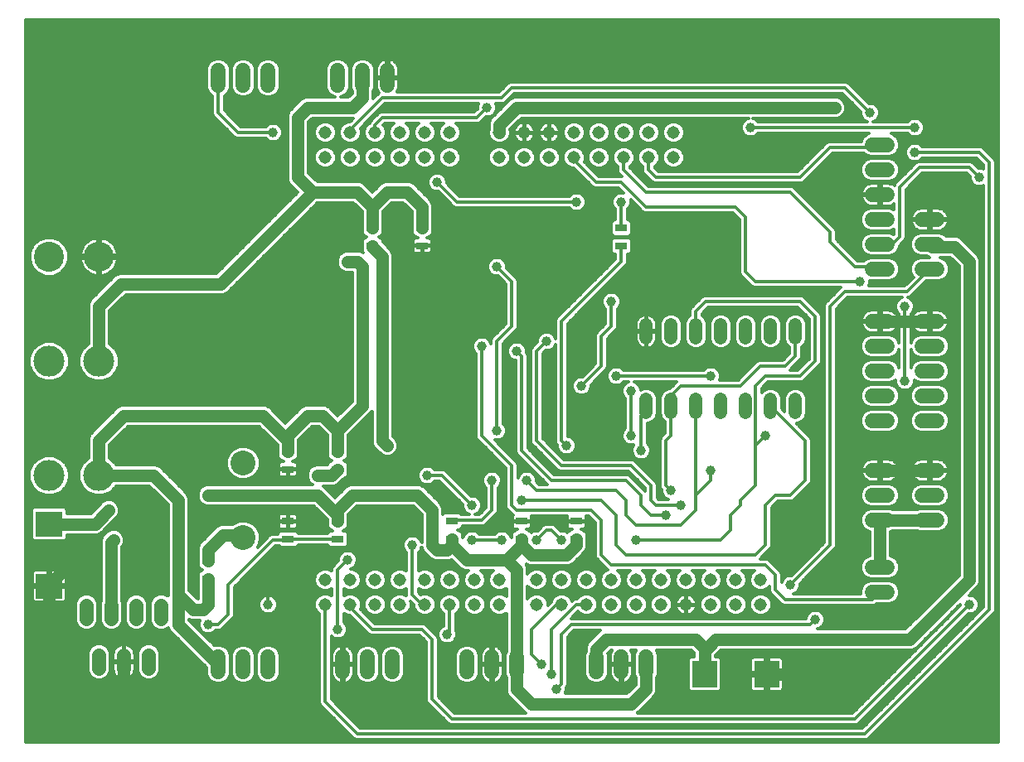
<source format=gbl>
G75*
%MOIN*%
%OFA0B0*%
%FSLAX24Y24*%
%IPPOS*%
%LPD*%
%AMOC8*
5,1,8,0,0,1.08239X$1,22.5*
%
%ADD10C,0.1250*%
%ADD11C,0.1208*%
%ADD12C,0.0515*%
%ADD13R,0.0472X0.0315*%
%ADD14C,0.0554*%
%ADD15C,0.0520*%
%ADD16C,0.1000*%
%ADD17C,0.0600*%
%ADD18R,0.1063X0.1004*%
%ADD19R,0.1004X0.1063*%
%ADD20C,0.0500*%
%ADD21C,0.0396*%
%ADD22C,0.0120*%
D10*
X005760Y020360D03*
X007760Y020360D03*
X007760Y024960D03*
X005760Y024960D03*
D11*
X005760Y029160D03*
X007760Y029160D03*
D12*
X016860Y033160D03*
X017860Y033160D03*
X018860Y033160D03*
X019860Y033160D03*
X020860Y033160D03*
X021860Y033160D03*
X021860Y034160D03*
X020860Y034160D03*
X019860Y034160D03*
X018860Y034160D03*
X017860Y034160D03*
X016860Y034160D03*
X023860Y034160D03*
X024860Y034160D03*
X025860Y034160D03*
X026860Y034160D03*
X027860Y034160D03*
X028860Y034160D03*
X029860Y034160D03*
X030860Y034160D03*
X030860Y033160D03*
X029860Y033160D03*
X028860Y033160D03*
X027860Y033160D03*
X026860Y033160D03*
X025860Y033160D03*
X024860Y033160D03*
X023860Y033160D03*
X023860Y016160D03*
X023860Y015160D03*
X022860Y015160D03*
X022860Y016160D03*
X021860Y016160D03*
X021860Y015160D03*
X020860Y015160D03*
X020860Y016160D03*
X019860Y016160D03*
X019860Y015160D03*
X018860Y015160D03*
X017860Y015160D03*
X017860Y016160D03*
X018860Y016160D03*
X016860Y016160D03*
X016860Y015160D03*
X025360Y015160D03*
X025360Y016160D03*
X026360Y016160D03*
X026360Y015160D03*
X027360Y015160D03*
X027360Y016160D03*
X028360Y016160D03*
X028360Y015160D03*
X029360Y015160D03*
X029360Y016160D03*
X030360Y016160D03*
X031360Y016160D03*
X031360Y015160D03*
X030360Y015160D03*
X032360Y015160D03*
X032360Y016160D03*
X033360Y016160D03*
X033360Y015160D03*
X034360Y015160D03*
X034360Y016160D03*
D13*
X026960Y017806D03*
X026960Y018514D03*
X024760Y018514D03*
X024760Y017806D03*
X021960Y017806D03*
X021960Y018514D03*
X017360Y018514D03*
X017360Y017806D03*
X015360Y017806D03*
X015360Y018514D03*
X015360Y020606D03*
X015360Y021314D03*
X017360Y021314D03*
X017360Y020606D03*
X012160Y016914D03*
X012160Y016206D03*
X018760Y029606D03*
X018760Y030314D03*
X020760Y030314D03*
X020760Y029606D03*
X028760Y029606D03*
X028760Y030314D03*
D14*
X010260Y015137D02*
X010260Y014583D01*
X009260Y014583D02*
X009260Y015137D01*
X008260Y015137D02*
X008260Y014583D01*
X007260Y014583D02*
X007260Y015137D01*
X007760Y013137D02*
X007760Y012583D01*
X008760Y012583D02*
X008760Y013137D01*
X009760Y013137D02*
X009760Y012583D01*
D15*
X029760Y022900D02*
X029760Y023420D01*
X030760Y023420D02*
X030760Y022900D01*
X031760Y022900D02*
X031760Y023420D01*
X032760Y023420D02*
X032760Y022900D01*
X033760Y022900D02*
X033760Y023420D01*
X034760Y023420D02*
X034760Y022900D01*
X035760Y022900D02*
X035760Y023420D01*
X035760Y025900D02*
X035760Y026420D01*
X034760Y026420D02*
X034760Y025900D01*
X033760Y025900D02*
X033760Y026420D01*
X032760Y026420D02*
X032760Y025900D01*
X031760Y025900D02*
X031760Y026420D01*
X030760Y026420D02*
X030760Y025900D01*
X029760Y025900D02*
X029760Y026420D01*
D16*
X013560Y020860D03*
X013560Y017860D03*
D17*
X013560Y013060D02*
X013560Y012460D01*
X014560Y012460D02*
X014560Y013060D01*
X012560Y013060D02*
X012560Y012460D01*
X017560Y012460D02*
X017560Y013060D01*
X018560Y013060D02*
X018560Y012460D01*
X019560Y012460D02*
X019560Y013060D01*
X022560Y013060D02*
X022560Y012460D01*
X023560Y012460D02*
X023560Y013060D01*
X024560Y013060D02*
X024560Y012460D01*
X027760Y012460D02*
X027760Y013060D01*
X028760Y013060D02*
X028760Y012460D01*
X029760Y012460D02*
X029760Y013060D01*
X038860Y015660D02*
X039460Y015660D01*
X039460Y016660D02*
X038860Y016660D01*
X038860Y018560D02*
X039460Y018560D01*
X039460Y019560D02*
X038860Y019560D01*
X038860Y020560D02*
X039460Y020560D01*
X040860Y020560D02*
X041460Y020560D01*
X041460Y019560D02*
X040860Y019560D01*
X040860Y018560D02*
X041460Y018560D01*
X041460Y022560D02*
X040860Y022560D01*
X040860Y023560D02*
X041460Y023560D01*
X041460Y024560D02*
X040860Y024560D01*
X040860Y025560D02*
X041460Y025560D01*
X041460Y026560D02*
X040860Y026560D01*
X039460Y026560D02*
X038860Y026560D01*
X038860Y025560D02*
X039460Y025560D01*
X039460Y024560D02*
X038860Y024560D01*
X038860Y023560D02*
X039460Y023560D01*
X039460Y022560D02*
X038860Y022560D01*
X038860Y028660D02*
X039460Y028660D01*
X039460Y029660D02*
X038860Y029660D01*
X038860Y030660D02*
X039460Y030660D01*
X039460Y031660D02*
X038860Y031660D01*
X038860Y032660D02*
X039460Y032660D01*
X039460Y033660D02*
X038860Y033660D01*
X040860Y030660D02*
X041460Y030660D01*
X041460Y029660D02*
X040860Y029660D01*
X040860Y028660D02*
X041460Y028660D01*
X019360Y036060D02*
X019360Y036660D01*
X018360Y036660D02*
X018360Y036060D01*
X017360Y036060D02*
X017360Y036660D01*
X014560Y036660D02*
X014560Y036060D01*
X013560Y036060D02*
X013560Y036660D01*
X012560Y036660D02*
X012560Y036060D01*
D18*
X005760Y018408D03*
X005760Y015912D03*
D19*
X032112Y012360D03*
X034608Y012360D03*
D20*
X035960Y012360D01*
X036360Y012760D01*
X038760Y012760D01*
X040360Y013760D02*
X042760Y016160D01*
X042760Y028960D01*
X042160Y029560D01*
X041260Y029560D01*
X041160Y029660D01*
X041160Y026560D02*
X039160Y026560D01*
X039160Y020560D02*
X041160Y020560D01*
X041160Y018560D02*
X039160Y018560D01*
X039160Y016660D01*
X040360Y013760D02*
X032560Y013760D01*
X032208Y013408D01*
X032112Y013408D01*
X031760Y013760D01*
X028160Y013760D01*
X027760Y013360D01*
X027760Y012760D01*
X029760Y012760D02*
X029760Y011760D01*
X029160Y011160D01*
X025160Y011160D01*
X024560Y011760D01*
X024560Y012760D01*
X024560Y016560D01*
X024160Y016960D01*
X024760Y017560D01*
X025160Y017160D01*
X026560Y017160D01*
X026960Y017560D01*
X026960Y017806D01*
X024760Y017806D02*
X024760Y017560D01*
X024160Y016960D02*
X022560Y016960D01*
X021960Y017560D01*
X021760Y017360D01*
X021360Y017360D01*
X021160Y017560D01*
X021160Y018960D01*
X020560Y019560D01*
X017960Y019560D01*
X017360Y018960D01*
X017360Y018514D01*
X017360Y018760D01*
X016560Y019560D01*
X012160Y019560D01*
X010960Y019360D02*
X010960Y015560D01*
X011560Y014960D01*
X011960Y014960D01*
X012160Y015160D01*
X012160Y016206D01*
X012160Y016914D02*
X012160Y017360D01*
X012760Y017960D01*
X013460Y017960D01*
X013560Y017860D01*
X010960Y019360D02*
X009960Y020360D01*
X007760Y020360D01*
X007760Y021760D01*
X008760Y022760D01*
X014360Y022760D01*
X015360Y021760D01*
X015360Y021314D01*
X015360Y021960D01*
X016160Y022760D01*
X016760Y022760D01*
X017360Y022160D01*
X018360Y023160D01*
X018360Y028760D01*
X018160Y028960D01*
X017760Y028960D01*
X018760Y029560D02*
X019160Y029160D01*
X019160Y021760D01*
X019360Y021560D01*
X017360Y021314D02*
X017360Y022160D01*
X017360Y020606D02*
X017114Y020360D01*
X016560Y020360D01*
X021960Y017806D02*
X021960Y017560D01*
X012560Y012760D02*
X010960Y014360D01*
X010960Y015560D01*
X008260Y014860D02*
X008260Y017660D01*
X008360Y017760D01*
X007608Y018408D02*
X008160Y018960D01*
X007608Y018408D02*
X005760Y018408D01*
X007360Y017560D02*
X005760Y015960D01*
X005760Y015912D01*
X005760Y014360D01*
X005360Y013960D01*
X005360Y012360D01*
X006160Y011560D01*
X008160Y011560D01*
X008760Y012160D01*
X008760Y012860D01*
X007760Y024960D02*
X007760Y027160D01*
X008660Y028060D01*
X012660Y028060D01*
X016360Y031760D01*
X018160Y031760D01*
X018760Y031160D01*
X019360Y031760D01*
X020160Y031760D01*
X020760Y031160D01*
X020760Y030314D01*
X018760Y030314D02*
X018760Y031160D01*
X018760Y029606D02*
X018760Y029560D01*
X016360Y031760D02*
X015760Y032360D01*
X015760Y034760D01*
X016160Y035160D01*
X017960Y035160D01*
X018360Y035560D01*
X018360Y036360D01*
X023860Y034460D02*
X023860Y034160D01*
X023860Y034460D02*
X024560Y035160D01*
X037360Y035160D01*
X032112Y013408D02*
X032112Y012360D01*
D21*
X036560Y014560D03*
X035560Y015960D03*
X038760Y012760D03*
X042760Y015160D03*
X041360Y017560D03*
X038560Y021560D03*
X040160Y024160D03*
X040160Y027160D03*
X041160Y027760D03*
X038360Y028160D03*
X036560Y031960D03*
X033960Y034360D03*
X037360Y035160D03*
X038760Y034960D03*
X040560Y034360D03*
X040560Y033360D03*
X043160Y032360D03*
X041560Y036960D03*
X028760Y031360D03*
X026960Y031360D03*
X024560Y029160D03*
X023760Y028760D03*
X025760Y025760D03*
X024560Y025360D03*
X023160Y025560D03*
X023760Y022160D03*
X023560Y020160D03*
X022760Y019160D03*
X021160Y018960D03*
X020360Y017560D03*
X022760Y017760D03*
X023960Y017760D03*
X025360Y017760D03*
X026360Y017760D03*
X027360Y016960D03*
X029360Y017760D03*
X030560Y018760D03*
X031160Y019160D03*
X030760Y019760D03*
X032360Y020560D03*
X034560Y021960D03*
X032360Y024360D03*
X029160Y023760D03*
X028560Y024360D03*
X027160Y023960D03*
X028360Y023160D03*
X029160Y021960D03*
X029560Y021360D03*
X026560Y021560D03*
X024960Y020160D03*
X024760Y019360D03*
X020960Y020360D03*
X019360Y021560D03*
X016560Y020360D03*
X014360Y018760D03*
X012160Y019560D03*
X008160Y018960D03*
X008360Y017760D03*
X007360Y017560D03*
X012160Y014360D03*
X014560Y015160D03*
X013960Y016360D03*
X017760Y016960D03*
X017360Y014160D03*
X016160Y012360D03*
X021760Y013960D03*
X025560Y012760D03*
X025960Y012360D03*
X026160Y011760D03*
X028360Y027360D03*
X021360Y032160D03*
X023360Y035160D03*
X023760Y035960D03*
X022560Y035960D03*
X014760Y034160D03*
X017760Y028960D03*
X007560Y036760D03*
X005960Y013160D03*
D22*
X004820Y009620D02*
X004820Y038700D01*
X043900Y038700D01*
X043900Y009620D01*
X004820Y009620D01*
X004820Y009634D02*
X043900Y009634D01*
X043900Y009753D02*
X038686Y009753D01*
X038696Y009757D02*
X043696Y014757D01*
X043763Y014824D01*
X043800Y014912D01*
X043800Y033008D01*
X043763Y033096D01*
X043363Y033496D01*
X043296Y033563D01*
X043208Y033600D01*
X040855Y033600D01*
X040774Y033681D01*
X040635Y033738D01*
X040485Y033738D01*
X040346Y033681D01*
X040239Y033574D01*
X040182Y033435D01*
X040182Y033285D01*
X040239Y033146D01*
X040346Y033039D01*
X040485Y032982D01*
X040635Y032982D01*
X040774Y033039D01*
X040855Y033120D01*
X043061Y033120D01*
X043320Y032861D01*
X043320Y032703D01*
X043235Y032738D01*
X043121Y032738D01*
X042963Y032896D01*
X042896Y032963D01*
X042808Y033000D01*
X040712Y033000D01*
X040624Y032963D01*
X039824Y032163D01*
X039757Y032096D01*
X039730Y032032D01*
X039701Y032053D01*
X039637Y032086D01*
X039568Y032109D01*
X039496Y032120D01*
X039200Y032120D01*
X039200Y031700D01*
X039120Y031700D01*
X039120Y032120D01*
X038824Y032120D01*
X038752Y032109D01*
X038683Y032086D01*
X038619Y032053D01*
X038560Y032011D01*
X038509Y031960D01*
X038467Y031901D01*
X038434Y031837D01*
X038411Y031768D01*
X038401Y031700D01*
X039120Y031700D01*
X039120Y031620D01*
X039200Y031620D01*
X039200Y031200D01*
X039496Y031200D01*
X039568Y031211D01*
X039637Y031234D01*
X039701Y031267D01*
X039720Y031280D01*
X039720Y031072D01*
X039555Y031140D01*
X038765Y031140D01*
X038588Y031067D01*
X038453Y030932D01*
X038380Y030755D01*
X038380Y030565D01*
X038453Y030388D01*
X038588Y030253D01*
X038765Y030180D01*
X039555Y030180D01*
X039720Y030248D01*
X039720Y030072D01*
X039555Y030140D01*
X038765Y030140D01*
X038588Y030067D01*
X038453Y029932D01*
X038380Y029755D01*
X038380Y029565D01*
X038453Y029388D01*
X038588Y029253D01*
X038765Y029180D01*
X039555Y029180D01*
X039732Y029253D01*
X039867Y029388D01*
X039940Y029565D01*
X039940Y029601D01*
X040163Y029824D01*
X040200Y029912D01*
X040200Y031861D01*
X040859Y032520D01*
X042661Y032520D01*
X042782Y032399D01*
X042782Y032285D01*
X042839Y032146D01*
X042946Y032039D01*
X043085Y031982D01*
X043235Y031982D01*
X043320Y032017D01*
X043320Y015059D01*
X038461Y010200D01*
X018259Y010200D01*
X017100Y011359D01*
X017100Y013885D01*
X017146Y013839D01*
X017285Y013782D01*
X017435Y013782D01*
X017574Y013839D01*
X017681Y013946D01*
X017738Y014085D01*
X017738Y014235D01*
X017681Y014374D01*
X018207Y014374D01*
X018325Y014256D02*
X017730Y014256D01*
X017738Y014137D02*
X018444Y014137D01*
X018557Y014024D02*
X018624Y013957D01*
X018712Y013920D01*
X020661Y013920D01*
X020920Y013661D01*
X020920Y011312D01*
X020957Y011224D01*
X021757Y010424D01*
X021824Y010357D01*
X021912Y010320D01*
X038208Y010320D01*
X038296Y010357D01*
X042721Y014782D01*
X042835Y014782D01*
X042974Y014839D01*
X043081Y014946D01*
X043138Y015085D01*
X043320Y015085D01*
X043320Y015204D02*
X043138Y015204D01*
X043138Y015235D02*
X043081Y015374D01*
X042974Y015481D01*
X042835Y015538D01*
X042746Y015538D01*
X043125Y015916D01*
X043190Y016074D01*
X043190Y029046D01*
X043125Y029204D01*
X042525Y029804D01*
X042404Y029925D01*
X042246Y029990D01*
X041809Y029990D01*
X041732Y030067D01*
X041555Y030140D01*
X040765Y030140D01*
X040588Y030067D01*
X040453Y029932D01*
X040380Y029755D01*
X040380Y029565D01*
X040453Y029388D01*
X040588Y029253D01*
X040765Y029180D01*
X041054Y029180D01*
X041150Y029140D01*
X040765Y029140D01*
X040588Y029067D01*
X040453Y028932D01*
X040380Y028755D01*
X040380Y028565D01*
X040453Y028388D01*
X040501Y028340D01*
X040161Y028000D01*
X038703Y028000D01*
X038738Y028085D01*
X038738Y028191D01*
X038765Y028180D01*
X039555Y028180D01*
X039732Y028253D01*
X039867Y028388D01*
X039940Y028565D01*
X039940Y028755D01*
X039867Y028932D01*
X039732Y029067D01*
X039555Y029140D01*
X038765Y029140D01*
X038588Y029067D01*
X038521Y029000D01*
X038259Y029000D01*
X037400Y029859D01*
X037400Y030208D01*
X037363Y030296D01*
X037296Y030363D01*
X035696Y031963D01*
X035608Y032000D01*
X029859Y032000D01*
X029100Y032759D01*
X029100Y032786D01*
X029108Y032789D01*
X029231Y032912D01*
X029297Y033073D01*
X029297Y033247D01*
X029231Y033408D01*
X029108Y033531D01*
X028947Y033597D01*
X028773Y033597D01*
X028612Y033531D01*
X028489Y033408D01*
X028423Y033247D01*
X028423Y033073D01*
X028489Y032912D01*
X028612Y032789D01*
X028620Y032786D01*
X028620Y032612D01*
X028657Y032524D01*
X028781Y032400D01*
X027859Y032400D01*
X027265Y032994D01*
X027297Y033073D01*
X027297Y033247D01*
X027231Y033408D01*
X027108Y033531D01*
X026947Y033597D01*
X026773Y033597D01*
X026612Y033531D01*
X026489Y033408D01*
X026423Y033247D01*
X026423Y033073D01*
X026489Y032912D01*
X026612Y032789D01*
X026773Y032723D01*
X026858Y032723D01*
X027557Y032024D01*
X027624Y031957D01*
X027712Y031920D01*
X028661Y031920D01*
X028848Y031733D01*
X028835Y031738D01*
X028685Y031738D01*
X028546Y031681D01*
X028439Y031574D01*
X028382Y031435D01*
X028382Y031285D01*
X028439Y031146D01*
X028520Y031065D01*
X028520Y030652D01*
X028449Y030652D01*
X028344Y030546D01*
X028344Y030082D01*
X028449Y029977D01*
X029071Y029977D01*
X029176Y030082D01*
X029176Y030546D01*
X029071Y030652D01*
X029000Y030652D01*
X029000Y031065D01*
X029081Y031146D01*
X029138Y031285D01*
X029138Y031435D01*
X029133Y031448D01*
X029557Y031024D01*
X029624Y030957D01*
X029712Y030920D01*
X033261Y030920D01*
X033520Y030661D01*
X033520Y028512D01*
X033557Y028424D01*
X033624Y028357D01*
X028496Y028357D01*
X028378Y028239D02*
X033742Y028239D01*
X033624Y028357D02*
X034024Y027957D01*
X034112Y027920D01*
X037581Y027920D01*
X037024Y027363D01*
X036957Y027296D01*
X036920Y027208D01*
X036920Y017659D01*
X035599Y016338D01*
X035485Y016338D01*
X035346Y016281D01*
X035239Y016174D01*
X035200Y016079D01*
X035200Y016408D01*
X035163Y016496D01*
X035096Y016563D01*
X034696Y016963D01*
X034608Y017000D01*
X034339Y017000D01*
X034696Y017357D01*
X034763Y017424D01*
X034800Y017512D01*
X034800Y019061D01*
X035059Y019320D01*
X035608Y019320D01*
X035696Y019357D01*
X036296Y019957D01*
X036363Y020024D01*
X036400Y020112D01*
X036400Y021808D01*
X036363Y021896D01*
X035799Y022460D01*
X035848Y022460D01*
X036009Y022527D01*
X036133Y022651D01*
X036200Y022812D01*
X036200Y023508D01*
X036133Y023669D01*
X036009Y023793D01*
X035848Y023860D01*
X035672Y023860D01*
X035511Y023793D01*
X035387Y023669D01*
X035320Y023508D01*
X035320Y022939D01*
X035200Y023059D01*
X035200Y023508D01*
X035133Y023669D01*
X035009Y023793D01*
X034848Y023860D01*
X034672Y023860D01*
X034511Y023793D01*
X034400Y023682D01*
X034400Y023861D01*
X034659Y024120D01*
X036008Y024120D01*
X036096Y024157D01*
X036696Y024757D01*
X036763Y024824D01*
X036800Y024912D01*
X036800Y026808D01*
X036763Y026896D01*
X036163Y027496D01*
X036096Y027563D01*
X036008Y027600D01*
X032112Y027600D01*
X032024Y027563D01*
X031624Y027163D01*
X031557Y027096D01*
X031520Y027008D01*
X031520Y026797D01*
X031511Y026793D01*
X031387Y026669D01*
X031320Y026508D01*
X031320Y025812D01*
X031387Y025651D01*
X031511Y025527D01*
X031672Y025460D01*
X031848Y025460D01*
X032009Y025527D01*
X032133Y025651D01*
X032200Y025812D01*
X032200Y026508D01*
X032133Y026669D01*
X032009Y026793D01*
X032000Y026797D01*
X032000Y026861D01*
X032259Y027120D01*
X035861Y027120D01*
X036320Y026661D01*
X036320Y025059D01*
X035861Y024600D01*
X035539Y024600D01*
X035896Y024957D01*
X035963Y025024D01*
X036000Y025112D01*
X036000Y025523D01*
X036009Y025527D01*
X036133Y025651D01*
X036200Y025812D01*
X036200Y026508D01*
X036133Y026669D01*
X036009Y026793D01*
X035848Y026860D01*
X035672Y026860D01*
X035511Y026793D01*
X035387Y026669D01*
X035320Y026508D01*
X035320Y025812D01*
X035387Y025651D01*
X035511Y025527D01*
X035520Y025523D01*
X035520Y025259D01*
X035261Y025000D01*
X034312Y025000D01*
X034224Y024963D01*
X034157Y024896D01*
X033461Y024200D01*
X032703Y024200D01*
X032738Y024285D01*
X032738Y024435D01*
X032681Y024574D01*
X032574Y024681D01*
X032435Y024738D01*
X032285Y024738D01*
X032146Y024681D01*
X032065Y024600D01*
X028855Y024600D01*
X028774Y024681D01*
X028635Y024738D01*
X028485Y024738D01*
X028346Y024681D01*
X028239Y024574D01*
X028182Y024435D01*
X028182Y024285D01*
X028239Y024146D01*
X028346Y024039D01*
X028485Y023982D01*
X028635Y023982D01*
X028774Y024039D01*
X028855Y024120D01*
X029041Y024120D01*
X028946Y024081D01*
X028839Y023974D01*
X028782Y023835D01*
X028782Y023685D01*
X028839Y023546D01*
X028920Y023465D01*
X028920Y022255D01*
X028839Y022174D01*
X028782Y022035D01*
X028782Y021885D01*
X028839Y021746D01*
X028946Y021639D01*
X029085Y021582D01*
X029235Y021582D01*
X029256Y021590D01*
X029239Y021574D01*
X029182Y021435D01*
X029182Y021285D01*
X029239Y021146D01*
X029346Y021039D01*
X029485Y020982D01*
X029635Y020982D01*
X029774Y021039D01*
X029881Y021146D01*
X029938Y021285D01*
X029938Y021435D01*
X029881Y021574D01*
X029800Y021655D01*
X029800Y022460D01*
X029848Y022460D01*
X030009Y022527D01*
X030133Y022651D01*
X030200Y022812D01*
X030200Y023508D01*
X030133Y023669D01*
X030009Y023793D01*
X029848Y023860D01*
X029672Y023860D01*
X029538Y023804D01*
X029538Y023835D01*
X029481Y023974D01*
X029374Y024081D01*
X029279Y024120D01*
X030981Y024120D01*
X030957Y024096D01*
X030721Y023860D01*
X030672Y023860D01*
X030511Y023793D01*
X030387Y023669D01*
X030320Y023508D01*
X030320Y022812D01*
X030387Y022651D01*
X030511Y022527D01*
X030520Y022523D01*
X030520Y022059D01*
X030357Y021896D01*
X030320Y021808D01*
X030320Y019912D01*
X030357Y019824D01*
X030382Y019799D01*
X030382Y019685D01*
X030439Y019546D01*
X030546Y019439D01*
X030641Y019400D01*
X030259Y019400D01*
X030200Y019459D01*
X030200Y020008D01*
X030163Y020096D01*
X029363Y020896D01*
X029296Y020963D01*
X029208Y021000D01*
X026459Y021000D01*
X025600Y021859D01*
X025600Y025261D01*
X025721Y025382D01*
X025835Y025382D01*
X025974Y025439D01*
X026081Y025546D01*
X026120Y025641D01*
X026120Y021712D01*
X026157Y021624D01*
X026182Y021599D01*
X026182Y021485D01*
X026239Y021346D01*
X026346Y021239D01*
X026485Y021182D01*
X026635Y021182D01*
X026774Y021239D01*
X026881Y021346D01*
X026938Y021485D01*
X026938Y021635D01*
X026881Y021774D01*
X026774Y021881D01*
X026635Y021938D01*
X026600Y021938D01*
X026600Y026461D01*
X028963Y028824D01*
X029000Y028912D01*
X029000Y029268D01*
X029071Y029268D01*
X029176Y029374D01*
X029176Y029838D01*
X029071Y029943D01*
X028449Y029943D01*
X028344Y029838D01*
X028344Y029374D01*
X028449Y029268D01*
X028520Y029268D01*
X028520Y029059D01*
X026224Y026763D01*
X026157Y026696D01*
X026120Y026608D01*
X026120Y025879D01*
X026081Y025974D01*
X025974Y026081D01*
X025835Y026138D01*
X025685Y026138D01*
X025546Y026081D01*
X025439Y025974D01*
X025382Y025835D01*
X025382Y025721D01*
X025157Y025496D01*
X025120Y025408D01*
X025120Y021712D01*
X025157Y021624D01*
X025224Y021557D01*
X026224Y020557D01*
X026312Y020520D01*
X029061Y020520D01*
X029720Y019861D01*
X029720Y019739D01*
X029163Y020296D01*
X029096Y020363D01*
X029008Y020400D01*
X026059Y020400D01*
X025000Y021459D01*
X025000Y025208D01*
X024963Y025296D01*
X024938Y025321D01*
X024938Y025435D01*
X024881Y025574D01*
X024774Y025681D01*
X024635Y025738D01*
X024485Y025738D01*
X024346Y025681D01*
X024239Y025574D01*
X024182Y025435D01*
X024182Y025285D01*
X024239Y025146D01*
X024346Y025039D01*
X024485Y024982D01*
X024520Y024982D01*
X024520Y021312D01*
X024557Y021224D01*
X024624Y021157D01*
X025781Y020000D01*
X025459Y020000D01*
X025338Y020121D01*
X025338Y020235D01*
X025281Y020374D01*
X025174Y020481D01*
X025035Y020538D01*
X024885Y020538D01*
X024746Y020481D01*
X024639Y020374D01*
X024600Y020279D01*
X024600Y020808D01*
X024563Y020896D01*
X024496Y020963D01*
X023672Y021787D01*
X023685Y021782D01*
X023835Y021782D01*
X023974Y021839D01*
X024081Y021946D01*
X024138Y022085D01*
X024138Y022235D01*
X024081Y022374D01*
X024000Y022455D01*
X024000Y025661D01*
X024563Y026224D01*
X026120Y026224D01*
X026120Y026106D02*
X025914Y026106D01*
X026068Y025987D02*
X026120Y025987D01*
X026116Y025632D02*
X026120Y025632D01*
X026120Y025513D02*
X026048Y025513D01*
X026120Y025395D02*
X025866Y025395D01*
X025615Y025276D02*
X026120Y025276D01*
X026120Y025158D02*
X025600Y025158D01*
X025600Y025039D02*
X026120Y025039D01*
X026120Y024921D02*
X025600Y024921D01*
X025600Y024802D02*
X026120Y024802D01*
X026120Y024684D02*
X025600Y024684D01*
X025600Y024565D02*
X026120Y024565D01*
X026120Y024447D02*
X025600Y024447D01*
X025600Y024328D02*
X026120Y024328D01*
X026120Y024210D02*
X025600Y024210D01*
X025600Y024091D02*
X026120Y024091D01*
X026120Y023973D02*
X025600Y023973D01*
X025600Y023854D02*
X026120Y023854D01*
X026120Y023736D02*
X025600Y023736D01*
X025600Y023617D02*
X026120Y023617D01*
X026120Y023499D02*
X025600Y023499D01*
X025600Y023380D02*
X026120Y023380D01*
X026120Y023262D02*
X025600Y023262D01*
X025600Y023143D02*
X026120Y023143D01*
X026120Y023025D02*
X025600Y023025D01*
X025600Y022906D02*
X026120Y022906D01*
X026120Y022788D02*
X025600Y022788D01*
X025600Y022669D02*
X026120Y022669D01*
X026120Y022551D02*
X025600Y022551D01*
X025600Y022432D02*
X026120Y022432D01*
X026120Y022314D02*
X025600Y022314D01*
X025600Y022195D02*
X026120Y022195D01*
X026120Y022077D02*
X025600Y022077D01*
X025600Y021958D02*
X026120Y021958D01*
X026120Y021840D02*
X025620Y021840D01*
X025738Y021721D02*
X026120Y021721D01*
X026178Y021603D02*
X025857Y021603D01*
X025975Y021484D02*
X026182Y021484D01*
X026231Y021366D02*
X026094Y021366D01*
X026212Y021247D02*
X026338Y021247D01*
X026331Y021129D02*
X029257Y021129D01*
X029198Y021247D02*
X026782Y021247D01*
X026889Y021366D02*
X029182Y021366D01*
X029202Y021484D02*
X026938Y021484D01*
X026938Y021603D02*
X029035Y021603D01*
X028864Y021721D02*
X026903Y021721D01*
X026815Y021840D02*
X028801Y021840D01*
X028782Y021958D02*
X026600Y021958D01*
X026600Y022077D02*
X028799Y022077D01*
X028860Y022195D02*
X026600Y022195D01*
X026600Y022314D02*
X028920Y022314D01*
X028920Y022432D02*
X026600Y022432D01*
X026600Y022551D02*
X028920Y022551D01*
X028920Y022669D02*
X026600Y022669D01*
X026600Y022788D02*
X028920Y022788D01*
X028920Y022906D02*
X026600Y022906D01*
X026600Y023025D02*
X028920Y023025D01*
X028920Y023143D02*
X026600Y023143D01*
X026600Y023262D02*
X028920Y023262D01*
X028920Y023380D02*
X026600Y023380D01*
X026600Y023499D02*
X028887Y023499D01*
X028810Y023617D02*
X027320Y023617D01*
X027374Y023639D02*
X027481Y023746D01*
X027538Y023885D01*
X027538Y023999D01*
X028163Y024624D01*
X028200Y024712D01*
X028200Y025861D01*
X028563Y026224D01*
X029340Y026224D01*
X029340Y026180D02*
X029740Y026180D01*
X029740Y026840D01*
X029727Y026840D01*
X029662Y026830D01*
X029599Y026809D01*
X029540Y026779D01*
X029486Y026740D01*
X029440Y026694D01*
X029401Y026640D01*
X029371Y026581D01*
X029350Y026518D01*
X029340Y026453D01*
X029340Y026180D01*
X029340Y026140D02*
X029340Y025867D01*
X029350Y025802D01*
X029371Y025739D01*
X029401Y025680D01*
X029440Y025626D01*
X029486Y025580D01*
X029540Y025541D01*
X029599Y025511D01*
X029662Y025490D01*
X029727Y025480D01*
X029740Y025480D01*
X029740Y026140D01*
X029340Y026140D01*
X029340Y026106D02*
X028445Y026106D01*
X028563Y026224D02*
X028600Y026312D01*
X028600Y027065D01*
X028681Y027146D01*
X028738Y027285D01*
X028738Y027435D01*
X028681Y027574D01*
X028574Y027681D01*
X028435Y027738D01*
X028285Y027738D01*
X028146Y027681D01*
X028039Y027574D01*
X027982Y027435D01*
X027982Y027285D01*
X028039Y027146D01*
X028120Y027065D01*
X028120Y026459D01*
X027824Y026163D01*
X027757Y026096D01*
X027720Y026008D01*
X027720Y024859D01*
X027199Y024338D01*
X027085Y024338D01*
X026946Y024281D01*
X026839Y024174D01*
X026782Y024035D01*
X026782Y023885D01*
X026839Y023746D01*
X026946Y023639D01*
X027085Y023582D01*
X027235Y023582D01*
X027374Y023639D01*
X027470Y023736D02*
X028782Y023736D01*
X028790Y023854D02*
X027525Y023854D01*
X027538Y023973D02*
X028839Y023973D01*
X028826Y024091D02*
X028971Y024091D01*
X029349Y024091D02*
X030952Y024091D01*
X030957Y024096D02*
X030957Y024096D01*
X030833Y023973D02*
X029481Y023973D01*
X029530Y023854D02*
X029658Y023854D01*
X029862Y023854D02*
X030658Y023854D01*
X030453Y023736D02*
X030067Y023736D01*
X030155Y023617D02*
X030365Y023617D01*
X030320Y023499D02*
X030200Y023499D01*
X030200Y023380D02*
X030320Y023380D01*
X030320Y023262D02*
X030200Y023262D01*
X030200Y023143D02*
X030320Y023143D01*
X030320Y023025D02*
X030200Y023025D01*
X030200Y022906D02*
X030320Y022906D01*
X030330Y022788D02*
X030190Y022788D01*
X030141Y022669D02*
X030379Y022669D01*
X030487Y022551D02*
X030033Y022551D01*
X029800Y022432D02*
X030520Y022432D01*
X030520Y022314D02*
X029800Y022314D01*
X029800Y022195D02*
X030520Y022195D01*
X030520Y022077D02*
X029800Y022077D01*
X029800Y021958D02*
X030419Y021958D01*
X030333Y021840D02*
X029800Y021840D01*
X029800Y021721D02*
X030320Y021721D01*
X030320Y021603D02*
X029852Y021603D01*
X029918Y021484D02*
X030320Y021484D01*
X030320Y021366D02*
X029938Y021366D01*
X029922Y021247D02*
X030320Y021247D01*
X030320Y021129D02*
X029863Y021129D01*
X029703Y021010D02*
X030320Y021010D01*
X030320Y020892D02*
X029368Y020892D01*
X029417Y021010D02*
X026449Y021010D01*
X026360Y020760D02*
X025360Y021760D01*
X025360Y025360D01*
X025760Y025760D01*
X025606Y026106D02*
X024445Y026106D01*
X024563Y026224D02*
X024600Y026312D01*
X024600Y028208D01*
X024563Y028296D01*
X024496Y028363D01*
X024138Y028721D01*
X024138Y028835D01*
X024081Y028974D01*
X023974Y029081D01*
X023835Y029138D01*
X023685Y029138D01*
X023546Y029081D01*
X023439Y028974D01*
X023382Y028835D01*
X023382Y028685D01*
X023439Y028546D01*
X023546Y028439D01*
X023685Y028382D01*
X023799Y028382D01*
X024120Y028061D01*
X024120Y026459D01*
X023624Y025963D01*
X023557Y025896D01*
X023520Y025808D01*
X023520Y025679D01*
X023481Y025774D01*
X023374Y025881D01*
X023235Y025938D01*
X023085Y025938D01*
X022946Y025881D01*
X022839Y025774D01*
X022782Y025635D01*
X022782Y025485D01*
X022839Y025346D01*
X022920Y025265D01*
X022920Y021912D01*
X022957Y021824D01*
X023024Y021757D01*
X024120Y020661D01*
X024120Y019112D01*
X024157Y019024D01*
X024224Y018957D01*
X024403Y018777D01*
X024396Y018770D01*
X024375Y018734D01*
X024364Y018693D01*
X024364Y018533D01*
X024741Y018533D01*
X024741Y018496D01*
X024364Y018496D01*
X024364Y018336D01*
X024375Y018295D01*
X024396Y018259D01*
X024426Y018229D01*
X024462Y018208D01*
X024503Y018197D01*
X024581Y018197D01*
X024516Y018170D01*
X024489Y018143D01*
X024449Y018143D01*
X024344Y018038D01*
X024344Y017924D01*
X024330Y017891D01*
X024330Y017855D01*
X024281Y017974D01*
X024174Y018081D01*
X024035Y018138D01*
X023885Y018138D01*
X023746Y018081D01*
X023665Y018000D01*
X023055Y018000D01*
X022974Y018081D01*
X022835Y018138D01*
X022685Y018138D01*
X022546Y018081D01*
X022439Y017974D01*
X022390Y017855D01*
X022390Y017891D01*
X022376Y017924D01*
X022376Y018038D01*
X022271Y018143D01*
X022231Y018143D01*
X022204Y018170D01*
X022188Y018177D01*
X022271Y018177D01*
X022376Y018282D01*
X022376Y018320D01*
X023208Y018320D01*
X023296Y018357D01*
X023363Y018424D01*
X023763Y018824D01*
X023800Y018912D01*
X023800Y019865D01*
X023881Y019946D01*
X023938Y020085D01*
X023938Y020235D01*
X023881Y020374D01*
X023774Y020481D01*
X023635Y020538D01*
X023485Y020538D01*
X023346Y020481D01*
X023239Y020374D01*
X023182Y020235D01*
X023182Y020085D01*
X023239Y019946D01*
X023320Y019865D01*
X023320Y019059D01*
X023061Y018800D01*
X022879Y018800D01*
X022974Y018839D01*
X023081Y018946D01*
X023138Y019085D01*
X023138Y019235D01*
X023081Y019374D01*
X022974Y019481D01*
X022835Y019538D01*
X022721Y019538D01*
X021763Y020496D01*
X021696Y020563D01*
X021608Y020600D01*
X021255Y020600D01*
X021174Y020681D01*
X021035Y020738D01*
X020885Y020738D01*
X020746Y020681D01*
X020639Y020574D01*
X020582Y020435D01*
X020582Y020285D01*
X020639Y020146D01*
X020746Y020039D01*
X020885Y019982D01*
X021035Y019982D01*
X021174Y020039D01*
X021255Y020120D01*
X021461Y020120D01*
X022382Y019199D01*
X022382Y019085D01*
X022439Y018946D01*
X022546Y018839D01*
X022641Y018800D01*
X022323Y018800D01*
X022271Y018852D01*
X021649Y018852D01*
X021590Y018793D01*
X021590Y019046D01*
X021525Y019204D01*
X021404Y019325D01*
X020804Y019925D01*
X020646Y019990D01*
X017874Y019990D01*
X017716Y019925D01*
X017260Y019468D01*
X016925Y019804D01*
X016804Y019925D01*
X016790Y019930D01*
X017200Y019930D01*
X017358Y019995D01*
X017631Y020268D01*
X017671Y020268D01*
X017776Y020374D01*
X017776Y020487D01*
X017790Y020520D01*
X017790Y020691D01*
X017776Y020724D01*
X017776Y020838D01*
X017671Y020943D01*
X017631Y020943D01*
X017614Y020960D01*
X017631Y020977D01*
X017671Y020977D01*
X017776Y021082D01*
X017776Y021196D01*
X017790Y021229D01*
X017790Y021982D01*
X018725Y022916D01*
X018730Y022930D01*
X018730Y021674D01*
X018795Y021516D01*
X019116Y021195D01*
X019274Y021130D01*
X019446Y021130D01*
X019604Y021195D01*
X019725Y021316D01*
X019790Y021474D01*
X019790Y021646D01*
X019725Y021804D01*
X019590Y021938D01*
X019590Y029246D01*
X019525Y029404D01*
X019404Y029525D01*
X019176Y029752D01*
X019176Y029838D01*
X019071Y029943D01*
X019031Y029943D01*
X019014Y029960D01*
X019031Y029977D01*
X019071Y029977D01*
X019176Y030082D01*
X019176Y030196D01*
X019190Y030229D01*
X019190Y030982D01*
X019538Y031330D01*
X019982Y031330D01*
X020330Y030982D01*
X020330Y030229D01*
X020344Y030196D01*
X020344Y030082D01*
X020449Y029977D01*
X020489Y029977D01*
X020516Y029950D01*
X020581Y029923D01*
X020503Y029923D01*
X020462Y029912D01*
X020426Y029891D01*
X020396Y029861D01*
X020375Y029825D01*
X020364Y029784D01*
X020364Y029624D01*
X020741Y029624D01*
X020741Y029587D01*
X020364Y029587D01*
X020364Y029427D01*
X020375Y029386D01*
X020396Y029350D01*
X020426Y029320D01*
X020462Y029299D01*
X020503Y029288D01*
X020741Y029288D01*
X020741Y029587D01*
X020779Y029587D01*
X020779Y029624D01*
X021156Y029624D01*
X021156Y029784D01*
X021145Y029825D01*
X021124Y029861D01*
X021094Y029891D01*
X021058Y029912D01*
X021017Y029923D01*
X020939Y029923D01*
X021004Y029950D01*
X021031Y029977D01*
X021071Y029977D01*
X021176Y030082D01*
X021176Y030196D01*
X021190Y030229D01*
X021190Y031246D01*
X021125Y031404D01*
X021004Y031525D01*
X020404Y032125D01*
X020246Y032190D01*
X019274Y032190D01*
X019116Y032125D01*
X018995Y032004D01*
X018760Y031768D01*
X018525Y032004D01*
X018404Y032125D01*
X018246Y032190D01*
X016538Y032190D01*
X016190Y032538D01*
X016190Y034582D01*
X016338Y034730D01*
X017991Y034730D01*
X017858Y034597D01*
X017773Y034597D01*
X017612Y034531D01*
X017489Y034408D01*
X017423Y034247D01*
X017423Y034073D01*
X017489Y033912D01*
X017612Y033789D01*
X017773Y033723D01*
X017947Y033723D01*
X018108Y033789D01*
X018231Y033912D01*
X018297Y034073D01*
X018297Y034247D01*
X018265Y034326D01*
X019259Y035320D01*
X023017Y035320D01*
X022982Y035235D01*
X022982Y035121D01*
X022861Y035000D01*
X019112Y035000D01*
X019024Y034963D01*
X018724Y034663D01*
X018657Y034596D01*
X018633Y034540D01*
X018612Y034531D01*
X018489Y034408D01*
X018423Y034247D01*
X018423Y034073D01*
X018489Y033912D01*
X018612Y033789D01*
X018773Y033723D01*
X018947Y033723D01*
X019108Y033789D01*
X019231Y033912D01*
X019297Y034073D01*
X019297Y034247D01*
X019231Y034408D01*
X019189Y034450D01*
X019259Y034520D01*
X019601Y034520D01*
X019489Y034408D01*
X019423Y034247D01*
X019423Y034073D01*
X019489Y033912D01*
X019612Y033789D01*
X019773Y033723D01*
X019947Y033723D01*
X020108Y033789D01*
X020231Y033912D01*
X020297Y034073D01*
X020297Y034247D01*
X020231Y034408D01*
X020119Y034520D01*
X020601Y034520D01*
X020489Y034408D01*
X020423Y034247D01*
X020423Y034073D01*
X020489Y033912D01*
X020612Y033789D01*
X020773Y033723D01*
X020947Y033723D01*
X021108Y033789D01*
X021231Y033912D01*
X021297Y034073D01*
X021297Y034247D01*
X021231Y034408D01*
X021119Y034520D01*
X021601Y034520D01*
X021489Y034408D01*
X021423Y034247D01*
X021423Y034073D01*
X021489Y033912D01*
X021612Y033789D01*
X021773Y033723D01*
X021947Y033723D01*
X022108Y033789D01*
X022231Y033912D01*
X022297Y034073D01*
X022297Y034247D01*
X022231Y034408D01*
X022119Y034520D01*
X023008Y034520D01*
X023096Y034557D01*
X023163Y034624D01*
X023321Y034782D01*
X023435Y034782D01*
X023574Y034839D01*
X023681Y034946D01*
X023738Y035085D01*
X023738Y035235D01*
X023703Y035320D01*
X024008Y035320D01*
X024096Y035357D01*
X024163Y035424D01*
X024459Y035720D01*
X037661Y035720D01*
X038382Y034999D01*
X038382Y034885D01*
X038439Y034746D01*
X038546Y034639D01*
X038641Y034600D01*
X034255Y034600D01*
X034174Y034681D01*
X034055Y034730D01*
X037446Y034730D01*
X037604Y034795D01*
X037725Y034916D01*
X037790Y035074D01*
X037790Y035246D01*
X037725Y035404D01*
X037604Y035525D01*
X037446Y035590D01*
X024474Y035590D01*
X024316Y035525D01*
X023616Y034825D01*
X023495Y034704D01*
X023430Y034546D01*
X023430Y034265D01*
X023423Y034247D01*
X023423Y034073D01*
X023489Y033912D01*
X023612Y033789D01*
X023773Y033723D01*
X023947Y033723D01*
X024108Y033789D01*
X024231Y033912D01*
X024297Y034073D01*
X024297Y034247D01*
X024290Y034265D01*
X024290Y034282D01*
X024738Y034730D01*
X033865Y034730D01*
X033746Y034681D01*
X033639Y034574D01*
X033582Y034435D01*
X033582Y034285D01*
X033639Y034146D01*
X033746Y034039D01*
X033885Y033982D01*
X034035Y033982D01*
X034174Y034039D01*
X034255Y034120D01*
X038716Y034120D01*
X038588Y034067D01*
X038453Y033932D01*
X038398Y033800D01*
X037112Y033800D01*
X037024Y033763D01*
X036957Y033696D01*
X035861Y032600D01*
X030259Y032600D01*
X030100Y032759D01*
X030100Y032786D01*
X030108Y032789D01*
X030231Y032912D01*
X030297Y033073D01*
X030297Y033247D01*
X030231Y033408D01*
X030108Y033531D01*
X029947Y033597D01*
X029773Y033597D01*
X029612Y033531D01*
X029489Y033408D01*
X029423Y033247D01*
X029423Y033073D01*
X029489Y032912D01*
X029612Y032789D01*
X029620Y032786D01*
X029620Y032612D01*
X029657Y032524D01*
X029957Y032224D01*
X030024Y032157D01*
X030112Y032120D01*
X036008Y032120D01*
X036096Y032157D01*
X037259Y033320D01*
X038521Y033320D01*
X038588Y033253D01*
X038765Y033180D01*
X039555Y033180D01*
X039732Y033253D01*
X039867Y033388D01*
X039940Y033565D01*
X039940Y033755D01*
X039867Y033932D01*
X039732Y034067D01*
X039604Y034120D01*
X040265Y034120D01*
X040346Y034039D01*
X040485Y033982D01*
X040635Y033982D01*
X040774Y034039D01*
X040881Y034146D01*
X040938Y034285D01*
X040938Y034435D01*
X040881Y034574D01*
X040774Y034681D01*
X040635Y034738D01*
X040485Y034738D01*
X040346Y034681D01*
X040265Y034600D01*
X038879Y034600D01*
X038974Y034639D01*
X039081Y034746D01*
X039138Y034885D01*
X039138Y035035D01*
X039081Y035174D01*
X038974Y035281D01*
X038835Y035338D01*
X038721Y035338D01*
X037896Y036163D01*
X037808Y036200D01*
X024312Y036200D01*
X024224Y036163D01*
X024157Y036096D01*
X023861Y035800D01*
X019740Y035800D01*
X019753Y035819D01*
X019786Y035883D01*
X019809Y035952D01*
X019820Y036024D01*
X019820Y036320D01*
X019400Y036320D01*
X019400Y036400D01*
X019320Y036400D01*
X019320Y037119D01*
X019252Y037109D01*
X019183Y037086D01*
X019119Y037053D01*
X019060Y037011D01*
X019009Y036960D01*
X018967Y036901D01*
X018934Y036837D01*
X018911Y036768D01*
X018900Y036696D01*
X018900Y036400D01*
X019320Y036400D01*
X019320Y036320D01*
X018900Y036320D01*
X018900Y036024D01*
X018911Y035952D01*
X018934Y035883D01*
X018967Y035819D01*
X019009Y035760D01*
X019015Y035754D01*
X018957Y035696D01*
X018790Y035529D01*
X018790Y035844D01*
X018840Y035965D01*
X018840Y036755D01*
X018767Y036932D01*
X018632Y037067D01*
X018455Y037140D01*
X018265Y037140D01*
X018088Y037067D01*
X017953Y036932D01*
X017880Y036755D01*
X017880Y035965D01*
X017930Y035844D01*
X017930Y035738D01*
X017782Y035590D01*
X017480Y035590D01*
X017632Y035653D01*
X017767Y035788D01*
X017840Y035965D01*
X017840Y036755D01*
X017767Y036932D01*
X017632Y037067D01*
X017455Y037140D01*
X017265Y037140D01*
X017088Y037067D01*
X016953Y036932D01*
X016880Y036755D01*
X016880Y035965D01*
X016953Y035788D01*
X017088Y035653D01*
X017240Y035590D01*
X016074Y035590D01*
X015916Y035525D01*
X015516Y035125D01*
X015395Y035004D01*
X015330Y034846D01*
X015330Y032274D01*
X015395Y032116D01*
X015752Y031760D01*
X012482Y028490D01*
X008574Y028490D01*
X008416Y028425D01*
X008295Y028304D01*
X007395Y027404D01*
X007330Y027246D01*
X007330Y025653D01*
X007304Y025642D01*
X007078Y025416D01*
X006955Y025120D01*
X006955Y024800D01*
X007078Y024504D01*
X007304Y024278D01*
X007600Y024155D01*
X007920Y024155D01*
X008216Y024278D01*
X008442Y024504D01*
X008565Y024800D01*
X008565Y025120D01*
X008442Y025416D01*
X008216Y025642D01*
X008190Y025653D01*
X008190Y026982D01*
X008838Y027630D01*
X012746Y027630D01*
X012904Y027695D01*
X016538Y031330D01*
X017982Y031330D01*
X018330Y030982D01*
X018330Y030229D01*
X018344Y030196D01*
X018344Y030082D01*
X018449Y029977D01*
X018489Y029977D01*
X018506Y029960D01*
X018489Y029943D01*
X018449Y029943D01*
X018344Y029838D01*
X018344Y029724D01*
X018330Y029691D01*
X018330Y029474D01*
X018344Y029441D01*
X018344Y029374D01*
X018385Y029332D01*
X018246Y029390D01*
X017674Y029390D01*
X017516Y029325D01*
X017395Y029204D01*
X017330Y029046D01*
X017330Y028874D01*
X017395Y028716D01*
X017516Y028595D01*
X017674Y028530D01*
X017930Y028530D01*
X017930Y023338D01*
X017360Y022768D01*
X017004Y023125D01*
X016846Y023190D01*
X016074Y023190D01*
X015916Y023125D01*
X015795Y023004D01*
X015260Y022468D01*
X014604Y023125D01*
X014446Y023190D01*
X008674Y023190D01*
X008516Y023125D01*
X008395Y023004D01*
X007516Y022125D01*
X007395Y022004D01*
X007330Y021846D01*
X007330Y021053D01*
X007304Y021042D01*
X007078Y020816D01*
X006955Y020520D01*
X006955Y020200D01*
X007078Y019904D01*
X007304Y019678D01*
X007600Y019555D01*
X007920Y019555D01*
X008216Y019678D01*
X008442Y019904D01*
X008453Y019930D01*
X009782Y019930D01*
X010530Y019182D01*
X010530Y015514D01*
X010519Y015525D01*
X010351Y015594D01*
X010169Y015594D01*
X010001Y015525D01*
X009872Y015396D01*
X009803Y015228D01*
X009803Y014492D01*
X009872Y014324D01*
X010001Y014195D01*
X010169Y014126D01*
X010351Y014126D01*
X010519Y014195D01*
X010550Y014226D01*
X010595Y014116D01*
X012080Y012632D01*
X012080Y012365D01*
X012153Y012188D01*
X012288Y012053D01*
X012465Y011980D01*
X012655Y011980D01*
X012832Y012053D01*
X012967Y012188D01*
X013040Y012365D01*
X013040Y013155D01*
X012967Y013332D01*
X012832Y013467D01*
X012655Y013540D01*
X012465Y013540D01*
X012410Y013518D01*
X011390Y014538D01*
X011390Y014565D01*
X011474Y014530D01*
X011821Y014530D01*
X011782Y014435D01*
X011782Y014285D01*
X011839Y014146D01*
X011946Y014039D01*
X012085Y013982D01*
X012235Y013982D01*
X012374Y014039D01*
X012455Y014120D01*
X012608Y014120D01*
X012696Y014157D01*
X012763Y014224D01*
X013096Y014557D01*
X013163Y014624D01*
X013200Y014712D01*
X013200Y015861D01*
X014859Y017520D01*
X014997Y017520D01*
X015049Y017468D01*
X015671Y017468D01*
X015768Y017566D01*
X016952Y017566D01*
X017049Y017468D01*
X017671Y017468D01*
X017776Y017574D01*
X017776Y018038D01*
X017671Y018143D01*
X017588Y018143D01*
X017604Y018150D01*
X017631Y018177D01*
X017671Y018177D01*
X017776Y018282D01*
X017776Y018396D01*
X017790Y018429D01*
X017790Y018782D01*
X018138Y019130D01*
X020382Y019130D01*
X020730Y018782D01*
X020730Y017655D01*
X020681Y017774D01*
X020574Y017881D01*
X020435Y017938D01*
X020285Y017938D01*
X020146Y017881D01*
X020039Y017774D01*
X019982Y017635D01*
X019982Y017485D01*
X020039Y017346D01*
X020120Y017265D01*
X020120Y016519D01*
X020108Y016531D01*
X019947Y016597D01*
X019773Y016597D01*
X019612Y016531D01*
X019489Y016408D01*
X019423Y016247D01*
X019423Y016073D01*
X019489Y015912D01*
X019612Y015789D01*
X019773Y015723D01*
X019947Y015723D01*
X020108Y015789D01*
X020120Y015801D01*
X020120Y015519D01*
X020108Y015531D01*
X019947Y015597D01*
X019773Y015597D01*
X019612Y015531D01*
X019489Y015408D01*
X019423Y015247D01*
X019423Y015073D01*
X019489Y014912D01*
X019612Y014789D01*
X019773Y014723D01*
X019947Y014723D01*
X020108Y014789D01*
X020231Y014912D01*
X020297Y015073D01*
X020297Y015247D01*
X020272Y015309D01*
X020423Y015158D01*
X020423Y015073D01*
X020489Y014912D01*
X020612Y014789D01*
X020773Y014723D01*
X020947Y014723D01*
X021108Y014789D01*
X021231Y014912D01*
X021297Y015073D01*
X021297Y015247D01*
X021231Y015408D01*
X021108Y015531D01*
X020947Y015597D01*
X020773Y015597D01*
X020694Y015565D01*
X020600Y015659D01*
X020600Y015801D01*
X020612Y015789D01*
X020773Y015723D01*
X020947Y015723D01*
X021108Y015789D01*
X021231Y015912D01*
X021297Y016073D01*
X021297Y016247D01*
X021231Y016408D01*
X021108Y016531D01*
X020947Y016597D01*
X020773Y016597D01*
X020612Y016531D01*
X020600Y016519D01*
X020600Y017265D01*
X020681Y017346D01*
X020732Y017470D01*
X020795Y017316D01*
X020995Y017116D01*
X021116Y016995D01*
X021274Y016930D01*
X021846Y016930D01*
X021942Y016970D01*
X022316Y016595D01*
X022474Y016530D01*
X022611Y016530D01*
X022489Y016408D01*
X022423Y016247D01*
X022423Y016073D01*
X022489Y015912D01*
X022612Y015789D01*
X022773Y015723D01*
X022947Y015723D01*
X023108Y015789D01*
X023231Y015912D01*
X023297Y016073D01*
X023297Y016247D01*
X023231Y016408D01*
X023109Y016530D01*
X023611Y016530D01*
X023489Y016408D01*
X023423Y016247D01*
X023423Y016073D01*
X023489Y015912D01*
X023612Y015789D01*
X023773Y015723D01*
X023947Y015723D01*
X024108Y015789D01*
X024130Y015811D01*
X024130Y015509D01*
X024108Y015531D01*
X023947Y015597D01*
X023773Y015597D01*
X023612Y015531D01*
X023489Y015408D01*
X023423Y015247D01*
X023423Y015073D01*
X023489Y014912D01*
X023612Y014789D01*
X023773Y014723D01*
X023947Y014723D01*
X024108Y014789D01*
X024130Y014811D01*
X024130Y013276D01*
X024080Y013155D01*
X024080Y012365D01*
X024130Y012244D01*
X024130Y011674D01*
X024195Y011516D01*
X024795Y010916D01*
X024912Y010800D01*
X022059Y010800D01*
X021400Y011459D01*
X021400Y013808D01*
X021363Y013896D01*
X021296Y013963D01*
X020896Y014363D01*
X020808Y014400D01*
X018859Y014400D01*
X018265Y014994D01*
X018297Y015073D01*
X018297Y015247D01*
X018231Y015408D01*
X018108Y015531D01*
X017947Y015597D01*
X017773Y015597D01*
X017612Y015531D01*
X017600Y015519D01*
X017600Y015801D01*
X017612Y015789D01*
X017773Y015723D01*
X017947Y015723D01*
X018108Y015789D01*
X018231Y015912D01*
X018297Y016073D01*
X018297Y016247D01*
X018231Y016408D01*
X018108Y016531D01*
X017947Y016597D01*
X017873Y016597D01*
X017974Y016639D01*
X018081Y016746D01*
X018138Y016885D01*
X018138Y017035D01*
X018081Y017174D01*
X017974Y017281D01*
X017835Y017338D01*
X017685Y017338D01*
X017546Y017281D01*
X017439Y017174D01*
X017382Y017035D01*
X017382Y016921D01*
X017157Y016696D01*
X017120Y016608D01*
X017120Y016519D01*
X017108Y016531D01*
X016947Y016597D01*
X016773Y016597D01*
X016612Y016531D01*
X016489Y016408D01*
X016423Y016247D01*
X016423Y016073D01*
X016489Y015912D01*
X016612Y015789D01*
X016773Y015723D01*
X016947Y015723D01*
X017108Y015789D01*
X017120Y015801D01*
X017120Y015519D01*
X017108Y015531D01*
X016947Y015597D01*
X016773Y015597D01*
X016612Y015531D01*
X016489Y015408D01*
X016423Y015247D01*
X016423Y015073D01*
X016489Y014912D01*
X016612Y014789D01*
X016620Y014786D01*
X016620Y011212D01*
X016657Y011124D01*
X017957Y009824D01*
X018024Y009757D01*
X018112Y009720D01*
X038608Y009720D01*
X038696Y009757D01*
X038810Y009871D02*
X043900Y009871D01*
X043900Y009990D02*
X038929Y009990D01*
X039047Y010108D02*
X043900Y010108D01*
X043900Y010227D02*
X039166Y010227D01*
X039284Y010345D02*
X043900Y010345D01*
X043900Y010464D02*
X039403Y010464D01*
X039521Y010582D02*
X043900Y010582D01*
X043900Y010701D02*
X039640Y010701D01*
X039758Y010819D02*
X043900Y010819D01*
X043900Y010938D02*
X039877Y010938D01*
X039995Y011056D02*
X043900Y011056D01*
X043900Y011175D02*
X040114Y011175D01*
X040232Y011293D02*
X043900Y011293D01*
X043900Y011412D02*
X040351Y011412D01*
X040469Y011530D02*
X043900Y011530D01*
X043900Y011649D02*
X040588Y011649D01*
X040706Y011767D02*
X043900Y011767D01*
X043900Y011886D02*
X040825Y011886D01*
X040943Y012004D02*
X043900Y012004D01*
X043900Y012123D02*
X041062Y012123D01*
X041180Y012241D02*
X043900Y012241D01*
X043900Y012360D02*
X041299Y012360D01*
X041417Y012478D02*
X043900Y012478D01*
X043900Y012597D02*
X041536Y012597D01*
X041654Y012715D02*
X043900Y012715D01*
X043900Y012834D02*
X041773Y012834D01*
X041891Y012952D02*
X043900Y012952D01*
X043900Y013071D02*
X042010Y013071D01*
X042128Y013189D02*
X043900Y013189D01*
X043900Y013308D02*
X042247Y013308D01*
X042365Y013426D02*
X043900Y013426D01*
X043900Y013545D02*
X042484Y013545D01*
X042602Y013663D02*
X043900Y013663D01*
X043900Y013782D02*
X042721Y013782D01*
X042839Y013900D02*
X043900Y013900D01*
X043900Y014019D02*
X042958Y014019D01*
X043076Y014137D02*
X043900Y014137D01*
X043900Y014256D02*
X043195Y014256D01*
X043313Y014374D02*
X043900Y014374D01*
X043900Y014493D02*
X043432Y014493D01*
X043550Y014611D02*
X043900Y014611D01*
X043900Y014730D02*
X043669Y014730D01*
X043773Y014848D02*
X043900Y014848D01*
X043900Y014967D02*
X043800Y014967D01*
X043800Y015085D02*
X043900Y015085D01*
X043900Y015204D02*
X043800Y015204D01*
X043800Y015322D02*
X043900Y015322D01*
X043900Y015441D02*
X043800Y015441D01*
X043800Y015559D02*
X043900Y015559D01*
X043900Y015678D02*
X043800Y015678D01*
X043800Y015796D02*
X043900Y015796D01*
X043900Y015915D02*
X043800Y015915D01*
X043800Y016033D02*
X043900Y016033D01*
X043900Y016152D02*
X043800Y016152D01*
X043800Y016270D02*
X043900Y016270D01*
X043900Y016389D02*
X043800Y016389D01*
X043800Y016507D02*
X043900Y016507D01*
X043900Y016626D02*
X043800Y016626D01*
X043800Y016744D02*
X043900Y016744D01*
X043900Y016863D02*
X043800Y016863D01*
X043800Y016981D02*
X043900Y016981D01*
X043900Y017100D02*
X043800Y017100D01*
X043800Y017218D02*
X043900Y017218D01*
X043900Y017337D02*
X043800Y017337D01*
X043800Y017455D02*
X043900Y017455D01*
X043900Y017574D02*
X043800Y017574D01*
X043800Y017692D02*
X043900Y017692D01*
X043900Y017811D02*
X043800Y017811D01*
X043800Y017929D02*
X043900Y017929D01*
X043900Y018048D02*
X043800Y018048D01*
X043800Y018166D02*
X043900Y018166D01*
X043900Y018285D02*
X043800Y018285D01*
X043800Y018403D02*
X043900Y018403D01*
X043900Y018522D02*
X043800Y018522D01*
X043800Y018640D02*
X043900Y018640D01*
X043900Y018759D02*
X043800Y018759D01*
X043800Y018877D02*
X043900Y018877D01*
X043900Y018996D02*
X043800Y018996D01*
X043800Y019114D02*
X043900Y019114D01*
X043900Y019233D02*
X043800Y019233D01*
X043800Y019351D02*
X043900Y019351D01*
X043900Y019470D02*
X043800Y019470D01*
X043800Y019588D02*
X043900Y019588D01*
X043900Y019707D02*
X043800Y019707D01*
X043800Y019825D02*
X043900Y019825D01*
X043900Y019944D02*
X043800Y019944D01*
X043800Y020062D02*
X043900Y020062D01*
X043900Y020181D02*
X043800Y020181D01*
X043800Y020299D02*
X043900Y020299D01*
X043900Y020418D02*
X043800Y020418D01*
X043800Y020536D02*
X043900Y020536D01*
X043900Y020655D02*
X043800Y020655D01*
X043800Y020773D02*
X043900Y020773D01*
X043900Y020892D02*
X043800Y020892D01*
X043800Y021010D02*
X043900Y021010D01*
X043900Y021129D02*
X043800Y021129D01*
X043800Y021247D02*
X043900Y021247D01*
X043900Y021366D02*
X043800Y021366D01*
X043800Y021484D02*
X043900Y021484D01*
X043900Y021603D02*
X043800Y021603D01*
X043800Y021721D02*
X043900Y021721D01*
X043900Y021840D02*
X043800Y021840D01*
X043800Y021958D02*
X043900Y021958D01*
X043900Y022077D02*
X043800Y022077D01*
X043800Y022195D02*
X043900Y022195D01*
X043900Y022314D02*
X043800Y022314D01*
X043800Y022432D02*
X043900Y022432D01*
X043900Y022551D02*
X043800Y022551D01*
X043800Y022669D02*
X043900Y022669D01*
X043900Y022788D02*
X043800Y022788D01*
X043800Y022906D02*
X043900Y022906D01*
X043900Y023025D02*
X043800Y023025D01*
X043800Y023143D02*
X043900Y023143D01*
X043900Y023262D02*
X043800Y023262D01*
X043800Y023380D02*
X043900Y023380D01*
X043900Y023499D02*
X043800Y023499D01*
X043800Y023617D02*
X043900Y023617D01*
X043900Y023736D02*
X043800Y023736D01*
X043800Y023854D02*
X043900Y023854D01*
X043900Y023973D02*
X043800Y023973D01*
X043800Y024091D02*
X043900Y024091D01*
X043900Y024210D02*
X043800Y024210D01*
X043800Y024328D02*
X043900Y024328D01*
X043900Y024447D02*
X043800Y024447D01*
X043800Y024565D02*
X043900Y024565D01*
X043900Y024684D02*
X043800Y024684D01*
X043800Y024802D02*
X043900Y024802D01*
X043900Y024921D02*
X043800Y024921D01*
X043800Y025039D02*
X043900Y025039D01*
X043900Y025158D02*
X043800Y025158D01*
X043800Y025276D02*
X043900Y025276D01*
X043900Y025395D02*
X043800Y025395D01*
X043800Y025513D02*
X043900Y025513D01*
X043900Y025632D02*
X043800Y025632D01*
X043800Y025750D02*
X043900Y025750D01*
X043900Y025869D02*
X043800Y025869D01*
X043800Y025987D02*
X043900Y025987D01*
X043900Y026106D02*
X043800Y026106D01*
X043800Y026224D02*
X043900Y026224D01*
X043900Y026343D02*
X043800Y026343D01*
X043800Y026461D02*
X043900Y026461D01*
X043900Y026580D02*
X043800Y026580D01*
X043800Y026698D02*
X043900Y026698D01*
X043900Y026817D02*
X043800Y026817D01*
X043800Y026935D02*
X043900Y026935D01*
X043900Y027054D02*
X043800Y027054D01*
X043800Y027172D02*
X043900Y027172D01*
X043900Y027291D02*
X043800Y027291D01*
X043800Y027409D02*
X043900Y027409D01*
X043900Y027528D02*
X043800Y027528D01*
X043800Y027646D02*
X043900Y027646D01*
X043900Y027765D02*
X043800Y027765D01*
X043800Y027883D02*
X043900Y027883D01*
X043900Y028002D02*
X043800Y028002D01*
X043800Y028120D02*
X043900Y028120D01*
X043900Y028239D02*
X043800Y028239D01*
X043800Y028357D02*
X043900Y028357D01*
X043900Y028476D02*
X043800Y028476D01*
X043800Y028594D02*
X043900Y028594D01*
X043900Y028713D02*
X043800Y028713D01*
X043800Y028831D02*
X043900Y028831D01*
X043900Y028950D02*
X043800Y028950D01*
X043800Y029068D02*
X043900Y029068D01*
X043900Y029187D02*
X043800Y029187D01*
X043800Y029305D02*
X043900Y029305D01*
X043900Y029424D02*
X043800Y029424D01*
X043800Y029542D02*
X043900Y029542D01*
X043900Y029661D02*
X043800Y029661D01*
X043800Y029779D02*
X043900Y029779D01*
X043900Y029898D02*
X043800Y029898D01*
X043800Y030016D02*
X043900Y030016D01*
X043900Y030135D02*
X043800Y030135D01*
X043800Y030253D02*
X043900Y030253D01*
X043900Y030372D02*
X043800Y030372D01*
X043800Y030490D02*
X043900Y030490D01*
X043900Y030609D02*
X043800Y030609D01*
X043800Y030727D02*
X043900Y030727D01*
X043900Y030846D02*
X043800Y030846D01*
X043800Y030964D02*
X043900Y030964D01*
X043900Y031083D02*
X043800Y031083D01*
X043800Y031201D02*
X043900Y031201D01*
X043900Y031320D02*
X043800Y031320D01*
X043800Y031438D02*
X043900Y031438D01*
X043900Y031557D02*
X043800Y031557D01*
X043800Y031675D02*
X043900Y031675D01*
X043900Y031794D02*
X043800Y031794D01*
X043800Y031912D02*
X043900Y031912D01*
X043900Y032031D02*
X043800Y032031D01*
X043800Y032149D02*
X043900Y032149D01*
X043900Y032268D02*
X043800Y032268D01*
X043800Y032386D02*
X043900Y032386D01*
X043900Y032505D02*
X043800Y032505D01*
X043800Y032623D02*
X043900Y032623D01*
X043900Y032742D02*
X043800Y032742D01*
X043800Y032860D02*
X043900Y032860D01*
X043900Y032979D02*
X043800Y032979D01*
X043762Y033097D02*
X043900Y033097D01*
X043900Y033216D02*
X043644Y033216D01*
X043525Y033334D02*
X043900Y033334D01*
X043900Y033453D02*
X043407Y033453D01*
X043278Y033571D02*
X043900Y033571D01*
X043900Y033690D02*
X040752Y033690D01*
X040780Y034045D02*
X043900Y034045D01*
X043900Y033927D02*
X039869Y033927D01*
X039918Y033808D02*
X043900Y033808D01*
X043900Y034164D02*
X040888Y034164D01*
X040937Y034282D02*
X043900Y034282D01*
X043900Y034401D02*
X040938Y034401D01*
X040903Y034519D02*
X043900Y034519D01*
X043900Y034638D02*
X040817Y034638D01*
X040560Y034360D02*
X033960Y034360D01*
X033703Y034638D02*
X024646Y034638D01*
X024700Y034547D02*
X024641Y034517D01*
X024588Y034478D01*
X024542Y034432D01*
X024503Y034379D01*
X024473Y034320D01*
X024453Y034258D01*
X024443Y034193D01*
X024443Y034179D01*
X024841Y034179D01*
X024841Y034577D01*
X024827Y034577D01*
X024762Y034567D01*
X024700Y034547D01*
X024645Y034519D02*
X024527Y034519D01*
X024519Y034401D02*
X024409Y034401D01*
X024461Y034282D02*
X024290Y034282D01*
X024297Y034164D02*
X024841Y034164D01*
X024841Y034179D02*
X024841Y034141D01*
X024879Y034141D01*
X024879Y034179D01*
X025277Y034179D01*
X025277Y034193D01*
X025267Y034258D01*
X025247Y034320D01*
X025217Y034379D01*
X025178Y034432D01*
X025132Y034478D01*
X025079Y034517D01*
X025020Y034547D01*
X024958Y034567D01*
X024893Y034577D01*
X024879Y034577D01*
X024879Y034179D01*
X024841Y034179D01*
X024841Y034141D02*
X024443Y034141D01*
X024443Y034127D01*
X024453Y034062D01*
X024473Y034000D01*
X024503Y033941D01*
X024542Y033888D01*
X024588Y033842D01*
X024641Y033803D01*
X024700Y033773D01*
X024762Y033753D01*
X024827Y033743D01*
X024841Y033743D01*
X024841Y034141D01*
X024879Y034141D02*
X024879Y033743D01*
X024893Y033743D01*
X024958Y033753D01*
X025020Y033773D01*
X025079Y033803D01*
X025132Y033842D01*
X025178Y033888D01*
X025217Y033941D01*
X025247Y034000D01*
X025267Y034062D01*
X025277Y034127D01*
X025277Y034141D01*
X024879Y034141D01*
X024879Y034164D02*
X025841Y034164D01*
X025841Y034179D02*
X025841Y034141D01*
X025879Y034141D01*
X025879Y034179D01*
X026277Y034179D01*
X026277Y034193D01*
X026267Y034258D01*
X026247Y034320D01*
X026217Y034379D01*
X026178Y034432D01*
X026132Y034478D01*
X026079Y034517D01*
X026020Y034547D01*
X025958Y034567D01*
X025893Y034577D01*
X025879Y034577D01*
X025879Y034179D01*
X025841Y034179D01*
X025841Y034577D01*
X025827Y034577D01*
X025762Y034567D01*
X025700Y034547D01*
X025641Y034517D01*
X025588Y034478D01*
X025542Y034432D01*
X025503Y034379D01*
X025473Y034320D01*
X025453Y034258D01*
X025443Y034193D01*
X025443Y034179D01*
X025841Y034179D01*
X025841Y034141D02*
X025443Y034141D01*
X025443Y034127D01*
X025453Y034062D01*
X025473Y034000D01*
X025503Y033941D01*
X025542Y033888D01*
X025588Y033842D01*
X025641Y033803D01*
X025700Y033773D01*
X025762Y033753D01*
X025827Y033743D01*
X025841Y033743D01*
X025841Y034141D01*
X025879Y034141D02*
X025879Y033743D01*
X025893Y033743D01*
X025958Y033753D01*
X026020Y033773D01*
X026079Y033803D01*
X026132Y033842D01*
X026178Y033888D01*
X026217Y033941D01*
X026247Y034000D01*
X026267Y034062D01*
X026277Y034127D01*
X026277Y034141D01*
X025879Y034141D01*
X025879Y034164D02*
X026423Y034164D01*
X026423Y034247D02*
X026423Y034073D01*
X026489Y033912D01*
X026612Y033789D01*
X026773Y033723D01*
X026947Y033723D01*
X027108Y033789D01*
X027231Y033912D01*
X027297Y034073D01*
X027297Y034247D01*
X027231Y034408D01*
X027108Y034531D01*
X026947Y034597D01*
X026773Y034597D01*
X026612Y034531D01*
X026489Y034408D01*
X026423Y034247D01*
X026437Y034282D02*
X026259Y034282D01*
X026201Y034401D02*
X026486Y034401D01*
X026600Y034519D02*
X026075Y034519D01*
X025879Y034519D02*
X025841Y034519D01*
X025841Y034401D02*
X025879Y034401D01*
X025879Y034282D02*
X025841Y034282D01*
X025841Y034045D02*
X025879Y034045D01*
X025879Y033927D02*
X025841Y033927D01*
X025841Y033808D02*
X025879Y033808D01*
X026086Y033808D02*
X026593Y033808D01*
X026483Y033927D02*
X026206Y033927D01*
X026262Y034045D02*
X026434Y034045D01*
X026709Y033571D02*
X026011Y033571D01*
X025947Y033597D02*
X026108Y033531D01*
X026231Y033408D01*
X026297Y033247D01*
X026297Y033073D01*
X026231Y032912D01*
X026108Y032789D01*
X025947Y032723D01*
X025773Y032723D01*
X025612Y032789D01*
X025489Y032912D01*
X025423Y033073D01*
X025423Y033247D01*
X025489Y033408D01*
X025612Y033531D01*
X025773Y033597D01*
X025947Y033597D01*
X025709Y033571D02*
X025011Y033571D01*
X024947Y033597D02*
X024773Y033597D01*
X024612Y033531D01*
X024489Y033408D01*
X024423Y033247D01*
X024423Y033073D01*
X024489Y032912D01*
X024612Y032789D01*
X024773Y032723D01*
X024947Y032723D01*
X025108Y032789D01*
X025231Y032912D01*
X025297Y033073D01*
X025297Y033247D01*
X025231Y033408D01*
X025108Y033531D01*
X024947Y033597D01*
X024879Y033808D02*
X024841Y033808D01*
X024841Y033927D02*
X024879Y033927D01*
X024879Y034045D02*
X024841Y034045D01*
X024841Y034282D02*
X024879Y034282D01*
X024879Y034401D02*
X024841Y034401D01*
X024841Y034519D02*
X024879Y034519D01*
X025075Y034519D02*
X025645Y034519D01*
X025519Y034401D02*
X025201Y034401D01*
X025259Y034282D02*
X025461Y034282D01*
X025458Y034045D02*
X025262Y034045D01*
X025206Y033927D02*
X025514Y033927D01*
X025634Y033808D02*
X025086Y033808D01*
X025186Y033453D02*
X025534Y033453D01*
X025459Y033334D02*
X025261Y033334D01*
X025297Y033216D02*
X025423Y033216D01*
X025423Y033097D02*
X025297Y033097D01*
X025258Y032979D02*
X025462Y032979D01*
X025541Y032860D02*
X025179Y032860D01*
X024993Y032742D02*
X025727Y032742D01*
X025993Y032742D02*
X026727Y032742D01*
X026541Y032860D02*
X026179Y032860D01*
X026258Y032979D02*
X026462Y032979D01*
X026423Y033097D02*
X026297Y033097D01*
X026297Y033216D02*
X026423Y033216D01*
X026459Y033334D02*
X026261Y033334D01*
X026186Y033453D02*
X026534Y033453D01*
X026860Y033160D02*
X026860Y033060D01*
X027760Y032160D01*
X028760Y032160D01*
X029760Y031160D01*
X033360Y031160D01*
X033760Y030760D01*
X033760Y028560D01*
X034160Y028160D01*
X038360Y028160D01*
X038704Y028002D02*
X040162Y028002D01*
X040281Y028120D02*
X038738Y028120D01*
X039160Y028660D02*
X039060Y028760D01*
X038160Y028760D01*
X037160Y029760D01*
X037160Y030160D01*
X035560Y031760D01*
X029760Y031760D01*
X028860Y032660D01*
X028860Y033160D01*
X028459Y033334D02*
X028261Y033334D01*
X028231Y033408D02*
X028108Y033531D01*
X027947Y033597D01*
X027773Y033597D01*
X027612Y033531D01*
X027489Y033408D01*
X027423Y033247D01*
X027423Y033073D01*
X027489Y032912D01*
X027612Y032789D01*
X027773Y032723D01*
X027947Y032723D01*
X028108Y032789D01*
X028231Y032912D01*
X028297Y033073D01*
X028297Y033247D01*
X028231Y033408D01*
X028186Y033453D02*
X028534Y033453D01*
X028709Y033571D02*
X028011Y033571D01*
X027947Y033723D02*
X028108Y033789D01*
X028231Y033912D01*
X028297Y034073D01*
X028297Y034247D01*
X028231Y034408D01*
X028108Y034531D01*
X027947Y034597D01*
X027773Y034597D01*
X027612Y034531D01*
X027489Y034408D01*
X027423Y034247D01*
X027423Y034073D01*
X027489Y033912D01*
X027612Y033789D01*
X027773Y033723D01*
X027947Y033723D01*
X028127Y033808D02*
X028593Y033808D01*
X028612Y033789D02*
X028773Y033723D01*
X028947Y033723D01*
X029108Y033789D01*
X029231Y033912D01*
X029297Y034073D01*
X029297Y034247D01*
X029231Y034408D01*
X029108Y034531D01*
X028947Y034597D01*
X028773Y034597D01*
X028612Y034531D01*
X028489Y034408D01*
X028423Y034247D01*
X028423Y034073D01*
X028489Y033912D01*
X028612Y033789D01*
X028483Y033927D02*
X028237Y033927D01*
X028286Y034045D02*
X028434Y034045D01*
X028423Y034164D02*
X028297Y034164D01*
X028283Y034282D02*
X028437Y034282D01*
X028486Y034401D02*
X028234Y034401D01*
X028120Y034519D02*
X028600Y034519D01*
X029120Y034519D02*
X029600Y034519D01*
X029612Y034531D02*
X029489Y034408D01*
X029423Y034247D01*
X029423Y034073D01*
X029489Y033912D01*
X029612Y033789D01*
X029773Y033723D01*
X029947Y033723D01*
X030108Y033789D01*
X030231Y033912D01*
X030297Y034073D01*
X030297Y034247D01*
X030231Y034408D01*
X030108Y034531D01*
X029947Y034597D01*
X029773Y034597D01*
X029612Y034531D01*
X029486Y034401D02*
X029234Y034401D01*
X029283Y034282D02*
X029437Y034282D01*
X029423Y034164D02*
X029297Y034164D01*
X029286Y034045D02*
X029434Y034045D01*
X029483Y033927D02*
X029237Y033927D01*
X029127Y033808D02*
X029593Y033808D01*
X029709Y033571D02*
X029011Y033571D01*
X029186Y033453D02*
X029534Y033453D01*
X029459Y033334D02*
X029261Y033334D01*
X029297Y033216D02*
X029423Y033216D01*
X029423Y033097D02*
X029297Y033097D01*
X029258Y032979D02*
X029462Y032979D01*
X029541Y032860D02*
X029179Y032860D01*
X029118Y032742D02*
X029620Y032742D01*
X029620Y032623D02*
X029236Y032623D01*
X029355Y032505D02*
X029676Y032505D01*
X029795Y032386D02*
X029473Y032386D01*
X029592Y032268D02*
X029913Y032268D01*
X030042Y032149D02*
X029710Y032149D01*
X029829Y032031D02*
X038587Y032031D01*
X038475Y031912D02*
X035747Y031912D01*
X035866Y031794D02*
X038420Y031794D01*
X038401Y031620D02*
X038411Y031552D01*
X038434Y031483D01*
X038467Y031419D01*
X038509Y031360D01*
X038560Y031309D01*
X038619Y031267D01*
X038683Y031234D01*
X038752Y031211D01*
X038824Y031200D01*
X039120Y031200D01*
X039120Y031620D01*
X038401Y031620D01*
X038411Y031557D02*
X036103Y031557D01*
X035984Y031675D02*
X039120Y031675D01*
X039120Y031557D02*
X039200Y031557D01*
X039200Y031438D02*
X039120Y031438D01*
X039120Y031320D02*
X039200Y031320D01*
X039200Y031201D02*
X039120Y031201D01*
X038817Y031201D02*
X036458Y031201D01*
X036340Y031320D02*
X038550Y031320D01*
X038457Y031438D02*
X036221Y031438D01*
X036577Y031083D02*
X038626Y031083D01*
X038485Y030964D02*
X036695Y030964D01*
X036814Y030846D02*
X038417Y030846D01*
X038380Y030727D02*
X036932Y030727D01*
X037051Y030609D02*
X038380Y030609D01*
X038411Y030490D02*
X037169Y030490D01*
X037288Y030372D02*
X038470Y030372D01*
X038588Y030253D02*
X037381Y030253D01*
X037400Y030135D02*
X038751Y030135D01*
X038537Y030016D02*
X037400Y030016D01*
X037400Y029898D02*
X038439Y029898D01*
X038390Y029779D02*
X037480Y029779D01*
X037599Y029661D02*
X038380Y029661D01*
X038389Y029542D02*
X037717Y029542D01*
X037836Y029424D02*
X038438Y029424D01*
X038536Y029305D02*
X037954Y029305D01*
X038073Y029187D02*
X038749Y029187D01*
X038591Y029068D02*
X038191Y029068D01*
X039160Y029660D02*
X039660Y029660D01*
X039960Y029960D01*
X039960Y031960D01*
X040760Y032760D01*
X042760Y032760D01*
X043160Y032360D01*
X042782Y032386D02*
X040725Y032386D01*
X040607Y032268D02*
X042789Y032268D01*
X042838Y032149D02*
X040488Y032149D01*
X040370Y032031D02*
X042967Y032031D01*
X043320Y031912D02*
X040251Y031912D01*
X040200Y031794D02*
X043320Y031794D01*
X043320Y031675D02*
X040200Y031675D01*
X040200Y031557D02*
X043320Y031557D01*
X043320Y031438D02*
X040200Y031438D01*
X040200Y031320D02*
X043320Y031320D01*
X043320Y031201D02*
X040200Y031201D01*
X040200Y031083D02*
X040676Y031083D01*
X040683Y031086D02*
X040619Y031053D01*
X040560Y031011D01*
X040509Y030960D01*
X040467Y030901D01*
X040434Y030837D01*
X040411Y030768D01*
X040401Y030700D01*
X041120Y030700D01*
X041120Y031120D01*
X040824Y031120D01*
X040752Y031109D01*
X040683Y031086D01*
X040514Y030964D02*
X040200Y030964D01*
X040200Y030846D02*
X040438Y030846D01*
X040405Y030727D02*
X040200Y030727D01*
X040200Y030609D02*
X040402Y030609D01*
X040401Y030620D02*
X040411Y030552D01*
X040434Y030483D01*
X040467Y030419D01*
X040509Y030360D01*
X040560Y030309D01*
X040619Y030267D01*
X040683Y030234D01*
X040752Y030211D01*
X040824Y030200D01*
X041120Y030200D01*
X041120Y030620D01*
X041200Y030620D01*
X041200Y030700D01*
X041120Y030700D01*
X041120Y030620D01*
X040401Y030620D01*
X040432Y030490D02*
X040200Y030490D01*
X040200Y030372D02*
X040501Y030372D01*
X040645Y030253D02*
X040200Y030253D01*
X040200Y030135D02*
X040751Y030135D01*
X040537Y030016D02*
X040200Y030016D01*
X040194Y029898D02*
X040439Y029898D01*
X040390Y029779D02*
X040118Y029779D01*
X040000Y029661D02*
X040380Y029661D01*
X040389Y029542D02*
X039931Y029542D01*
X039882Y029424D02*
X040438Y029424D01*
X040536Y029305D02*
X039784Y029305D01*
X039729Y029068D02*
X040591Y029068D01*
X040471Y028950D02*
X039849Y028950D01*
X039909Y028831D02*
X040411Y028831D01*
X040380Y028713D02*
X039940Y028713D01*
X039940Y028594D02*
X040380Y028594D01*
X040417Y028476D02*
X039903Y028476D01*
X039836Y028357D02*
X040484Y028357D01*
X040399Y028239D02*
X039697Y028239D01*
X040260Y027760D02*
X041160Y028660D01*
X041555Y028180D02*
X041732Y028253D01*
X041867Y028388D01*
X041940Y028565D01*
X041940Y028755D01*
X041867Y028932D01*
X041732Y029067D01*
X041580Y029130D01*
X041982Y029130D01*
X042330Y028782D01*
X042330Y016338D01*
X040182Y014190D01*
X036655Y014190D01*
X036774Y014239D01*
X036881Y014346D01*
X036938Y014485D01*
X036938Y014635D01*
X036881Y014774D01*
X036774Y014881D01*
X036635Y014938D01*
X036485Y014938D01*
X036346Y014881D01*
X036239Y014774D01*
X036182Y014635D01*
X036182Y014600D01*
X026739Y014600D01*
X027020Y014881D01*
X027112Y014789D01*
X027273Y014723D01*
X027447Y014723D01*
X027608Y014789D01*
X027731Y014912D01*
X027797Y015073D01*
X027797Y015247D01*
X027731Y015408D01*
X027608Y015531D01*
X027447Y015597D01*
X027273Y015597D01*
X027112Y015531D01*
X026989Y015408D01*
X026986Y015400D01*
X026912Y015400D01*
X026824Y015363D01*
X026771Y015311D01*
X026731Y015408D01*
X026608Y015531D01*
X026447Y015597D01*
X026273Y015597D01*
X026112Y015531D01*
X025989Y015408D01*
X025933Y015272D01*
X025797Y015137D01*
X025797Y015247D01*
X025731Y015408D01*
X025608Y015531D01*
X025447Y015597D01*
X025273Y015597D01*
X025112Y015531D01*
X024990Y015409D01*
X024990Y015911D01*
X025112Y015789D01*
X025273Y015723D01*
X025447Y015723D01*
X025608Y015789D01*
X025731Y015912D01*
X025797Y016073D01*
X025797Y016247D01*
X025731Y016408D01*
X025608Y016531D01*
X025447Y016597D01*
X025273Y016597D01*
X025112Y016531D01*
X024990Y016409D01*
X024990Y016646D01*
X024930Y016790D01*
X025074Y016730D01*
X026646Y016730D01*
X026804Y016795D01*
X027204Y017195D01*
X027325Y017316D01*
X027390Y017474D01*
X027390Y017891D01*
X027376Y017924D01*
X027376Y018038D01*
X027271Y018143D01*
X027231Y018143D01*
X027204Y018170D01*
X027139Y018197D01*
X027217Y018197D01*
X027258Y018208D01*
X027294Y018229D01*
X027324Y018259D01*
X027345Y018295D01*
X027356Y018336D01*
X027356Y018496D01*
X026979Y018496D01*
X026979Y018533D01*
X027356Y018533D01*
X027356Y018693D01*
X027349Y018720D01*
X027461Y018720D01*
X027720Y018461D01*
X027720Y017112D01*
X027757Y017024D01*
X028157Y016624D01*
X028209Y016571D01*
X028112Y016531D01*
X027989Y016408D01*
X027923Y016247D01*
X027923Y016073D01*
X027989Y015912D01*
X028112Y015789D01*
X028273Y015723D01*
X028447Y015723D01*
X028608Y015789D01*
X028731Y015912D01*
X028797Y016073D01*
X028797Y016247D01*
X028731Y016408D01*
X028619Y016520D01*
X029101Y016520D01*
X028989Y016408D01*
X028923Y016247D01*
X028923Y016073D01*
X028989Y015912D01*
X029112Y015789D01*
X029273Y015723D01*
X029447Y015723D01*
X029608Y015789D01*
X029731Y015912D01*
X029797Y016073D01*
X029797Y016247D01*
X029731Y016408D01*
X029619Y016520D01*
X030101Y016520D01*
X029989Y016408D01*
X029923Y016247D01*
X029923Y016073D01*
X029989Y015912D01*
X030112Y015789D01*
X030273Y015723D01*
X030447Y015723D01*
X030608Y015789D01*
X030731Y015912D01*
X030797Y016073D01*
X030797Y016247D01*
X030731Y016408D01*
X030619Y016520D01*
X031101Y016520D01*
X030989Y016408D01*
X030923Y016247D01*
X030923Y016073D01*
X030989Y015912D01*
X031112Y015789D01*
X031273Y015723D01*
X031447Y015723D01*
X031608Y015789D01*
X031731Y015912D01*
X031797Y016073D01*
X031797Y016247D01*
X031731Y016408D01*
X031619Y016520D01*
X032101Y016520D01*
X031989Y016408D01*
X031923Y016247D01*
X031923Y016073D01*
X031989Y015912D01*
X032112Y015789D01*
X032273Y015723D01*
X032447Y015723D01*
X032608Y015789D01*
X032731Y015912D01*
X032797Y016073D01*
X032797Y016247D01*
X032731Y016408D01*
X032619Y016520D01*
X033101Y016520D01*
X032989Y016408D01*
X032923Y016247D01*
X032923Y016073D01*
X032989Y015912D01*
X033112Y015789D01*
X033273Y015723D01*
X033447Y015723D01*
X033608Y015789D01*
X033731Y015912D01*
X033797Y016073D01*
X033797Y016247D01*
X033731Y016408D01*
X033619Y016520D01*
X034101Y016520D01*
X033989Y016408D01*
X033923Y016247D01*
X033923Y016073D01*
X033989Y015912D01*
X034112Y015789D01*
X034273Y015723D01*
X034447Y015723D01*
X034608Y015789D01*
X034720Y015901D01*
X034720Y015712D01*
X034757Y015624D01*
X035157Y015224D01*
X035224Y015157D01*
X035312Y015120D01*
X038908Y015120D01*
X038996Y015157D01*
X039019Y015180D01*
X039555Y015180D01*
X039732Y015253D01*
X039867Y015388D01*
X039940Y015565D01*
X039940Y015755D01*
X039867Y015932D01*
X039732Y016067D01*
X039555Y016140D01*
X038765Y016140D01*
X038588Y016067D01*
X038453Y015932D01*
X038380Y015755D01*
X038380Y015600D01*
X035679Y015600D01*
X035774Y015639D01*
X035881Y015746D01*
X035938Y015885D01*
X035938Y015999D01*
X037296Y017357D01*
X037363Y017424D01*
X037400Y017512D01*
X037400Y027061D01*
X037859Y027520D01*
X040041Y027520D01*
X039946Y027481D01*
X039839Y027374D01*
X039782Y027235D01*
X039782Y027085D01*
X039839Y026946D01*
X039920Y026865D01*
X039920Y025704D01*
X039867Y025832D01*
X039732Y025967D01*
X039555Y026040D01*
X038765Y026040D01*
X038588Y025967D01*
X038453Y025832D01*
X038380Y025655D01*
X038380Y025465D01*
X038453Y025288D01*
X038588Y025153D01*
X038765Y025080D01*
X039555Y025080D01*
X039732Y025153D01*
X039867Y025288D01*
X039920Y025416D01*
X039920Y024704D01*
X039867Y024832D01*
X039732Y024967D01*
X039555Y025040D01*
X038765Y025040D01*
X038588Y024967D01*
X038453Y024832D01*
X038380Y024655D01*
X038380Y024465D01*
X038453Y024288D01*
X038588Y024153D01*
X038765Y024080D01*
X039555Y024080D01*
X039732Y024153D01*
X039782Y024203D01*
X039782Y024085D01*
X039839Y023946D01*
X039946Y023839D01*
X040085Y023782D01*
X040235Y023782D01*
X040374Y023839D01*
X040481Y023946D01*
X040538Y024085D01*
X040538Y024203D01*
X040588Y024153D01*
X040765Y024080D01*
X041555Y024080D01*
X041732Y024153D01*
X041867Y024288D01*
X041940Y024465D01*
X041940Y024655D01*
X041867Y024832D01*
X041732Y024967D01*
X041555Y025040D01*
X040765Y025040D01*
X040588Y024967D01*
X040453Y024832D01*
X040400Y024704D01*
X040400Y025416D01*
X040453Y025288D01*
X040588Y025153D01*
X040765Y025080D01*
X041555Y025080D01*
X041732Y025153D01*
X041867Y025288D01*
X041940Y025465D01*
X041940Y025655D01*
X041867Y025832D01*
X041732Y025967D01*
X041555Y026040D01*
X040765Y026040D01*
X040588Y025967D01*
X040453Y025832D01*
X040400Y025704D01*
X040400Y026865D01*
X040481Y026946D01*
X040538Y027085D01*
X040538Y027235D01*
X040481Y027374D01*
X040374Y027481D01*
X040279Y027520D01*
X040308Y027520D01*
X040396Y027557D01*
X041019Y028180D01*
X041555Y028180D01*
X041697Y028239D02*
X042330Y028239D01*
X042330Y028357D02*
X041836Y028357D01*
X041903Y028476D02*
X042330Y028476D01*
X042330Y028594D02*
X041940Y028594D01*
X041940Y028713D02*
X042330Y028713D01*
X042281Y028831D02*
X041909Y028831D01*
X041849Y028950D02*
X042162Y028950D01*
X042044Y029068D02*
X041729Y029068D01*
X042549Y029779D02*
X043320Y029779D01*
X043320Y029661D02*
X042668Y029661D01*
X042786Y029542D02*
X043320Y029542D01*
X043320Y029424D02*
X042905Y029424D01*
X043023Y029305D02*
X043320Y029305D01*
X043320Y029187D02*
X043132Y029187D01*
X043181Y029068D02*
X043320Y029068D01*
X043320Y028950D02*
X043190Y028950D01*
X043190Y028831D02*
X043320Y028831D01*
X043320Y028713D02*
X043190Y028713D01*
X043190Y028594D02*
X043320Y028594D01*
X043320Y028476D02*
X043190Y028476D01*
X043190Y028357D02*
X043320Y028357D01*
X043320Y028239D02*
X043190Y028239D01*
X043190Y028120D02*
X043320Y028120D01*
X043320Y028002D02*
X043190Y028002D01*
X043190Y027883D02*
X043320Y027883D01*
X043320Y027765D02*
X043190Y027765D01*
X043190Y027646D02*
X043320Y027646D01*
X043320Y027528D02*
X043190Y027528D01*
X043190Y027409D02*
X043320Y027409D01*
X043320Y027291D02*
X043190Y027291D01*
X043190Y027172D02*
X043320Y027172D01*
X043320Y027054D02*
X043190Y027054D01*
X043190Y026935D02*
X043320Y026935D01*
X043320Y026817D02*
X043190Y026817D01*
X043190Y026698D02*
X043320Y026698D01*
X043320Y026580D02*
X043190Y026580D01*
X043190Y026461D02*
X043320Y026461D01*
X043320Y026343D02*
X043190Y026343D01*
X043190Y026224D02*
X043320Y026224D01*
X043320Y026106D02*
X043190Y026106D01*
X043190Y025987D02*
X043320Y025987D01*
X043320Y025869D02*
X043190Y025869D01*
X043190Y025750D02*
X043320Y025750D01*
X043320Y025632D02*
X043190Y025632D01*
X043190Y025513D02*
X043320Y025513D01*
X043320Y025395D02*
X043190Y025395D01*
X043190Y025276D02*
X043320Y025276D01*
X043320Y025158D02*
X043190Y025158D01*
X043190Y025039D02*
X043320Y025039D01*
X043320Y024921D02*
X043190Y024921D01*
X043190Y024802D02*
X043320Y024802D01*
X043320Y024684D02*
X043190Y024684D01*
X043190Y024565D02*
X043320Y024565D01*
X043320Y024447D02*
X043190Y024447D01*
X043190Y024328D02*
X043320Y024328D01*
X043320Y024210D02*
X043190Y024210D01*
X043190Y024091D02*
X043320Y024091D01*
X043320Y023973D02*
X043190Y023973D01*
X043190Y023854D02*
X043320Y023854D01*
X043320Y023736D02*
X043190Y023736D01*
X043190Y023617D02*
X043320Y023617D01*
X043320Y023499D02*
X043190Y023499D01*
X043190Y023380D02*
X043320Y023380D01*
X043320Y023262D02*
X043190Y023262D01*
X043190Y023143D02*
X043320Y023143D01*
X043320Y023025D02*
X043190Y023025D01*
X043190Y022906D02*
X043320Y022906D01*
X043320Y022788D02*
X043190Y022788D01*
X043190Y022669D02*
X043320Y022669D01*
X043320Y022551D02*
X043190Y022551D01*
X043190Y022432D02*
X043320Y022432D01*
X043320Y022314D02*
X043190Y022314D01*
X043190Y022195D02*
X043320Y022195D01*
X043320Y022077D02*
X043190Y022077D01*
X043190Y021958D02*
X043320Y021958D01*
X043320Y021840D02*
X043190Y021840D01*
X043190Y021721D02*
X043320Y021721D01*
X043320Y021603D02*
X043190Y021603D01*
X043190Y021484D02*
X043320Y021484D01*
X043320Y021366D02*
X043190Y021366D01*
X043190Y021247D02*
X043320Y021247D01*
X043320Y021129D02*
X043190Y021129D01*
X043190Y021010D02*
X043320Y021010D01*
X043320Y020892D02*
X043190Y020892D01*
X043190Y020773D02*
X043320Y020773D01*
X043320Y020655D02*
X043190Y020655D01*
X043190Y020536D02*
X043320Y020536D01*
X043320Y020418D02*
X043190Y020418D01*
X043190Y020299D02*
X043320Y020299D01*
X043320Y020181D02*
X043190Y020181D01*
X043190Y020062D02*
X043320Y020062D01*
X043320Y019944D02*
X043190Y019944D01*
X043190Y019825D02*
X043320Y019825D01*
X043320Y019707D02*
X043190Y019707D01*
X043190Y019588D02*
X043320Y019588D01*
X043320Y019470D02*
X043190Y019470D01*
X043190Y019351D02*
X043320Y019351D01*
X043320Y019233D02*
X043190Y019233D01*
X043190Y019114D02*
X043320Y019114D01*
X043320Y018996D02*
X043190Y018996D01*
X043190Y018877D02*
X043320Y018877D01*
X043320Y018759D02*
X043190Y018759D01*
X043190Y018640D02*
X043320Y018640D01*
X043320Y018522D02*
X043190Y018522D01*
X043190Y018403D02*
X043320Y018403D01*
X043320Y018285D02*
X043190Y018285D01*
X043190Y018166D02*
X043320Y018166D01*
X043320Y018048D02*
X043190Y018048D01*
X043190Y017929D02*
X043320Y017929D01*
X043320Y017811D02*
X043190Y017811D01*
X043190Y017692D02*
X043320Y017692D01*
X043320Y017574D02*
X043190Y017574D01*
X043190Y017455D02*
X043320Y017455D01*
X043320Y017337D02*
X043190Y017337D01*
X043190Y017218D02*
X043320Y017218D01*
X043320Y017100D02*
X043190Y017100D01*
X043190Y016981D02*
X043320Y016981D01*
X043320Y016863D02*
X043190Y016863D01*
X043190Y016744D02*
X043320Y016744D01*
X043320Y016626D02*
X043190Y016626D01*
X043190Y016507D02*
X043320Y016507D01*
X043320Y016389D02*
X043190Y016389D01*
X043190Y016270D02*
X043320Y016270D01*
X043320Y016152D02*
X043190Y016152D01*
X043173Y016033D02*
X043320Y016033D01*
X043320Y015915D02*
X043123Y015915D01*
X043004Y015796D02*
X043320Y015796D01*
X043320Y015678D02*
X042886Y015678D01*
X042767Y015559D02*
X043320Y015559D01*
X043320Y015441D02*
X043014Y015441D01*
X043102Y015322D02*
X043320Y015322D01*
X043138Y015235D02*
X043138Y015085D01*
X043089Y014967D02*
X043227Y014967D01*
X043109Y014848D02*
X042983Y014848D01*
X042990Y014730D02*
X042669Y014730D01*
X042550Y014611D02*
X042872Y014611D01*
X042753Y014493D02*
X042432Y014493D01*
X042313Y014374D02*
X042635Y014374D01*
X042516Y014256D02*
X042195Y014256D01*
X042076Y014137D02*
X042398Y014137D01*
X042279Y014019D02*
X041958Y014019D01*
X041839Y013900D02*
X042161Y013900D01*
X042042Y013782D02*
X041721Y013782D01*
X041602Y013663D02*
X041924Y013663D01*
X041805Y013545D02*
X041484Y013545D01*
X041365Y013426D02*
X041687Y013426D01*
X041568Y013308D02*
X041247Y013308D01*
X041128Y013189D02*
X041450Y013189D01*
X041331Y013071D02*
X041010Y013071D01*
X040891Y012952D02*
X041213Y012952D01*
X041094Y012834D02*
X040773Y012834D01*
X040654Y012715D02*
X040976Y012715D01*
X040857Y012597D02*
X040536Y012597D01*
X040417Y012478D02*
X040739Y012478D01*
X040620Y012360D02*
X040299Y012360D01*
X040180Y012241D02*
X040502Y012241D01*
X040383Y012123D02*
X040062Y012123D01*
X039943Y012004D02*
X040265Y012004D01*
X040146Y011886D02*
X039825Y011886D01*
X039706Y011767D02*
X040028Y011767D01*
X039909Y011649D02*
X039588Y011649D01*
X039469Y011530D02*
X039791Y011530D01*
X039672Y011412D02*
X039351Y011412D01*
X039232Y011293D02*
X039554Y011293D01*
X039435Y011175D02*
X039114Y011175D01*
X038995Y011056D02*
X039317Y011056D01*
X039198Y010938D02*
X038877Y010938D01*
X038758Y010819D02*
X039080Y010819D01*
X038961Y010701D02*
X038640Y010701D01*
X038521Y010582D02*
X038843Y010582D01*
X038724Y010464D02*
X038403Y010464D01*
X038268Y010345D02*
X038606Y010345D01*
X038487Y010227D02*
X018233Y010227D01*
X018114Y010345D02*
X021852Y010345D01*
X021717Y010464D02*
X017996Y010464D01*
X017877Y010582D02*
X021599Y010582D01*
X021480Y010701D02*
X017759Y010701D01*
X017640Y010819D02*
X021362Y010819D01*
X021243Y010938D02*
X017522Y010938D01*
X017403Y011056D02*
X021125Y011056D01*
X021006Y011175D02*
X017285Y011175D01*
X017166Y011293D02*
X020928Y011293D01*
X020920Y011412D02*
X017100Y011412D01*
X017100Y011530D02*
X020920Y011530D01*
X020920Y011649D02*
X017100Y011649D01*
X017100Y011767D02*
X020920Y011767D01*
X020920Y011886D02*
X017100Y011886D01*
X017100Y012004D02*
X017498Y012004D01*
X017520Y012004D02*
X017600Y012004D01*
X017600Y012001D02*
X017668Y012011D01*
X017737Y012034D01*
X017801Y012067D01*
X017860Y012109D01*
X017911Y012160D01*
X017953Y012219D01*
X017986Y012283D01*
X018009Y012352D01*
X018020Y012424D01*
X018020Y012720D01*
X017600Y012720D01*
X017600Y012800D01*
X017520Y012800D01*
X017520Y013519D01*
X017452Y013509D01*
X017383Y013486D01*
X017319Y013453D01*
X017260Y013411D01*
X017209Y013360D01*
X017167Y013301D01*
X017134Y013237D01*
X017111Y013168D01*
X017100Y013096D01*
X017100Y012800D01*
X017520Y012800D01*
X017520Y012720D01*
X017100Y012720D01*
X017100Y012424D01*
X017111Y012352D01*
X017134Y012283D01*
X017167Y012219D01*
X017209Y012160D01*
X017260Y012109D01*
X017319Y012067D01*
X017383Y012034D01*
X017452Y012011D01*
X017520Y012001D01*
X017520Y012720D01*
X017600Y012720D01*
X017600Y012001D01*
X017621Y012004D02*
X018407Y012004D01*
X018465Y011980D02*
X018655Y011980D01*
X018832Y012053D01*
X018967Y012188D01*
X019040Y012365D01*
X019040Y013155D01*
X018967Y013332D01*
X018832Y013467D01*
X018655Y013540D01*
X018465Y013540D01*
X018288Y013467D01*
X018153Y013332D01*
X018080Y013155D01*
X018080Y012365D01*
X018153Y012188D01*
X018288Y012053D01*
X018465Y011980D01*
X018713Y012004D02*
X019407Y012004D01*
X019465Y011980D02*
X019655Y011980D01*
X019832Y012053D01*
X019967Y012188D01*
X020040Y012365D01*
X020040Y013155D01*
X019967Y013332D01*
X019832Y013467D01*
X019655Y013540D01*
X019465Y013540D01*
X019288Y013467D01*
X019153Y013332D01*
X019080Y013155D01*
X019080Y012365D01*
X019153Y012188D01*
X019288Y012053D01*
X019465Y011980D01*
X019713Y012004D02*
X020920Y012004D01*
X020920Y012123D02*
X019901Y012123D01*
X019989Y012241D02*
X020920Y012241D01*
X020920Y012360D02*
X020038Y012360D01*
X020040Y012478D02*
X020920Y012478D01*
X020920Y012597D02*
X020040Y012597D01*
X020040Y012715D02*
X020920Y012715D01*
X020920Y012834D02*
X020040Y012834D01*
X020040Y012952D02*
X020920Y012952D01*
X020920Y013071D02*
X020040Y013071D01*
X020026Y013189D02*
X020920Y013189D01*
X020920Y013308D02*
X019977Y013308D01*
X019873Y013426D02*
X020920Y013426D01*
X020920Y013545D02*
X017100Y013545D01*
X017100Y013663D02*
X020918Y013663D01*
X020799Y013782D02*
X017100Y013782D01*
X017100Y013426D02*
X017281Y013426D01*
X017171Y013308D02*
X017100Y013308D01*
X017100Y013189D02*
X017118Y013189D01*
X017100Y013071D02*
X017100Y013071D01*
X017100Y012952D02*
X017100Y012952D01*
X017100Y012834D02*
X017100Y012834D01*
X017100Y012715D02*
X017100Y012715D01*
X017100Y012597D02*
X017100Y012597D01*
X017100Y012478D02*
X017100Y012478D01*
X017100Y012360D02*
X017110Y012360D01*
X017100Y012241D02*
X017155Y012241D01*
X017100Y012123D02*
X017247Y012123D01*
X017520Y012123D02*
X017600Y012123D01*
X017600Y012241D02*
X017520Y012241D01*
X017520Y012360D02*
X017600Y012360D01*
X017600Y012478D02*
X017520Y012478D01*
X017520Y012597D02*
X017600Y012597D01*
X017600Y012715D02*
X017520Y012715D01*
X017600Y012800D02*
X017600Y013519D01*
X017668Y013509D01*
X017737Y013486D01*
X017801Y013453D01*
X017860Y013411D01*
X017911Y013360D01*
X017953Y013301D01*
X017986Y013237D01*
X018009Y013168D01*
X018020Y013096D01*
X018020Y012800D01*
X017600Y012800D01*
X017600Y012834D02*
X017520Y012834D01*
X017520Y012952D02*
X017600Y012952D01*
X017600Y013071D02*
X017520Y013071D01*
X017520Y013189D02*
X017600Y013189D01*
X017600Y013308D02*
X017520Y013308D01*
X017520Y013426D02*
X017600Y013426D01*
X017839Y013426D02*
X018247Y013426D01*
X018143Y013308D02*
X017949Y013308D01*
X018002Y013189D02*
X018094Y013189D01*
X018080Y013071D02*
X018020Y013071D01*
X018020Y012952D02*
X018080Y012952D01*
X018080Y012834D02*
X018020Y012834D01*
X018020Y012715D02*
X018080Y012715D01*
X018080Y012597D02*
X018020Y012597D01*
X018020Y012478D02*
X018080Y012478D01*
X018082Y012360D02*
X018010Y012360D01*
X017965Y012241D02*
X018131Y012241D01*
X018219Y012123D02*
X017873Y012123D01*
X018901Y012123D02*
X019219Y012123D01*
X019131Y012241D02*
X018989Y012241D01*
X019038Y012360D02*
X019082Y012360D01*
X019080Y012478D02*
X019040Y012478D01*
X019040Y012597D02*
X019080Y012597D01*
X019080Y012715D02*
X019040Y012715D01*
X019040Y012834D02*
X019080Y012834D01*
X019080Y012952D02*
X019040Y012952D01*
X019040Y013071D02*
X019080Y013071D01*
X019094Y013189D02*
X019026Y013189D01*
X018977Y013308D02*
X019143Y013308D01*
X019247Y013426D02*
X018873Y013426D01*
X018562Y014019D02*
X017711Y014019D01*
X017635Y013900D02*
X020681Y013900D01*
X020760Y014160D02*
X021160Y013760D01*
X021160Y011360D01*
X021960Y010560D01*
X038160Y010560D01*
X042760Y015160D01*
X042382Y015174D02*
X042382Y015121D01*
X038061Y010800D01*
X029408Y010800D01*
X030004Y011395D01*
X030125Y011516D01*
X030190Y011674D01*
X030190Y012244D01*
X030240Y012365D01*
X030240Y013155D01*
X030168Y013330D01*
X031582Y013330D01*
X031682Y013230D01*
X031682Y013071D01*
X031535Y013071D01*
X031430Y012966D01*
X031430Y011754D01*
X031535Y011649D01*
X030179Y011649D01*
X030190Y011767D02*
X031430Y011767D01*
X031430Y011886D02*
X030190Y011886D01*
X030190Y012004D02*
X031430Y012004D01*
X031430Y012123D02*
X030190Y012123D01*
X030190Y012241D02*
X031430Y012241D01*
X031430Y012360D02*
X030238Y012360D01*
X030240Y012478D02*
X031430Y012478D01*
X031430Y012597D02*
X030240Y012597D01*
X030240Y012715D02*
X031430Y012715D01*
X031430Y012834D02*
X030240Y012834D01*
X030240Y012952D02*
X031430Y012952D01*
X031534Y013071D02*
X030240Y013071D01*
X030226Y013189D02*
X031682Y013189D01*
X031604Y013308D02*
X030177Y013308D01*
X029352Y013330D02*
X029280Y013155D01*
X029280Y012365D01*
X029330Y012244D01*
X029330Y011938D01*
X028982Y011590D01*
X026499Y011590D01*
X026538Y011685D01*
X026538Y011799D01*
X026563Y011824D01*
X026600Y011912D01*
X026600Y013861D01*
X026859Y014120D01*
X027912Y014120D01*
X027795Y014004D01*
X027395Y013604D01*
X027330Y013446D01*
X027330Y013276D01*
X027280Y013155D01*
X027280Y012365D01*
X027353Y012188D01*
X027488Y012053D01*
X027665Y011980D01*
X027855Y011980D01*
X028032Y012053D01*
X028167Y012188D01*
X028240Y012365D01*
X028240Y013155D01*
X028218Y013210D01*
X028338Y013330D01*
X028388Y013330D01*
X028367Y013301D01*
X028334Y013237D01*
X028311Y013168D01*
X028300Y013096D01*
X028300Y012800D01*
X028720Y012800D01*
X028720Y012720D01*
X028800Y012720D01*
X028800Y012800D01*
X029220Y012800D01*
X029220Y013096D01*
X029209Y013168D01*
X029186Y013237D01*
X029153Y013301D01*
X029132Y013330D01*
X029352Y013330D01*
X029343Y013308D02*
X029149Y013308D01*
X029202Y013189D02*
X029294Y013189D01*
X029280Y013071D02*
X029220Y013071D01*
X029220Y012952D02*
X029280Y012952D01*
X029280Y012834D02*
X029220Y012834D01*
X029220Y012720D02*
X028800Y012720D01*
X028800Y012001D01*
X028868Y012011D01*
X028937Y012034D01*
X029001Y012067D01*
X029060Y012109D01*
X029111Y012160D01*
X029153Y012219D01*
X029186Y012283D01*
X029209Y012352D01*
X029220Y012424D01*
X029220Y012720D01*
X029220Y012715D02*
X029280Y012715D01*
X029280Y012597D02*
X029220Y012597D01*
X029220Y012478D02*
X029280Y012478D01*
X029282Y012360D02*
X029210Y012360D01*
X029165Y012241D02*
X029330Y012241D01*
X029330Y012123D02*
X029073Y012123D01*
X028800Y012123D02*
X028720Y012123D01*
X028720Y012241D02*
X028800Y012241D01*
X028800Y012360D02*
X028720Y012360D01*
X028720Y012478D02*
X028800Y012478D01*
X028800Y012597D02*
X028720Y012597D01*
X028720Y012715D02*
X028800Y012715D01*
X028720Y012720D02*
X028720Y012001D01*
X028652Y012011D01*
X028583Y012034D01*
X028519Y012067D01*
X028460Y012109D01*
X028409Y012160D01*
X028367Y012219D01*
X028334Y012283D01*
X028311Y012352D01*
X028300Y012424D01*
X028300Y012720D01*
X028720Y012720D01*
X028300Y012715D02*
X028240Y012715D01*
X028240Y012597D02*
X028300Y012597D01*
X028300Y012478D02*
X028240Y012478D01*
X028238Y012360D02*
X028310Y012360D01*
X028355Y012241D02*
X028189Y012241D01*
X028101Y012123D02*
X028447Y012123D01*
X028698Y012004D02*
X027913Y012004D01*
X027607Y012004D02*
X026600Y012004D01*
X026600Y012123D02*
X027419Y012123D01*
X027331Y012241D02*
X026600Y012241D01*
X026600Y012360D02*
X027282Y012360D01*
X027280Y012478D02*
X026600Y012478D01*
X026600Y012597D02*
X027280Y012597D01*
X027280Y012715D02*
X026600Y012715D01*
X026600Y012834D02*
X027280Y012834D01*
X027280Y012952D02*
X026600Y012952D01*
X026600Y013071D02*
X027280Y013071D01*
X027294Y013189D02*
X026600Y013189D01*
X026600Y013308D02*
X027330Y013308D01*
X027330Y013426D02*
X026600Y013426D01*
X026600Y013545D02*
X027371Y013545D01*
X027455Y013663D02*
X026600Y013663D01*
X026600Y013782D02*
X027573Y013782D01*
X027692Y013900D02*
X026639Y013900D01*
X026758Y014019D02*
X027810Y014019D01*
X028316Y013308D02*
X028371Y013308D01*
X028318Y013189D02*
X028226Y013189D01*
X028240Y013071D02*
X028300Y013071D01*
X028300Y012952D02*
X028240Y012952D01*
X028240Y012834D02*
X028300Y012834D01*
X028720Y012004D02*
X028800Y012004D01*
X028821Y012004D02*
X029330Y012004D01*
X029277Y011886D02*
X026589Y011886D01*
X026538Y011767D02*
X029159Y011767D01*
X029040Y011649D02*
X026523Y011649D01*
X026360Y011960D02*
X026160Y011760D01*
X026360Y011960D02*
X026360Y013960D01*
X026760Y014360D01*
X036360Y014360D01*
X036560Y014560D01*
X036221Y014730D02*
X034464Y014730D01*
X034447Y014723D02*
X034608Y014789D01*
X034731Y014912D01*
X034797Y015073D01*
X034797Y015247D01*
X034731Y015408D01*
X034608Y015531D01*
X034447Y015597D01*
X034273Y015597D01*
X034112Y015531D01*
X033989Y015408D01*
X033923Y015247D01*
X033923Y015073D01*
X033989Y014912D01*
X034112Y014789D01*
X034273Y014723D01*
X034447Y014723D01*
X034256Y014730D02*
X033464Y014730D01*
X033447Y014723D02*
X033608Y014789D01*
X033731Y014912D01*
X033797Y015073D01*
X033797Y015247D01*
X033731Y015408D01*
X033608Y015531D01*
X033447Y015597D01*
X033273Y015597D01*
X033112Y015531D01*
X032989Y015408D01*
X032923Y015247D01*
X032923Y015073D01*
X032989Y014912D01*
X033112Y014789D01*
X033273Y014723D01*
X033447Y014723D01*
X033256Y014730D02*
X032464Y014730D01*
X032447Y014723D02*
X032608Y014789D01*
X032731Y014912D01*
X032797Y015073D01*
X032797Y015247D01*
X032731Y015408D01*
X032608Y015531D01*
X032447Y015597D01*
X032273Y015597D01*
X032112Y015531D01*
X031989Y015408D01*
X031923Y015247D01*
X031923Y015073D01*
X031989Y014912D01*
X032112Y014789D01*
X032273Y014723D01*
X032447Y014723D01*
X032256Y014730D02*
X030464Y014730D01*
X030447Y014723D02*
X030608Y014789D01*
X030731Y014912D01*
X030797Y015073D01*
X030797Y015247D01*
X030731Y015408D01*
X030608Y015531D01*
X030447Y015597D01*
X030273Y015597D01*
X030112Y015531D01*
X029989Y015408D01*
X029923Y015247D01*
X029923Y015073D01*
X029989Y014912D01*
X030112Y014789D01*
X030273Y014723D01*
X030447Y014723D01*
X030256Y014730D02*
X029464Y014730D01*
X029447Y014723D02*
X029608Y014789D01*
X029731Y014912D01*
X029797Y015073D01*
X029797Y015247D01*
X029731Y015408D01*
X029608Y015531D01*
X029447Y015597D01*
X029273Y015597D01*
X029112Y015531D01*
X028989Y015408D01*
X028923Y015247D01*
X028923Y015073D01*
X028989Y014912D01*
X029112Y014789D01*
X029273Y014723D01*
X029447Y014723D01*
X029256Y014730D02*
X028464Y014730D01*
X028447Y014723D02*
X028608Y014789D01*
X028731Y014912D01*
X028797Y015073D01*
X028797Y015247D01*
X028731Y015408D01*
X028608Y015531D01*
X028447Y015597D01*
X028273Y015597D01*
X028112Y015531D01*
X027989Y015408D01*
X027923Y015247D01*
X027923Y015073D01*
X027989Y014912D01*
X028112Y014789D01*
X028273Y014723D01*
X028447Y014723D01*
X028256Y014730D02*
X027464Y014730D01*
X027256Y014730D02*
X026869Y014730D01*
X026987Y014848D02*
X027053Y014848D01*
X026960Y015160D02*
X025960Y014160D01*
X025960Y012360D01*
X025560Y012760D02*
X025160Y013160D01*
X025160Y014160D01*
X026160Y015160D01*
X026360Y015160D01*
X025954Y015322D02*
X025766Y015322D01*
X025797Y015204D02*
X025864Y015204D01*
X026022Y015441D02*
X025698Y015441D01*
X025540Y015559D02*
X026180Y015559D01*
X026273Y015723D02*
X026447Y015723D01*
X026608Y015789D01*
X026731Y015912D01*
X026797Y016073D01*
X026797Y016247D01*
X026731Y016408D01*
X026608Y016531D01*
X026447Y016597D01*
X026273Y016597D01*
X026112Y016531D01*
X025989Y016408D01*
X025923Y016247D01*
X025923Y016073D01*
X025989Y015912D01*
X026112Y015789D01*
X026273Y015723D01*
X026105Y015796D02*
X025615Y015796D01*
X025732Y015915D02*
X025988Y015915D01*
X025939Y016033D02*
X025781Y016033D01*
X025797Y016152D02*
X025923Y016152D01*
X025932Y016270D02*
X025788Y016270D01*
X025739Y016389D02*
X025981Y016389D01*
X026088Y016507D02*
X025632Y016507D01*
X025088Y016507D02*
X024990Y016507D01*
X024990Y016626D02*
X028155Y016626D01*
X028088Y016507D02*
X027632Y016507D01*
X027608Y016531D02*
X027447Y016597D01*
X027273Y016597D01*
X027112Y016531D01*
X026989Y016408D01*
X026923Y016247D01*
X026923Y016073D01*
X026989Y015912D01*
X027112Y015789D01*
X027273Y015723D01*
X027447Y015723D01*
X027608Y015789D01*
X027731Y015912D01*
X027797Y016073D01*
X027797Y016247D01*
X027731Y016408D01*
X027608Y016531D01*
X027739Y016389D02*
X027981Y016389D01*
X027932Y016270D02*
X027788Y016270D01*
X027797Y016152D02*
X027923Y016152D01*
X027939Y016033D02*
X027781Y016033D01*
X027732Y015915D02*
X027988Y015915D01*
X028105Y015796D02*
X027615Y015796D01*
X027540Y015559D02*
X028180Y015559D01*
X028022Y015441D02*
X027698Y015441D01*
X027766Y015322D02*
X027954Y015322D01*
X027923Y015204D02*
X027797Y015204D01*
X027797Y015085D02*
X027923Y015085D01*
X027967Y014967D02*
X027753Y014967D01*
X027667Y014848D02*
X028053Y014848D01*
X028667Y014848D02*
X029053Y014848D01*
X028967Y014967D02*
X028753Y014967D01*
X028797Y015085D02*
X028923Y015085D01*
X028923Y015204D02*
X028797Y015204D01*
X028766Y015322D02*
X028954Y015322D01*
X029022Y015441D02*
X028698Y015441D01*
X028540Y015559D02*
X029180Y015559D01*
X029105Y015796D02*
X028615Y015796D01*
X028732Y015915D02*
X028988Y015915D01*
X028939Y016033D02*
X028781Y016033D01*
X028797Y016152D02*
X028923Y016152D01*
X028932Y016270D02*
X028788Y016270D01*
X028739Y016389D02*
X028981Y016389D01*
X029088Y016507D02*
X028632Y016507D01*
X028360Y016760D02*
X034560Y016760D01*
X034960Y016360D01*
X034960Y015760D01*
X035360Y015360D01*
X038860Y015360D01*
X039160Y015660D01*
X039612Y015204D02*
X041195Y015204D01*
X041314Y015322D02*
X039801Y015322D01*
X039889Y015441D02*
X041432Y015441D01*
X041551Y015559D02*
X039938Y015559D01*
X039940Y015678D02*
X041669Y015678D01*
X041788Y015796D02*
X039923Y015796D01*
X039874Y015915D02*
X041906Y015915D01*
X042025Y016033D02*
X039766Y016033D01*
X039732Y016253D02*
X039555Y016180D01*
X038765Y016180D01*
X038588Y016253D01*
X038453Y016388D01*
X038380Y016565D01*
X038380Y016755D01*
X038453Y016932D01*
X038588Y017067D01*
X038730Y017126D01*
X038730Y018094D01*
X038588Y018153D01*
X038453Y018288D01*
X038380Y018465D01*
X038380Y018655D01*
X038453Y018832D01*
X038588Y018967D01*
X038765Y019040D01*
X039555Y019040D01*
X039676Y018990D01*
X040644Y018990D01*
X040765Y019040D01*
X041555Y019040D01*
X041732Y018967D01*
X041867Y018832D01*
X041940Y018655D01*
X041940Y018465D01*
X041867Y018288D01*
X041732Y018153D01*
X041555Y018080D01*
X040765Y018080D01*
X040644Y018130D01*
X039676Y018130D01*
X039590Y018094D01*
X039590Y017126D01*
X039732Y017067D01*
X039867Y016932D01*
X039940Y016755D01*
X039940Y016565D01*
X039867Y016388D01*
X039732Y016253D01*
X039749Y016270D02*
X042262Y016270D01*
X042330Y016389D02*
X039867Y016389D01*
X039916Y016507D02*
X042330Y016507D01*
X042330Y016626D02*
X039940Y016626D01*
X039940Y016744D02*
X042330Y016744D01*
X042330Y016863D02*
X039896Y016863D01*
X039818Y016981D02*
X042330Y016981D01*
X042330Y017100D02*
X039653Y017100D01*
X039590Y017218D02*
X042330Y017218D01*
X042330Y017337D02*
X039590Y017337D01*
X039590Y017455D02*
X042330Y017455D01*
X042330Y017574D02*
X039590Y017574D01*
X039590Y017692D02*
X042330Y017692D01*
X042330Y017811D02*
X039590Y017811D01*
X039590Y017929D02*
X042330Y017929D01*
X042330Y018048D02*
X039590Y018048D01*
X038730Y018048D02*
X037400Y018048D01*
X037400Y018166D02*
X038575Y018166D01*
X038457Y018285D02*
X037400Y018285D01*
X037400Y018403D02*
X038405Y018403D01*
X038380Y018522D02*
X037400Y018522D01*
X037400Y018640D02*
X038380Y018640D01*
X038423Y018759D02*
X037400Y018759D01*
X037400Y018877D02*
X038498Y018877D01*
X038657Y018996D02*
X037400Y018996D01*
X037400Y019114D02*
X038682Y019114D01*
X038765Y019080D02*
X038588Y019153D01*
X038453Y019288D01*
X038380Y019465D01*
X038380Y019655D01*
X038453Y019832D01*
X038588Y019967D01*
X038765Y020040D01*
X039555Y020040D01*
X039732Y019967D01*
X039867Y019832D01*
X039940Y019655D01*
X039940Y019465D01*
X039867Y019288D01*
X039732Y019153D01*
X039555Y019080D01*
X038765Y019080D01*
X038509Y019233D02*
X037400Y019233D01*
X037400Y019351D02*
X038427Y019351D01*
X038380Y019470D02*
X037400Y019470D01*
X037400Y019588D02*
X038380Y019588D01*
X038401Y019707D02*
X037400Y019707D01*
X037400Y019825D02*
X038450Y019825D01*
X038565Y019944D02*
X037400Y019944D01*
X037400Y020062D02*
X042330Y020062D01*
X042330Y019944D02*
X041755Y019944D01*
X041732Y019967D02*
X041555Y020040D01*
X040765Y020040D01*
X040588Y019967D01*
X040453Y019832D01*
X040380Y019655D01*
X040380Y019465D01*
X040453Y019288D01*
X040588Y019153D01*
X040765Y019080D01*
X041555Y019080D01*
X041732Y019153D01*
X041867Y019288D01*
X041940Y019465D01*
X041940Y019655D01*
X041867Y019832D01*
X041732Y019967D01*
X041637Y020134D02*
X041701Y020167D01*
X041760Y020209D01*
X041811Y020260D01*
X041853Y020319D01*
X041886Y020383D01*
X041909Y020452D01*
X041919Y020520D01*
X041200Y020520D01*
X041200Y020600D01*
X041120Y020600D01*
X041120Y021020D01*
X040824Y021020D01*
X040752Y021009D01*
X040683Y020986D01*
X040619Y020953D01*
X040560Y020911D01*
X040509Y020860D01*
X040467Y020801D01*
X040434Y020737D01*
X040411Y020668D01*
X040401Y020600D01*
X041120Y020600D01*
X041120Y020520D01*
X041200Y020520D01*
X041200Y020100D01*
X041496Y020100D01*
X041568Y020111D01*
X041637Y020134D01*
X041720Y020181D02*
X042330Y020181D01*
X042330Y020299D02*
X041839Y020299D01*
X041897Y020418D02*
X042330Y020418D01*
X042330Y020536D02*
X041200Y020536D01*
X041200Y020600D02*
X041919Y020600D01*
X041909Y020668D01*
X041886Y020737D01*
X041853Y020801D01*
X041811Y020860D01*
X041760Y020911D01*
X041701Y020953D01*
X041637Y020986D01*
X041568Y021009D01*
X041496Y021020D01*
X041200Y021020D01*
X041200Y020600D01*
X041200Y020655D02*
X041120Y020655D01*
X041120Y020773D02*
X041200Y020773D01*
X041200Y020892D02*
X041120Y020892D01*
X041120Y021010D02*
X041200Y021010D01*
X041559Y021010D02*
X042330Y021010D01*
X042330Y020892D02*
X041779Y020892D01*
X041868Y020773D02*
X042330Y020773D01*
X042330Y020655D02*
X041911Y020655D01*
X042330Y021129D02*
X037400Y021129D01*
X037400Y021247D02*
X042330Y021247D01*
X042330Y021366D02*
X037400Y021366D01*
X037400Y021484D02*
X042330Y021484D01*
X042330Y021603D02*
X037400Y021603D01*
X037400Y021721D02*
X042330Y021721D01*
X042330Y021840D02*
X037400Y021840D01*
X037400Y021958D02*
X042330Y021958D01*
X042330Y022077D02*
X037400Y022077D01*
X037400Y022195D02*
X038546Y022195D01*
X038588Y022153D02*
X038765Y022080D01*
X039555Y022080D01*
X039732Y022153D01*
X039867Y022288D01*
X039940Y022465D01*
X039940Y022655D01*
X039867Y022832D01*
X039732Y022967D01*
X039555Y023040D01*
X038765Y023040D01*
X038588Y022967D01*
X038453Y022832D01*
X038380Y022655D01*
X038380Y022465D01*
X038453Y022288D01*
X038588Y022153D01*
X038443Y022314D02*
X037400Y022314D01*
X037400Y022432D02*
X038393Y022432D01*
X038380Y022551D02*
X037400Y022551D01*
X037400Y022669D02*
X038386Y022669D01*
X038435Y022788D02*
X037400Y022788D01*
X037400Y022906D02*
X038527Y022906D01*
X038727Y023025D02*
X037400Y023025D01*
X037400Y023143D02*
X038612Y023143D01*
X038588Y023153D02*
X038765Y023080D01*
X039555Y023080D01*
X039732Y023153D01*
X039867Y023288D01*
X039940Y023465D01*
X039940Y023655D01*
X039867Y023832D01*
X039732Y023967D01*
X039555Y024040D01*
X038765Y024040D01*
X038588Y023967D01*
X038453Y023832D01*
X038380Y023655D01*
X038380Y023465D01*
X038453Y023288D01*
X038588Y023153D01*
X038480Y023262D02*
X037400Y023262D01*
X037400Y023380D02*
X038415Y023380D01*
X038380Y023499D02*
X037400Y023499D01*
X037400Y023617D02*
X038380Y023617D01*
X038413Y023736D02*
X037400Y023736D01*
X037400Y023854D02*
X038475Y023854D01*
X038602Y023973D02*
X037400Y023973D01*
X037400Y024091D02*
X038738Y024091D01*
X038532Y024210D02*
X037400Y024210D01*
X037400Y024328D02*
X038437Y024328D01*
X038387Y024447D02*
X037400Y024447D01*
X037400Y024565D02*
X038380Y024565D01*
X038392Y024684D02*
X037400Y024684D01*
X037400Y024802D02*
X038441Y024802D01*
X038542Y024921D02*
X037400Y024921D01*
X037400Y025039D02*
X038762Y025039D01*
X038584Y025158D02*
X037400Y025158D01*
X037400Y025276D02*
X038465Y025276D01*
X038409Y025395D02*
X037400Y025395D01*
X037400Y025513D02*
X038380Y025513D01*
X038380Y025632D02*
X037400Y025632D01*
X037400Y025750D02*
X038419Y025750D01*
X038490Y025869D02*
X037400Y025869D01*
X037400Y025987D02*
X038637Y025987D01*
X038683Y026134D02*
X038752Y026111D01*
X038824Y026100D01*
X039120Y026100D01*
X039120Y026520D01*
X039200Y026520D01*
X039200Y026600D01*
X039120Y026600D01*
X039120Y027020D01*
X038824Y027020D01*
X038752Y027009D01*
X038683Y026986D01*
X038619Y026953D01*
X038560Y026911D01*
X038509Y026860D01*
X038467Y026801D01*
X038434Y026737D01*
X038411Y026668D01*
X038401Y026600D01*
X039120Y026600D01*
X039120Y026520D01*
X038401Y026520D01*
X038411Y026452D01*
X038434Y026383D01*
X038467Y026319D01*
X038509Y026260D01*
X038560Y026209D01*
X038619Y026167D01*
X038683Y026134D01*
X038789Y026106D02*
X037400Y026106D01*
X037400Y026224D02*
X038545Y026224D01*
X038455Y026343D02*
X037400Y026343D01*
X037400Y026461D02*
X038410Y026461D01*
X038421Y026698D02*
X037400Y026698D01*
X037400Y026580D02*
X039120Y026580D01*
X039200Y026580D02*
X039920Y026580D01*
X039919Y026600D02*
X039909Y026668D01*
X039886Y026737D01*
X039853Y026801D01*
X039811Y026860D01*
X039760Y026911D01*
X039701Y026953D01*
X039637Y026986D01*
X039568Y027009D01*
X039496Y027020D01*
X039200Y027020D01*
X039200Y026600D01*
X039919Y026600D01*
X039919Y026520D02*
X039200Y026520D01*
X039200Y026100D01*
X039496Y026100D01*
X039568Y026111D01*
X039637Y026134D01*
X039701Y026167D01*
X039760Y026209D01*
X039811Y026260D01*
X039853Y026319D01*
X039886Y026383D01*
X039909Y026452D01*
X039919Y026520D01*
X039910Y026461D02*
X039920Y026461D01*
X039920Y026343D02*
X039865Y026343D01*
X039920Y026224D02*
X039775Y026224D01*
X039920Y026106D02*
X039531Y026106D01*
X039683Y025987D02*
X039920Y025987D01*
X039920Y025869D02*
X039830Y025869D01*
X039901Y025750D02*
X039920Y025750D01*
X039911Y025395D02*
X039920Y025395D01*
X039920Y025276D02*
X039855Y025276D01*
X039920Y025158D02*
X039736Y025158D01*
X039558Y025039D02*
X039920Y025039D01*
X039920Y024921D02*
X039778Y024921D01*
X039879Y024802D02*
X039920Y024802D01*
X040400Y024802D02*
X040441Y024802D01*
X040400Y024921D02*
X040542Y024921D01*
X040400Y025039D02*
X040762Y025039D01*
X040584Y025158D02*
X040400Y025158D01*
X040400Y025276D02*
X040465Y025276D01*
X040409Y025395D02*
X040400Y025395D01*
X040400Y025750D02*
X040419Y025750D01*
X040400Y025869D02*
X040490Y025869D01*
X040400Y025987D02*
X040637Y025987D01*
X040683Y026134D02*
X040752Y026111D01*
X040824Y026100D01*
X041120Y026100D01*
X041120Y026520D01*
X041200Y026520D01*
X041200Y026600D01*
X041120Y026600D01*
X041120Y027020D01*
X040824Y027020D01*
X040752Y027009D01*
X040683Y026986D01*
X040619Y026953D01*
X040560Y026911D01*
X040509Y026860D01*
X040467Y026801D01*
X040434Y026737D01*
X040411Y026668D01*
X040401Y026600D01*
X041120Y026600D01*
X041120Y026520D01*
X040401Y026520D01*
X040411Y026452D01*
X040434Y026383D01*
X040467Y026319D01*
X040509Y026260D01*
X040560Y026209D01*
X040619Y026167D01*
X040683Y026134D01*
X040789Y026106D02*
X040400Y026106D01*
X040400Y026224D02*
X040545Y026224D01*
X040455Y026343D02*
X040400Y026343D01*
X040400Y026461D02*
X040410Y026461D01*
X040400Y026580D02*
X041120Y026580D01*
X041200Y026580D02*
X042330Y026580D01*
X042330Y026698D02*
X041899Y026698D01*
X041909Y026668D02*
X041886Y026737D01*
X041853Y026801D01*
X041811Y026860D01*
X041760Y026911D01*
X041701Y026953D01*
X041637Y026986D01*
X041568Y027009D01*
X041496Y027020D01*
X041200Y027020D01*
X041200Y026600D01*
X041919Y026600D01*
X041909Y026668D01*
X041919Y026520D02*
X041200Y026520D01*
X041200Y026100D01*
X041496Y026100D01*
X041568Y026111D01*
X041637Y026134D01*
X041701Y026167D01*
X041760Y026209D01*
X041811Y026260D01*
X041853Y026319D01*
X041886Y026383D01*
X041909Y026452D01*
X041919Y026520D01*
X041910Y026461D02*
X042330Y026461D01*
X042330Y026343D02*
X041865Y026343D01*
X041775Y026224D02*
X042330Y026224D01*
X042330Y026106D02*
X041531Y026106D01*
X041683Y025987D02*
X042330Y025987D01*
X042330Y025869D02*
X041830Y025869D01*
X041901Y025750D02*
X042330Y025750D01*
X042330Y025632D02*
X041940Y025632D01*
X041940Y025513D02*
X042330Y025513D01*
X042330Y025395D02*
X041911Y025395D01*
X041855Y025276D02*
X042330Y025276D01*
X042330Y025158D02*
X041736Y025158D01*
X041558Y025039D02*
X042330Y025039D01*
X042330Y024921D02*
X041778Y024921D01*
X041879Y024802D02*
X042330Y024802D01*
X042330Y024684D02*
X041928Y024684D01*
X041940Y024565D02*
X042330Y024565D01*
X042330Y024447D02*
X041933Y024447D01*
X041883Y024328D02*
X042330Y024328D01*
X042330Y024210D02*
X041788Y024210D01*
X041582Y024091D02*
X042330Y024091D01*
X042330Y023973D02*
X041718Y023973D01*
X041732Y023967D02*
X041555Y024040D01*
X040765Y024040D01*
X040588Y023967D01*
X040453Y023832D01*
X040380Y023655D01*
X040380Y023465D01*
X040453Y023288D01*
X040588Y023153D01*
X040765Y023080D01*
X041555Y023080D01*
X041732Y023153D01*
X041867Y023288D01*
X041940Y023465D01*
X041940Y023655D01*
X041867Y023832D01*
X041732Y023967D01*
X041845Y023854D02*
X042330Y023854D01*
X042330Y023736D02*
X041907Y023736D01*
X041940Y023617D02*
X042330Y023617D01*
X042330Y023499D02*
X041940Y023499D01*
X041905Y023380D02*
X042330Y023380D01*
X042330Y023262D02*
X041840Y023262D01*
X041708Y023143D02*
X042330Y023143D01*
X042330Y023025D02*
X041593Y023025D01*
X041555Y023040D02*
X040765Y023040D01*
X040588Y022967D01*
X040453Y022832D01*
X040380Y022655D01*
X040380Y022465D01*
X040453Y022288D01*
X040588Y022153D01*
X040765Y022080D01*
X041555Y022080D01*
X041732Y022153D01*
X041867Y022288D01*
X041940Y022465D01*
X041940Y022655D01*
X041867Y022832D01*
X041732Y022967D01*
X041555Y023040D01*
X041793Y022906D02*
X042330Y022906D01*
X042330Y022788D02*
X041885Y022788D01*
X041934Y022669D02*
X042330Y022669D01*
X042330Y022551D02*
X041940Y022551D01*
X041927Y022432D02*
X042330Y022432D01*
X042330Y022314D02*
X041877Y022314D01*
X041774Y022195D02*
X042330Y022195D01*
X040727Y023025D02*
X039593Y023025D01*
X039708Y023143D02*
X040612Y023143D01*
X040480Y023262D02*
X039840Y023262D01*
X039905Y023380D02*
X040415Y023380D01*
X040380Y023499D02*
X039940Y023499D01*
X039940Y023617D02*
X040380Y023617D01*
X040413Y023736D02*
X039907Y023736D01*
X039931Y023854D02*
X039845Y023854D01*
X039828Y023973D02*
X039718Y023973D01*
X039782Y024091D02*
X039582Y024091D01*
X040160Y024160D02*
X040160Y027160D01*
X040538Y027172D02*
X042330Y027172D01*
X042330Y027054D02*
X040525Y027054D01*
X040470Y026935D02*
X040594Y026935D01*
X040478Y026817D02*
X040400Y026817D01*
X040400Y026698D02*
X040421Y026698D01*
X039920Y026698D02*
X039899Y026698D01*
X039920Y026817D02*
X039842Y026817D01*
X039850Y026935D02*
X039726Y026935D01*
X039795Y027054D02*
X037400Y027054D01*
X037400Y026935D02*
X038594Y026935D01*
X038478Y026817D02*
X037400Y026817D01*
X037511Y027172D02*
X039782Y027172D01*
X039805Y027291D02*
X037630Y027291D01*
X037748Y027409D02*
X039874Y027409D01*
X040326Y027528D02*
X042330Y027528D01*
X042330Y027646D02*
X040485Y027646D01*
X040604Y027765D02*
X042330Y027765D01*
X042330Y027883D02*
X040722Y027883D01*
X040841Y028002D02*
X042330Y028002D01*
X042330Y028120D02*
X040959Y028120D01*
X040260Y027760D02*
X037760Y027760D01*
X037160Y027160D01*
X037160Y017560D01*
X035560Y015960D01*
X035901Y015796D02*
X038397Y015796D01*
X038380Y015678D02*
X035812Y015678D01*
X035938Y015915D02*
X038446Y015915D01*
X038554Y016033D02*
X035972Y016033D01*
X036091Y016152D02*
X042143Y016152D01*
X042382Y015174D02*
X040604Y013395D01*
X040446Y013330D01*
X032738Y013330D01*
X032542Y013134D01*
X032542Y013071D01*
X032688Y013071D01*
X032794Y012966D01*
X032794Y011754D01*
X032688Y011649D01*
X038909Y011649D01*
X039028Y011767D02*
X035259Y011767D01*
X035270Y011807D01*
X035270Y012300D01*
X034668Y012300D01*
X034668Y011669D01*
X035131Y011669D01*
X035172Y011679D01*
X035208Y011700D01*
X035238Y011730D01*
X035259Y011767D01*
X035270Y011886D02*
X039146Y011886D01*
X039265Y012004D02*
X035270Y012004D01*
X035270Y012123D02*
X039383Y012123D01*
X039502Y012241D02*
X035270Y012241D01*
X035270Y012420D02*
X035270Y012913D01*
X035259Y012953D01*
X035238Y012990D01*
X035208Y013020D01*
X035172Y013041D01*
X035131Y013051D01*
X034668Y013051D01*
X034668Y012420D01*
X034548Y012420D01*
X034548Y012300D01*
X033946Y012300D01*
X033946Y011807D01*
X033957Y011767D01*
X032794Y011767D01*
X032794Y011886D02*
X033946Y011886D01*
X033946Y012004D02*
X032794Y012004D01*
X032794Y012123D02*
X033946Y012123D01*
X033946Y012241D02*
X032794Y012241D01*
X032794Y012360D02*
X034548Y012360D01*
X034548Y012420D02*
X033946Y012420D01*
X033946Y012913D01*
X033957Y012953D01*
X033978Y012990D01*
X034008Y013020D01*
X034044Y013041D01*
X034085Y013051D01*
X034548Y013051D01*
X034548Y012420D01*
X034548Y012478D02*
X034668Y012478D01*
X034668Y012420D02*
X035270Y012420D01*
X035270Y012478D02*
X039739Y012478D01*
X039857Y012597D02*
X035270Y012597D01*
X035270Y012715D02*
X039976Y012715D01*
X040094Y012834D02*
X035270Y012834D01*
X035259Y012952D02*
X040213Y012952D01*
X040331Y013071D02*
X032689Y013071D01*
X032597Y013189D02*
X040450Y013189D01*
X040568Y013308D02*
X032716Y013308D01*
X032794Y012952D02*
X033957Y012952D01*
X033946Y012834D02*
X032794Y012834D01*
X032794Y012715D02*
X033946Y012715D01*
X033946Y012597D02*
X032794Y012597D01*
X032794Y012478D02*
X033946Y012478D01*
X034548Y012597D02*
X034668Y012597D01*
X034668Y012715D02*
X034548Y012715D01*
X034548Y012834D02*
X034668Y012834D01*
X034668Y012952D02*
X034548Y012952D01*
X034668Y012420D02*
X034668Y012300D01*
X034548Y012300D01*
X034548Y011669D01*
X034085Y011669D01*
X034044Y011679D01*
X034008Y011700D01*
X033978Y011730D01*
X033957Y011767D01*
X034548Y011767D02*
X034668Y011767D01*
X034668Y011886D02*
X034548Y011886D01*
X034548Y012004D02*
X034668Y012004D01*
X034668Y012123D02*
X034548Y012123D01*
X034548Y012241D02*
X034668Y012241D01*
X034668Y012360D02*
X039620Y012360D01*
X038791Y011530D02*
X030130Y011530D01*
X030020Y011412D02*
X038672Y011412D01*
X038554Y011293D02*
X029901Y011293D01*
X029783Y011175D02*
X038435Y011175D01*
X038317Y011056D02*
X029664Y011056D01*
X029546Y010938D02*
X038198Y010938D01*
X038080Y010819D02*
X029427Y010819D01*
X031535Y011649D02*
X032688Y011649D01*
X032667Y014848D02*
X033053Y014848D01*
X032967Y014967D02*
X032753Y014967D01*
X032797Y015085D02*
X032923Y015085D01*
X032923Y015204D02*
X032797Y015204D01*
X032766Y015322D02*
X032954Y015322D01*
X033022Y015441D02*
X032698Y015441D01*
X032540Y015559D02*
X033180Y015559D01*
X033105Y015796D02*
X032615Y015796D01*
X032732Y015915D02*
X032988Y015915D01*
X032939Y016033D02*
X032781Y016033D01*
X032797Y016152D02*
X032923Y016152D01*
X032932Y016270D02*
X032788Y016270D01*
X032739Y016389D02*
X032981Y016389D01*
X033088Y016507D02*
X032632Y016507D01*
X032088Y016507D02*
X031632Y016507D01*
X031739Y016389D02*
X031981Y016389D01*
X031932Y016270D02*
X031788Y016270D01*
X031797Y016152D02*
X031923Y016152D01*
X031939Y016033D02*
X031781Y016033D01*
X031732Y015915D02*
X031988Y015915D01*
X032105Y015796D02*
X031615Y015796D01*
X031520Y015547D02*
X031458Y015567D01*
X031393Y015577D01*
X031379Y015577D01*
X031379Y015179D01*
X031777Y015179D01*
X031777Y015193D01*
X031767Y015258D01*
X031747Y015320D01*
X031717Y015379D01*
X031678Y015432D01*
X031632Y015478D01*
X031579Y015517D01*
X031520Y015547D01*
X031483Y015559D02*
X032180Y015559D01*
X032022Y015441D02*
X031670Y015441D01*
X031746Y015322D02*
X031954Y015322D01*
X031923Y015204D02*
X031776Y015204D01*
X031777Y015141D02*
X031379Y015141D01*
X031379Y015179D01*
X031341Y015179D01*
X031341Y015577D01*
X031327Y015577D01*
X031262Y015567D01*
X031200Y015547D01*
X031141Y015517D01*
X031088Y015478D01*
X031042Y015432D01*
X031003Y015379D01*
X030973Y015320D01*
X030953Y015258D01*
X030943Y015193D01*
X030943Y015179D01*
X031341Y015179D01*
X031341Y015141D01*
X031379Y015141D01*
X031379Y014743D01*
X031393Y014743D01*
X031458Y014753D01*
X031520Y014773D01*
X031579Y014803D01*
X031632Y014842D01*
X031678Y014888D01*
X031717Y014941D01*
X031747Y015000D01*
X031767Y015062D01*
X031777Y015127D01*
X031777Y015141D01*
X031771Y015085D02*
X031923Y015085D01*
X031967Y014967D02*
X031730Y014967D01*
X031638Y014848D02*
X032053Y014848D01*
X031379Y014848D02*
X031341Y014848D01*
X031341Y014743D02*
X031341Y015141D01*
X030943Y015141D01*
X030943Y015127D01*
X030953Y015062D01*
X030973Y015000D01*
X031003Y014941D01*
X031042Y014888D01*
X031088Y014842D01*
X031141Y014803D01*
X031200Y014773D01*
X031262Y014753D01*
X031327Y014743D01*
X031341Y014743D01*
X031341Y014967D02*
X031379Y014967D01*
X031379Y015085D02*
X031341Y015085D01*
X031341Y015204D02*
X031379Y015204D01*
X031379Y015322D02*
X031341Y015322D01*
X031341Y015441D02*
X031379Y015441D01*
X031379Y015559D02*
X031341Y015559D01*
X031237Y015559D02*
X030540Y015559D01*
X030698Y015441D02*
X031050Y015441D01*
X030974Y015322D02*
X030766Y015322D01*
X030797Y015204D02*
X030944Y015204D01*
X030949Y015085D02*
X030797Y015085D01*
X030753Y014967D02*
X030990Y014967D01*
X031082Y014848D02*
X030667Y014848D01*
X030053Y014848D02*
X029667Y014848D01*
X029753Y014967D02*
X029967Y014967D01*
X029923Y015085D02*
X029797Y015085D01*
X029797Y015204D02*
X029923Y015204D01*
X029954Y015322D02*
X029766Y015322D01*
X029698Y015441D02*
X030022Y015441D01*
X030180Y015559D02*
X029540Y015559D01*
X029615Y015796D02*
X030105Y015796D01*
X029988Y015915D02*
X029732Y015915D01*
X029781Y016033D02*
X029939Y016033D01*
X029923Y016152D02*
X029797Y016152D01*
X029788Y016270D02*
X029932Y016270D01*
X029981Y016389D02*
X029739Y016389D01*
X029632Y016507D02*
X030088Y016507D01*
X030632Y016507D02*
X031088Y016507D01*
X030981Y016389D02*
X030739Y016389D01*
X030788Y016270D02*
X030932Y016270D01*
X030923Y016152D02*
X030797Y016152D01*
X030781Y016033D02*
X030939Y016033D01*
X030988Y015915D02*
X030732Y015915D01*
X030615Y015796D02*
X031105Y015796D01*
X033540Y015559D02*
X034180Y015559D01*
X034022Y015441D02*
X033698Y015441D01*
X033766Y015322D02*
X033954Y015322D01*
X033923Y015204D02*
X033797Y015204D01*
X033797Y015085D02*
X033923Y015085D01*
X033967Y014967D02*
X033753Y014967D01*
X033667Y014848D02*
X034053Y014848D01*
X034667Y014848D02*
X036313Y014848D01*
X036182Y014611D02*
X026750Y014611D01*
X026960Y015160D02*
X027360Y015160D01*
X027180Y015559D02*
X026540Y015559D01*
X026698Y015441D02*
X027022Y015441D01*
X026783Y015322D02*
X026766Y015322D01*
X026615Y015796D02*
X027105Y015796D01*
X026988Y015915D02*
X026732Y015915D01*
X026781Y016033D02*
X026939Y016033D01*
X026923Y016152D02*
X026797Y016152D01*
X026788Y016270D02*
X026932Y016270D01*
X026981Y016389D02*
X026739Y016389D01*
X026632Y016507D02*
X027088Y016507D01*
X026871Y016863D02*
X027918Y016863D01*
X027800Y016981D02*
X026989Y016981D01*
X027108Y017100D02*
X027725Y017100D01*
X027720Y017218D02*
X027226Y017218D01*
X027204Y017195D02*
X027204Y017195D01*
X027333Y017337D02*
X027720Y017337D01*
X027720Y017455D02*
X027382Y017455D01*
X027390Y017574D02*
X027720Y017574D01*
X027720Y017692D02*
X027390Y017692D01*
X027390Y017811D02*
X027720Y017811D01*
X027720Y017929D02*
X027376Y017929D01*
X027366Y018048D02*
X027720Y018048D01*
X027720Y018166D02*
X027208Y018166D01*
X027339Y018285D02*
X027720Y018285D01*
X027720Y018403D02*
X027356Y018403D01*
X027356Y018640D02*
X027541Y018640D01*
X027659Y018522D02*
X026979Y018522D01*
X026941Y018522D02*
X024779Y018522D01*
X024779Y018533D02*
X025156Y018533D01*
X025156Y018693D01*
X025149Y018720D01*
X026571Y018720D01*
X026564Y018693D01*
X026564Y018533D01*
X026941Y018533D01*
X026941Y018496D01*
X026564Y018496D01*
X026564Y018336D01*
X026575Y018295D01*
X026596Y018259D01*
X026626Y018229D01*
X026662Y018208D01*
X026703Y018197D01*
X026781Y018197D01*
X026716Y018170D01*
X026689Y018143D01*
X026649Y018143D01*
X026580Y018074D01*
X026574Y018081D01*
X026435Y018138D01*
X026321Y018138D01*
X026096Y018363D01*
X026008Y018400D01*
X025712Y018400D01*
X025624Y018363D01*
X025557Y018296D01*
X025399Y018138D01*
X025285Y018138D01*
X025146Y018081D01*
X025140Y018074D01*
X025071Y018143D01*
X025031Y018143D01*
X025004Y018170D01*
X024939Y018197D01*
X025017Y018197D01*
X025058Y018208D01*
X025094Y018229D01*
X025124Y018259D01*
X025145Y018295D01*
X025156Y018336D01*
X025156Y018496D01*
X024779Y018496D01*
X024779Y018533D01*
X024760Y018514D02*
X024206Y018514D01*
X023960Y018760D01*
X023960Y020360D01*
X023560Y020760D01*
X023640Y020536D02*
X024120Y020536D01*
X024120Y020418D02*
X023837Y020418D01*
X023912Y020299D02*
X024120Y020299D01*
X024120Y020181D02*
X023938Y020181D01*
X023929Y020062D02*
X024120Y020062D01*
X024120Y019944D02*
X023878Y019944D01*
X023800Y019825D02*
X024120Y019825D01*
X024120Y019707D02*
X023800Y019707D01*
X023800Y019588D02*
X024120Y019588D01*
X024120Y019470D02*
X023800Y019470D01*
X023800Y019351D02*
X024120Y019351D01*
X024120Y019233D02*
X023800Y019233D01*
X023800Y019114D02*
X024120Y019114D01*
X024185Y018996D02*
X023800Y018996D01*
X023785Y018877D02*
X024304Y018877D01*
X024389Y018759D02*
X023698Y018759D01*
X023579Y018640D02*
X024364Y018640D01*
X024364Y018403D02*
X023342Y018403D01*
X023461Y018522D02*
X024741Y018522D01*
X024512Y018166D02*
X022208Y018166D01*
X022366Y018048D02*
X022513Y018048D01*
X022421Y017929D02*
X022376Y017929D01*
X022376Y018285D02*
X024381Y018285D01*
X024354Y018048D02*
X024207Y018048D01*
X024299Y017929D02*
X024344Y017929D01*
X023960Y017760D02*
X022760Y017760D01*
X023007Y018048D02*
X023713Y018048D01*
X023160Y018560D02*
X022006Y018560D01*
X021960Y018514D01*
X021590Y018877D02*
X022508Y018877D01*
X022419Y018996D02*
X021590Y018996D01*
X021562Y019114D02*
X022382Y019114D01*
X022348Y019233D02*
X021496Y019233D01*
X021377Y019351D02*
X022230Y019351D01*
X022111Y019470D02*
X021259Y019470D01*
X021140Y019588D02*
X021993Y019588D01*
X021874Y019707D02*
X021022Y019707D01*
X020903Y019825D02*
X021756Y019825D01*
X021637Y019944D02*
X020758Y019944D01*
X020723Y020062D02*
X017424Y020062D01*
X017543Y020181D02*
X020625Y020181D01*
X020582Y020299D02*
X017702Y020299D01*
X017776Y020418D02*
X020582Y020418D01*
X020624Y020536D02*
X017790Y020536D01*
X017790Y020655D02*
X020720Y020655D01*
X020960Y020360D02*
X021560Y020360D01*
X022760Y019160D01*
X023101Y018996D02*
X023256Y018996D01*
X023320Y019114D02*
X023138Y019114D01*
X023138Y019233D02*
X023320Y019233D01*
X023320Y019351D02*
X023090Y019351D01*
X022985Y019470D02*
X023320Y019470D01*
X023320Y019588D02*
X022671Y019588D01*
X022553Y019707D02*
X023320Y019707D01*
X023320Y019825D02*
X022434Y019825D01*
X022316Y019944D02*
X023242Y019944D01*
X023191Y020062D02*
X022197Y020062D01*
X022079Y020181D02*
X023182Y020181D01*
X023208Y020299D02*
X021960Y020299D01*
X021842Y020418D02*
X023283Y020418D01*
X023480Y020536D02*
X021723Y020536D01*
X021519Y020062D02*
X021197Y020062D01*
X021200Y020655D02*
X024120Y020655D01*
X024008Y020773D02*
X017776Y020773D01*
X017722Y020892D02*
X023889Y020892D01*
X023771Y021010D02*
X017704Y021010D01*
X017776Y021129D02*
X023652Y021129D01*
X023534Y021247D02*
X019655Y021247D01*
X019745Y021366D02*
X023415Y021366D01*
X023297Y021484D02*
X019790Y021484D01*
X019790Y021603D02*
X023178Y021603D01*
X023060Y021721D02*
X019759Y021721D01*
X019689Y021840D02*
X022950Y021840D01*
X023024Y021757D02*
X023024Y021757D01*
X022920Y021958D02*
X019590Y021958D01*
X019590Y022077D02*
X022920Y022077D01*
X022920Y022195D02*
X019590Y022195D01*
X019590Y022314D02*
X022920Y022314D01*
X022920Y022432D02*
X019590Y022432D01*
X019590Y022551D02*
X022920Y022551D01*
X022920Y022669D02*
X019590Y022669D01*
X019590Y022788D02*
X022920Y022788D01*
X022920Y022906D02*
X019590Y022906D01*
X019590Y023025D02*
X022920Y023025D01*
X022920Y023143D02*
X019590Y023143D01*
X019590Y023262D02*
X022920Y023262D01*
X022920Y023380D02*
X019590Y023380D01*
X019590Y023499D02*
X022920Y023499D01*
X022920Y023617D02*
X019590Y023617D01*
X019590Y023736D02*
X022920Y023736D01*
X022920Y023854D02*
X019590Y023854D01*
X019590Y023973D02*
X022920Y023973D01*
X022920Y024091D02*
X019590Y024091D01*
X019590Y024210D02*
X022920Y024210D01*
X022920Y024328D02*
X019590Y024328D01*
X019590Y024447D02*
X022920Y024447D01*
X022920Y024565D02*
X019590Y024565D01*
X019590Y024684D02*
X022920Y024684D01*
X022920Y024802D02*
X019590Y024802D01*
X019590Y024921D02*
X022920Y024921D01*
X022920Y025039D02*
X019590Y025039D01*
X019590Y025158D02*
X022920Y025158D01*
X022909Y025276D02*
X019590Y025276D01*
X019590Y025395D02*
X022819Y025395D01*
X022782Y025513D02*
X019590Y025513D01*
X019590Y025632D02*
X022782Y025632D01*
X022829Y025750D02*
X019590Y025750D01*
X019590Y025869D02*
X022934Y025869D01*
X023160Y025560D02*
X023160Y021960D01*
X024360Y020760D01*
X024360Y019160D01*
X024560Y018960D01*
X027560Y018960D01*
X027960Y018560D01*
X027960Y017160D01*
X028360Y016760D01*
X028037Y016744D02*
X026679Y016744D01*
X026360Y017760D02*
X025960Y018160D01*
X025760Y018160D01*
X025360Y017760D01*
X025427Y018166D02*
X025008Y018166D01*
X025139Y018285D02*
X025545Y018285D01*
X025156Y018403D02*
X026564Y018403D01*
X026581Y018285D02*
X026175Y018285D01*
X026293Y018166D02*
X026712Y018166D01*
X026564Y018640D02*
X025156Y018640D01*
X024760Y019360D02*
X027960Y019360D01*
X028560Y018760D01*
X028560Y017560D01*
X028960Y017160D01*
X034160Y017160D01*
X034560Y017560D01*
X034560Y019160D01*
X034960Y019560D01*
X035560Y019560D01*
X036160Y020160D01*
X036160Y021760D01*
X034760Y023160D01*
X035200Y023143D02*
X035320Y023143D01*
X035320Y023025D02*
X035235Y023025D01*
X035200Y023262D02*
X035320Y023262D01*
X035320Y023380D02*
X035200Y023380D01*
X035200Y023499D02*
X035320Y023499D01*
X035365Y023617D02*
X035155Y023617D01*
X035067Y023736D02*
X035453Y023736D01*
X035658Y023854D02*
X034862Y023854D01*
X034658Y023854D02*
X034400Y023854D01*
X034400Y023736D02*
X034453Y023736D01*
X034512Y023973D02*
X036920Y023973D01*
X036920Y024091D02*
X034630Y024091D01*
X034560Y024360D02*
X035960Y024360D01*
X036560Y024960D01*
X036560Y026760D01*
X035960Y027360D01*
X032160Y027360D01*
X031760Y026960D01*
X031760Y026160D01*
X032200Y026106D02*
X032320Y026106D01*
X032320Y026224D02*
X032200Y026224D01*
X032200Y026343D02*
X032320Y026343D01*
X032320Y026461D02*
X032200Y026461D01*
X032170Y026580D02*
X032350Y026580D01*
X032320Y026508D02*
X032387Y026669D01*
X032511Y026793D01*
X032672Y026860D01*
X032848Y026860D01*
X033009Y026793D01*
X033133Y026669D01*
X033200Y026508D01*
X033200Y025812D01*
X033133Y025651D01*
X033009Y025527D01*
X032848Y025460D01*
X032672Y025460D01*
X032511Y025527D01*
X032387Y025651D01*
X032320Y025812D01*
X032320Y026508D01*
X032416Y026698D02*
X032104Y026698D01*
X032000Y026817D02*
X032568Y026817D01*
X032952Y026817D02*
X033568Y026817D01*
X033511Y026793D02*
X033672Y026860D01*
X033848Y026860D01*
X034009Y026793D01*
X034133Y026669D01*
X034200Y026508D01*
X034200Y025812D01*
X034133Y025651D01*
X034009Y025527D01*
X033848Y025460D01*
X033672Y025460D01*
X033511Y025527D01*
X033387Y025651D01*
X033320Y025812D01*
X033320Y026508D01*
X033387Y026669D01*
X033511Y026793D01*
X033416Y026698D02*
X033104Y026698D01*
X033170Y026580D02*
X033350Y026580D01*
X033320Y026461D02*
X033200Y026461D01*
X033200Y026343D02*
X033320Y026343D01*
X033320Y026224D02*
X033200Y026224D01*
X033200Y026106D02*
X033320Y026106D01*
X033320Y025987D02*
X033200Y025987D01*
X033200Y025869D02*
X033320Y025869D01*
X033346Y025750D02*
X033174Y025750D01*
X033114Y025632D02*
X033406Y025632D01*
X033544Y025513D02*
X032976Y025513D01*
X032544Y025513D02*
X031976Y025513D01*
X032114Y025632D02*
X032406Y025632D01*
X032346Y025750D02*
X032174Y025750D01*
X032200Y025869D02*
X032320Y025869D01*
X032320Y025987D02*
X032200Y025987D01*
X031544Y025513D02*
X030976Y025513D01*
X031009Y025527D02*
X031133Y025651D01*
X031200Y025812D01*
X031200Y026508D01*
X031133Y026669D01*
X031009Y026793D01*
X030848Y026860D01*
X030672Y026860D01*
X030511Y026793D01*
X030387Y026669D01*
X030320Y026508D01*
X030320Y025812D01*
X030387Y025651D01*
X030511Y025527D01*
X030672Y025460D01*
X030848Y025460D01*
X031009Y025527D01*
X031114Y025632D02*
X031406Y025632D01*
X031346Y025750D02*
X031174Y025750D01*
X031200Y025869D02*
X031320Y025869D01*
X031320Y025987D02*
X031200Y025987D01*
X031200Y026106D02*
X031320Y026106D01*
X031320Y026224D02*
X031200Y026224D01*
X031200Y026343D02*
X031320Y026343D01*
X031320Y026461D02*
X031200Y026461D01*
X031170Y026580D02*
X031350Y026580D01*
X031416Y026698D02*
X031104Y026698D01*
X030952Y026817D02*
X031520Y026817D01*
X031520Y026935D02*
X028600Y026935D01*
X028600Y026817D02*
X029621Y026817D01*
X029740Y026817D02*
X029780Y026817D01*
X029780Y026840D02*
X029780Y026180D01*
X029740Y026180D01*
X029740Y026140D01*
X029780Y026140D01*
X029780Y026180D01*
X030180Y026180D01*
X030180Y026453D01*
X030170Y026518D01*
X030149Y026581D01*
X030119Y026640D01*
X030080Y026694D01*
X030034Y026740D01*
X029980Y026779D01*
X029921Y026809D01*
X029858Y026830D01*
X029793Y026840D01*
X029780Y026840D01*
X029899Y026817D02*
X030568Y026817D01*
X030416Y026698D02*
X030076Y026698D01*
X030150Y026580D02*
X030350Y026580D01*
X030320Y026461D02*
X030179Y026461D01*
X030180Y026343D02*
X030320Y026343D01*
X030320Y026224D02*
X030180Y026224D01*
X030180Y026140D02*
X029780Y026140D01*
X029780Y025480D01*
X029793Y025480D01*
X029858Y025490D01*
X029921Y025511D01*
X029980Y025541D01*
X030034Y025580D01*
X030080Y025626D01*
X030119Y025680D01*
X030149Y025739D01*
X030170Y025802D01*
X030180Y025867D01*
X030180Y026140D01*
X030180Y026106D02*
X030320Y026106D01*
X030320Y025987D02*
X030180Y025987D01*
X030180Y025869D02*
X030320Y025869D01*
X030346Y025750D02*
X030153Y025750D01*
X030084Y025632D02*
X030406Y025632D01*
X030544Y025513D02*
X029926Y025513D01*
X029780Y025513D02*
X029740Y025513D01*
X029740Y025632D02*
X029780Y025632D01*
X029780Y025750D02*
X029740Y025750D01*
X029740Y025869D02*
X029780Y025869D01*
X029780Y025987D02*
X029740Y025987D01*
X029740Y026106D02*
X029780Y026106D01*
X029780Y026224D02*
X029740Y026224D01*
X029740Y026343D02*
X029780Y026343D01*
X029780Y026461D02*
X029740Y026461D01*
X029740Y026580D02*
X029780Y026580D01*
X029780Y026698D02*
X029740Y026698D01*
X029444Y026698D02*
X028600Y026698D01*
X028600Y026580D02*
X029370Y026580D01*
X029341Y026461D02*
X028600Y026461D01*
X028600Y026343D02*
X029340Y026343D01*
X029340Y025987D02*
X028326Y025987D01*
X028208Y025869D02*
X029340Y025869D01*
X029367Y025750D02*
X028200Y025750D01*
X028200Y025632D02*
X029436Y025632D01*
X029594Y025513D02*
X028200Y025513D01*
X028200Y025395D02*
X035520Y025395D01*
X035520Y025513D02*
X034976Y025513D01*
X035009Y025527D02*
X035133Y025651D01*
X035200Y025812D01*
X035200Y026508D01*
X035133Y026669D01*
X035009Y026793D01*
X034848Y026860D01*
X034672Y026860D01*
X034511Y026793D01*
X034387Y026669D01*
X034320Y026508D01*
X034320Y025812D01*
X034387Y025651D01*
X034511Y025527D01*
X034672Y025460D01*
X034848Y025460D01*
X035009Y025527D01*
X035114Y025632D02*
X035406Y025632D01*
X035346Y025750D02*
X035174Y025750D01*
X035200Y025869D02*
X035320Y025869D01*
X035320Y025987D02*
X035200Y025987D01*
X035200Y026106D02*
X035320Y026106D01*
X035320Y026224D02*
X035200Y026224D01*
X035200Y026343D02*
X035320Y026343D01*
X035320Y026461D02*
X035200Y026461D01*
X035170Y026580D02*
X035350Y026580D01*
X035416Y026698D02*
X035104Y026698D01*
X034952Y026817D02*
X035568Y026817D01*
X035952Y026817D02*
X036164Y026817D01*
X036104Y026698D02*
X036283Y026698D01*
X036320Y026580D02*
X036170Y026580D01*
X036200Y026461D02*
X036320Y026461D01*
X036320Y026343D02*
X036200Y026343D01*
X036200Y026224D02*
X036320Y026224D01*
X036320Y026106D02*
X036200Y026106D01*
X036200Y025987D02*
X036320Y025987D01*
X036320Y025869D02*
X036200Y025869D01*
X036174Y025750D02*
X036320Y025750D01*
X036320Y025632D02*
X036114Y025632D01*
X036000Y025513D02*
X036320Y025513D01*
X036320Y025395D02*
X036000Y025395D01*
X036000Y025276D02*
X036320Y025276D01*
X036320Y025158D02*
X036000Y025158D01*
X035970Y025039D02*
X036300Y025039D01*
X036181Y024921D02*
X035860Y024921D01*
X035741Y024802D02*
X036063Y024802D01*
X035944Y024684D02*
X035623Y024684D01*
X035360Y024760D02*
X034360Y024760D01*
X033560Y023960D01*
X031160Y023960D01*
X030760Y023560D01*
X030760Y023160D01*
X030760Y021960D01*
X030560Y021760D01*
X030560Y019960D01*
X030760Y019760D01*
X030422Y019588D02*
X030200Y019588D01*
X030200Y019470D02*
X030516Y019470D01*
X030382Y019707D02*
X030200Y019707D01*
X030200Y019825D02*
X030356Y019825D01*
X030320Y019944D02*
X030200Y019944D01*
X030178Y020062D02*
X030320Y020062D01*
X030320Y020181D02*
X030079Y020181D01*
X029960Y020299D02*
X030320Y020299D01*
X030320Y020418D02*
X029842Y020418D01*
X029723Y020536D02*
X030320Y020536D01*
X030320Y020655D02*
X029605Y020655D01*
X029486Y020773D02*
X030320Y020773D01*
X029960Y019960D02*
X029160Y020760D01*
X026360Y020760D01*
X026274Y020536D02*
X025923Y020536D01*
X025805Y020655D02*
X026126Y020655D01*
X026008Y020773D02*
X025686Y020773D01*
X025568Y020892D02*
X025889Y020892D01*
X025771Y021010D02*
X025449Y021010D01*
X025331Y021129D02*
X025652Y021129D01*
X025534Y021247D02*
X025212Y021247D01*
X025094Y021366D02*
X025415Y021366D01*
X025297Y021484D02*
X025000Y021484D01*
X025000Y021603D02*
X025178Y021603D01*
X025120Y021721D02*
X025000Y021721D01*
X025000Y021840D02*
X025120Y021840D01*
X025120Y021958D02*
X025000Y021958D01*
X025000Y022077D02*
X025120Y022077D01*
X025120Y022195D02*
X025000Y022195D01*
X025000Y022314D02*
X025120Y022314D01*
X025120Y022432D02*
X025000Y022432D01*
X025000Y022551D02*
X025120Y022551D01*
X025120Y022669D02*
X025000Y022669D01*
X025000Y022788D02*
X025120Y022788D01*
X025120Y022906D02*
X025000Y022906D01*
X025000Y023025D02*
X025120Y023025D01*
X025120Y023143D02*
X025000Y023143D01*
X025000Y023262D02*
X025120Y023262D01*
X025120Y023380D02*
X025000Y023380D01*
X025000Y023499D02*
X025120Y023499D01*
X025120Y023617D02*
X025000Y023617D01*
X025000Y023736D02*
X025120Y023736D01*
X025120Y023854D02*
X025000Y023854D01*
X025000Y023973D02*
X025120Y023973D01*
X025120Y024091D02*
X025000Y024091D01*
X025000Y024210D02*
X025120Y024210D01*
X025120Y024328D02*
X025000Y024328D01*
X025000Y024447D02*
X025120Y024447D01*
X025120Y024565D02*
X025000Y024565D01*
X025000Y024684D02*
X025120Y024684D01*
X025120Y024802D02*
X025000Y024802D01*
X025000Y024921D02*
X025120Y024921D01*
X025120Y025039D02*
X025000Y025039D01*
X025000Y025158D02*
X025120Y025158D01*
X025120Y025276D02*
X024972Y025276D01*
X024938Y025395D02*
X025120Y025395D01*
X025174Y025513D02*
X024906Y025513D01*
X024823Y025632D02*
X025292Y025632D01*
X025382Y025750D02*
X024089Y025750D01*
X024000Y025632D02*
X024297Y025632D01*
X024214Y025513D02*
X024000Y025513D01*
X024000Y025395D02*
X024182Y025395D01*
X024186Y025276D02*
X024000Y025276D01*
X024000Y025158D02*
X024235Y025158D01*
X024347Y025039D02*
X024000Y025039D01*
X024000Y024921D02*
X024520Y024921D01*
X024520Y024802D02*
X024000Y024802D01*
X024000Y024684D02*
X024520Y024684D01*
X024520Y024565D02*
X024000Y024565D01*
X024000Y024447D02*
X024520Y024447D01*
X024520Y024328D02*
X024000Y024328D01*
X024000Y024210D02*
X024520Y024210D01*
X024520Y024091D02*
X024000Y024091D01*
X024000Y023973D02*
X024520Y023973D01*
X024520Y023854D02*
X024000Y023854D01*
X024000Y023736D02*
X024520Y023736D01*
X024520Y023617D02*
X024000Y023617D01*
X024000Y023499D02*
X024520Y023499D01*
X024520Y023380D02*
X024000Y023380D01*
X024000Y023262D02*
X024520Y023262D01*
X024520Y023143D02*
X024000Y023143D01*
X024000Y023025D02*
X024520Y023025D01*
X024520Y022906D02*
X024000Y022906D01*
X024000Y022788D02*
X024520Y022788D01*
X024520Y022669D02*
X024000Y022669D01*
X024000Y022551D02*
X024520Y022551D01*
X024520Y022432D02*
X024023Y022432D01*
X024106Y022314D02*
X024520Y022314D01*
X024520Y022195D02*
X024138Y022195D01*
X024135Y022077D02*
X024520Y022077D01*
X024520Y021958D02*
X024086Y021958D01*
X023974Y021840D02*
X024520Y021840D01*
X024520Y021721D02*
X023738Y021721D01*
X023857Y021603D02*
X024520Y021603D01*
X024520Y021484D02*
X023975Y021484D01*
X024094Y021366D02*
X024520Y021366D01*
X024547Y021247D02*
X024212Y021247D01*
X024331Y021129D02*
X024652Y021129D01*
X024771Y021010D02*
X024449Y021010D01*
X024496Y020963D02*
X024496Y020963D01*
X024565Y020892D02*
X024889Y020892D01*
X025008Y020773D02*
X024600Y020773D01*
X024600Y020655D02*
X025126Y020655D01*
X025040Y020536D02*
X025245Y020536D01*
X025237Y020418D02*
X025363Y020418D01*
X025312Y020299D02*
X025482Y020299D01*
X025600Y020181D02*
X025338Y020181D01*
X025397Y020062D02*
X025719Y020062D01*
X025960Y020160D02*
X024760Y021360D01*
X024760Y025160D01*
X024560Y025360D01*
X024208Y025869D02*
X025396Y025869D01*
X025452Y025987D02*
X024326Y025987D01*
X024360Y026360D02*
X023760Y025760D01*
X023760Y022160D01*
X024600Y020536D02*
X024880Y020536D01*
X024683Y020418D02*
X024600Y020418D01*
X024600Y020299D02*
X024608Y020299D01*
X024960Y020160D02*
X025360Y019760D01*
X028560Y019760D01*
X028960Y019360D01*
X028960Y018760D01*
X029360Y018360D01*
X031160Y018360D01*
X031760Y018960D01*
X031760Y019560D01*
X032360Y020160D01*
X032360Y020560D01*
X031760Y019560D02*
X031760Y023160D01*
X032360Y024360D02*
X028560Y024360D01*
X028294Y024091D02*
X027630Y024091D01*
X027749Y024210D02*
X028213Y024210D01*
X028182Y024328D02*
X027867Y024328D01*
X027986Y024447D02*
X028187Y024447D01*
X028236Y024565D02*
X028104Y024565D01*
X028188Y024684D02*
X028353Y024684D01*
X028200Y024802D02*
X034063Y024802D01*
X034157Y024896D02*
X034157Y024896D01*
X034181Y024921D02*
X028200Y024921D01*
X028200Y025039D02*
X035300Y025039D01*
X035418Y025158D02*
X028200Y025158D01*
X028200Y025276D02*
X035520Y025276D01*
X035760Y025160D02*
X035360Y024760D01*
X035760Y025160D02*
X035760Y026160D01*
X036046Y026935D02*
X032074Y026935D01*
X032193Y027054D02*
X035927Y027054D01*
X036250Y027409D02*
X037070Y027409D01*
X036954Y027291D02*
X036369Y027291D01*
X036487Y027172D02*
X036920Y027172D01*
X036920Y027054D02*
X036606Y027054D01*
X036724Y026935D02*
X036920Y026935D01*
X036920Y026817D02*
X036796Y026817D01*
X036800Y026698D02*
X036920Y026698D01*
X036920Y026580D02*
X036800Y026580D01*
X036800Y026461D02*
X036920Y026461D01*
X036920Y026343D02*
X036800Y026343D01*
X036800Y026224D02*
X036920Y026224D01*
X036920Y026106D02*
X036800Y026106D01*
X036800Y025987D02*
X036920Y025987D01*
X036920Y025869D02*
X036800Y025869D01*
X036800Y025750D02*
X036920Y025750D01*
X036920Y025632D02*
X036800Y025632D01*
X036800Y025513D02*
X036920Y025513D01*
X036920Y025395D02*
X036800Y025395D01*
X036800Y025276D02*
X036920Y025276D01*
X036920Y025158D02*
X036800Y025158D01*
X036800Y025039D02*
X036920Y025039D01*
X036920Y024921D02*
X036800Y024921D01*
X036741Y024802D02*
X036920Y024802D01*
X036920Y024684D02*
X036623Y024684D01*
X036504Y024565D02*
X036920Y024565D01*
X036920Y024447D02*
X036386Y024447D01*
X036267Y024328D02*
X036920Y024328D01*
X036920Y024210D02*
X036149Y024210D01*
X035862Y023854D02*
X036920Y023854D01*
X036920Y023736D02*
X036067Y023736D01*
X036155Y023617D02*
X036920Y023617D01*
X036920Y023499D02*
X036200Y023499D01*
X036200Y023380D02*
X036920Y023380D01*
X036920Y023262D02*
X036200Y023262D01*
X036200Y023143D02*
X036920Y023143D01*
X036920Y023025D02*
X036200Y023025D01*
X036200Y022906D02*
X036920Y022906D01*
X036920Y022788D02*
X036190Y022788D01*
X036141Y022669D02*
X036920Y022669D01*
X036920Y022551D02*
X036033Y022551D01*
X035827Y022432D02*
X036920Y022432D01*
X036920Y022314D02*
X035946Y022314D01*
X036064Y022195D02*
X036920Y022195D01*
X036920Y022077D02*
X036183Y022077D01*
X036301Y021958D02*
X036920Y021958D01*
X036920Y021840D02*
X036387Y021840D01*
X036400Y021721D02*
X036920Y021721D01*
X036920Y021603D02*
X036400Y021603D01*
X036400Y021484D02*
X036920Y021484D01*
X036920Y021366D02*
X036400Y021366D01*
X036400Y021247D02*
X036920Y021247D01*
X036920Y021129D02*
X036400Y021129D01*
X036400Y021010D02*
X036920Y021010D01*
X036920Y020892D02*
X036400Y020892D01*
X036400Y020773D02*
X036920Y020773D01*
X036920Y020655D02*
X036400Y020655D01*
X036400Y020536D02*
X036920Y020536D01*
X036920Y020418D02*
X036400Y020418D01*
X036400Y020299D02*
X036920Y020299D01*
X036920Y020181D02*
X036400Y020181D01*
X036379Y020062D02*
X036920Y020062D01*
X036920Y019944D02*
X036283Y019944D01*
X036164Y019825D02*
X036920Y019825D01*
X036920Y019707D02*
X036046Y019707D01*
X035927Y019588D02*
X036920Y019588D01*
X036920Y019470D02*
X035809Y019470D01*
X035683Y019351D02*
X036920Y019351D01*
X036920Y019233D02*
X034972Y019233D01*
X034853Y019114D02*
X036920Y019114D01*
X036920Y018996D02*
X034800Y018996D01*
X034800Y018877D02*
X036920Y018877D01*
X036920Y018759D02*
X034800Y018759D01*
X034800Y018640D02*
X036920Y018640D01*
X036920Y018522D02*
X034800Y018522D01*
X034800Y018403D02*
X036920Y018403D01*
X036920Y018285D02*
X034800Y018285D01*
X034800Y018166D02*
X036920Y018166D01*
X036920Y018048D02*
X034800Y018048D01*
X034800Y017929D02*
X036920Y017929D01*
X036920Y017811D02*
X034800Y017811D01*
X034800Y017692D02*
X036920Y017692D01*
X036834Y017574D02*
X034800Y017574D01*
X034776Y017455D02*
X036716Y017455D01*
X036597Y017337D02*
X034676Y017337D01*
X034557Y017218D02*
X036479Y017218D01*
X036360Y017100D02*
X034439Y017100D01*
X034654Y016981D02*
X036242Y016981D01*
X036123Y016863D02*
X034797Y016863D01*
X034915Y016744D02*
X036005Y016744D01*
X035886Y016626D02*
X035034Y016626D01*
X035152Y016507D02*
X035768Y016507D01*
X035649Y016389D02*
X035200Y016389D01*
X035200Y016270D02*
X035335Y016270D01*
X035230Y016152D02*
X035200Y016152D01*
X034720Y015796D02*
X034615Y015796D01*
X034734Y015678D02*
X024990Y015678D01*
X024990Y015796D02*
X025105Y015796D01*
X025180Y015559D02*
X024990Y015559D01*
X024990Y015441D02*
X025022Y015441D01*
X024130Y015559D02*
X024040Y015559D01*
X024130Y015678D02*
X020600Y015678D01*
X020600Y015796D02*
X020605Y015796D01*
X020360Y015560D02*
X020360Y017560D01*
X019982Y017574D02*
X017776Y017574D01*
X017776Y017692D02*
X020005Y017692D01*
X020076Y017811D02*
X017776Y017811D01*
X017776Y017929D02*
X020263Y017929D01*
X020457Y017929D02*
X020730Y017929D01*
X020730Y017811D02*
X020644Y017811D01*
X020715Y017692D02*
X020730Y017692D01*
X020726Y017455D02*
X020738Y017455D01*
X020787Y017337D02*
X020671Y017337D01*
X020600Y017218D02*
X020894Y017218D01*
X021012Y017100D02*
X020600Y017100D01*
X020600Y016981D02*
X021151Y016981D01*
X021132Y016507D02*
X021588Y016507D01*
X021612Y016531D02*
X021489Y016408D01*
X021423Y016247D01*
X021423Y016073D01*
X021489Y015912D01*
X021612Y015789D01*
X021773Y015723D01*
X021947Y015723D01*
X022108Y015789D01*
X022231Y015912D01*
X022297Y016073D01*
X022297Y016247D01*
X022231Y016408D01*
X022108Y016531D01*
X021947Y016597D01*
X021773Y016597D01*
X021612Y016531D01*
X021481Y016389D02*
X021239Y016389D01*
X021288Y016270D02*
X021432Y016270D01*
X021423Y016152D02*
X021297Y016152D01*
X021281Y016033D02*
X021439Y016033D01*
X021488Y015915D02*
X021232Y015915D01*
X021115Y015796D02*
X021605Y015796D01*
X021680Y015559D02*
X021040Y015559D01*
X021198Y015441D02*
X021522Y015441D01*
X021489Y015408D02*
X021423Y015247D01*
X021423Y015073D01*
X021489Y014912D01*
X021612Y014789D01*
X021620Y014786D01*
X021620Y014311D01*
X021546Y014281D01*
X021439Y014174D01*
X021382Y014035D01*
X021382Y013885D01*
X021439Y013746D01*
X021546Y013639D01*
X021685Y013582D01*
X021835Y013582D01*
X021974Y013639D01*
X022081Y013746D01*
X022138Y013885D01*
X022138Y014035D01*
X022100Y014127D01*
X022100Y014786D01*
X022108Y014789D01*
X022231Y014912D01*
X022297Y015073D01*
X022297Y015247D01*
X022231Y015408D01*
X022108Y015531D01*
X021947Y015597D01*
X021773Y015597D01*
X021612Y015531D01*
X021489Y015408D01*
X021454Y015322D02*
X021266Y015322D01*
X021297Y015204D02*
X021423Y015204D01*
X021423Y015085D02*
X021297Y015085D01*
X021253Y014967D02*
X021467Y014967D01*
X021553Y014848D02*
X021167Y014848D01*
X020964Y014730D02*
X021620Y014730D01*
X021620Y014611D02*
X018648Y014611D01*
X018756Y014730D02*
X018530Y014730D01*
X018612Y014789D02*
X018773Y014723D01*
X018947Y014723D01*
X019108Y014789D01*
X019231Y014912D01*
X019297Y015073D01*
X019297Y015247D01*
X019231Y015408D01*
X019108Y015531D01*
X018947Y015597D01*
X018773Y015597D01*
X018612Y015531D01*
X018489Y015408D01*
X018423Y015247D01*
X018423Y015073D01*
X018489Y014912D01*
X018612Y014789D01*
X018553Y014848D02*
X018411Y014848D01*
X018467Y014967D02*
X018293Y014967D01*
X018297Y015085D02*
X018423Y015085D01*
X018423Y015204D02*
X018297Y015204D01*
X018266Y015322D02*
X018454Y015322D01*
X018522Y015441D02*
X018198Y015441D01*
X018040Y015559D02*
X018680Y015559D01*
X018773Y015723D02*
X018947Y015723D01*
X019108Y015789D01*
X019231Y015912D01*
X019297Y016073D01*
X019297Y016247D01*
X019231Y016408D01*
X019108Y016531D01*
X018947Y016597D01*
X018773Y016597D01*
X018612Y016531D01*
X018489Y016408D01*
X018423Y016247D01*
X018423Y016073D01*
X018489Y015912D01*
X018612Y015789D01*
X018773Y015723D01*
X018605Y015796D02*
X018115Y015796D01*
X018232Y015915D02*
X018488Y015915D01*
X018439Y016033D02*
X018281Y016033D01*
X018297Y016152D02*
X018423Y016152D01*
X018432Y016270D02*
X018288Y016270D01*
X018239Y016389D02*
X018481Y016389D01*
X018588Y016507D02*
X018132Y016507D01*
X017941Y016626D02*
X020120Y016626D01*
X020120Y016744D02*
X018079Y016744D01*
X018129Y016863D02*
X020120Y016863D01*
X020120Y016981D02*
X018138Y016981D01*
X018111Y017100D02*
X020120Y017100D01*
X020120Y017218D02*
X018037Y017218D01*
X017839Y017337D02*
X020049Y017337D01*
X019994Y017455D02*
X014794Y017455D01*
X014676Y017337D02*
X017681Y017337D01*
X017483Y017218D02*
X014557Y017218D01*
X014439Y017100D02*
X017409Y017100D01*
X017382Y016981D02*
X014320Y016981D01*
X014202Y016863D02*
X017323Y016863D01*
X017205Y016744D02*
X014083Y016744D01*
X013965Y016626D02*
X017127Y016626D01*
X017360Y016560D02*
X017760Y016960D01*
X017360Y016560D02*
X017360Y014160D01*
X017600Y014455D02*
X017600Y014801D01*
X017612Y014789D01*
X017773Y014723D01*
X017858Y014723D01*
X018557Y014024D01*
X018760Y014160D02*
X020760Y014160D01*
X020870Y014374D02*
X021620Y014374D01*
X021620Y014493D02*
X018767Y014493D01*
X018964Y014730D02*
X019756Y014730D01*
X019964Y014730D02*
X020756Y014730D01*
X020553Y014848D02*
X020167Y014848D01*
X020253Y014967D02*
X020467Y014967D01*
X020423Y015085D02*
X020297Y015085D01*
X020297Y015204D02*
X020377Y015204D01*
X020360Y015560D02*
X020760Y015160D01*
X020860Y015160D01*
X020120Y015559D02*
X020040Y015559D01*
X020120Y015678D02*
X017600Y015678D01*
X017600Y015796D02*
X017605Y015796D01*
X017600Y015559D02*
X017680Y015559D01*
X017860Y015160D02*
X017860Y015060D01*
X018760Y014160D01*
X018088Y014493D02*
X017600Y014493D01*
X017600Y014455D02*
X017681Y014374D01*
X017600Y014611D02*
X017970Y014611D01*
X017756Y014730D02*
X017600Y014730D01*
X016860Y015160D02*
X016860Y011260D01*
X018160Y009960D01*
X038560Y009960D01*
X043560Y014960D01*
X043560Y032960D01*
X043160Y033360D01*
X040560Y033360D01*
X040211Y033216D02*
X039641Y033216D01*
X039555Y033140D02*
X038765Y033140D01*
X038588Y033067D01*
X038453Y032932D01*
X038380Y032755D01*
X038380Y032565D01*
X038453Y032388D01*
X038588Y032253D01*
X038765Y032180D01*
X039555Y032180D01*
X039732Y032253D01*
X039867Y032388D01*
X039940Y032565D01*
X039940Y032755D01*
X039867Y032932D01*
X039732Y033067D01*
X039555Y033140D01*
X039659Y033097D02*
X040288Y033097D01*
X040182Y033334D02*
X039813Y033334D01*
X039894Y033453D02*
X040189Y033453D01*
X040238Y033571D02*
X039940Y033571D01*
X039940Y033690D02*
X040368Y033690D01*
X040340Y034045D02*
X039754Y034045D01*
X039160Y033660D02*
X039060Y033560D01*
X037160Y033560D01*
X035960Y032360D01*
X030160Y032360D01*
X029860Y032660D01*
X029860Y033160D01*
X030261Y033334D02*
X030459Y033334D01*
X030489Y033408D02*
X030423Y033247D01*
X030423Y033073D01*
X030489Y032912D01*
X030612Y032789D01*
X030773Y032723D01*
X030947Y032723D01*
X031108Y032789D01*
X031231Y032912D01*
X031297Y033073D01*
X031297Y033247D01*
X031231Y033408D01*
X031108Y033531D01*
X030947Y033597D01*
X030773Y033597D01*
X030612Y033531D01*
X030489Y033408D01*
X030534Y033453D02*
X030186Y033453D01*
X030011Y033571D02*
X030709Y033571D01*
X030773Y033723D02*
X030947Y033723D01*
X031108Y033789D01*
X031231Y033912D01*
X031297Y034073D01*
X031297Y034247D01*
X031231Y034408D01*
X031108Y034531D01*
X030947Y034597D01*
X030773Y034597D01*
X030612Y034531D01*
X030489Y034408D01*
X030423Y034247D01*
X030423Y034073D01*
X030489Y033912D01*
X030612Y033789D01*
X030773Y033723D01*
X030593Y033808D02*
X030127Y033808D01*
X030237Y033927D02*
X030483Y033927D01*
X030434Y034045D02*
X030286Y034045D01*
X030297Y034164D02*
X030423Y034164D01*
X030437Y034282D02*
X030283Y034282D01*
X030234Y034401D02*
X030486Y034401D01*
X030600Y034519D02*
X030120Y034519D01*
X031120Y034519D02*
X033617Y034519D01*
X033582Y034401D02*
X031234Y034401D01*
X031283Y034282D02*
X033583Y034282D01*
X033632Y034164D02*
X031297Y034164D01*
X031286Y034045D02*
X033740Y034045D01*
X034180Y034045D02*
X038566Y034045D01*
X038451Y033927D02*
X031237Y033927D01*
X031127Y033808D02*
X038402Y033808D01*
X038679Y033216D02*
X037155Y033216D01*
X037036Y033097D02*
X038661Y033097D01*
X038500Y032979D02*
X036918Y032979D01*
X036799Y032860D02*
X038423Y032860D01*
X038380Y032742D02*
X036681Y032742D01*
X036562Y032623D02*
X038380Y032623D01*
X038405Y032505D02*
X036444Y032505D01*
X036325Y032386D02*
X038455Y032386D01*
X038574Y032268D02*
X036207Y032268D01*
X036078Y032149D02*
X039810Y032149D01*
X039746Y032268D02*
X039928Y032268D01*
X039865Y032386D02*
X040047Y032386D01*
X040165Y032505D02*
X039915Y032505D01*
X039940Y032623D02*
X040284Y032623D01*
X040402Y032742D02*
X039940Y032742D01*
X039897Y032860D02*
X040521Y032860D01*
X040660Y032979D02*
X039820Y032979D01*
X040832Y033097D02*
X043084Y033097D01*
X043202Y032979D02*
X042860Y032979D01*
X042999Y032860D02*
X043320Y032860D01*
X043320Y032742D02*
X043118Y032742D01*
X042676Y032505D02*
X040844Y032505D01*
X039200Y032031D02*
X039120Y032031D01*
X039120Y031912D02*
X039200Y031912D01*
X039200Y031794D02*
X039120Y031794D01*
X039503Y031201D02*
X039720Y031201D01*
X039720Y031083D02*
X039694Y031083D01*
X039720Y030135D02*
X039569Y030135D01*
X039571Y029187D02*
X040749Y029187D01*
X041200Y030200D02*
X041496Y030200D01*
X041568Y030211D01*
X041637Y030234D01*
X041701Y030267D01*
X041760Y030309D01*
X041811Y030360D01*
X041853Y030419D01*
X041886Y030483D01*
X041909Y030552D01*
X041919Y030620D01*
X041200Y030620D01*
X041200Y030200D01*
X041200Y030253D02*
X041120Y030253D01*
X041120Y030372D02*
X041200Y030372D01*
X041200Y030490D02*
X041120Y030490D01*
X041120Y030609D02*
X041200Y030609D01*
X041200Y030700D02*
X041919Y030700D01*
X041909Y030768D01*
X041886Y030837D01*
X041853Y030901D01*
X041811Y030960D01*
X041760Y031011D01*
X041701Y031053D01*
X041637Y031086D01*
X041568Y031109D01*
X041496Y031120D01*
X041200Y031120D01*
X041200Y030700D01*
X041200Y030727D02*
X041120Y030727D01*
X041120Y030846D02*
X041200Y030846D01*
X041200Y030964D02*
X041120Y030964D01*
X041120Y031083D02*
X041200Y031083D01*
X041644Y031083D02*
X043320Y031083D01*
X043320Y030964D02*
X041806Y030964D01*
X041882Y030846D02*
X043320Y030846D01*
X043320Y030727D02*
X041915Y030727D01*
X041918Y030609D02*
X043320Y030609D01*
X043320Y030490D02*
X041888Y030490D01*
X041819Y030372D02*
X043320Y030372D01*
X043320Y030253D02*
X041675Y030253D01*
X041569Y030135D02*
X043320Y030135D01*
X043320Y030016D02*
X041783Y030016D01*
X042431Y029898D02*
X043320Y029898D01*
X042330Y027409D02*
X040446Y027409D01*
X040515Y027291D02*
X042330Y027291D01*
X042330Y026935D02*
X041726Y026935D01*
X041842Y026817D02*
X042330Y026817D01*
X041200Y026817D02*
X041120Y026817D01*
X041120Y026935D02*
X041200Y026935D01*
X041200Y026698D02*
X041120Y026698D01*
X041120Y026461D02*
X041200Y026461D01*
X041200Y026343D02*
X041120Y026343D01*
X041120Y026224D02*
X041200Y026224D01*
X041200Y026106D02*
X041120Y026106D01*
X039200Y026106D02*
X039120Y026106D01*
X039120Y026224D02*
X039200Y026224D01*
X039200Y026343D02*
X039120Y026343D01*
X039120Y026461D02*
X039200Y026461D01*
X039200Y026698D02*
X039120Y026698D01*
X039120Y026817D02*
X039200Y026817D01*
X039200Y026935D02*
X039120Y026935D01*
X037544Y027883D02*
X028022Y027883D01*
X027904Y027765D02*
X037425Y027765D01*
X037307Y027646D02*
X028609Y027646D01*
X028700Y027528D02*
X031988Y027528D01*
X031870Y027409D02*
X028738Y027409D01*
X028738Y027291D02*
X031751Y027291D01*
X031633Y027172D02*
X028691Y027172D01*
X028600Y027054D02*
X031539Y027054D01*
X033535Y028476D02*
X028615Y028476D01*
X028733Y028594D02*
X033520Y028594D01*
X033520Y028713D02*
X028852Y028713D01*
X028966Y028831D02*
X033520Y028831D01*
X033520Y028950D02*
X029000Y028950D01*
X029000Y029068D02*
X033520Y029068D01*
X033520Y029187D02*
X029000Y029187D01*
X029108Y029305D02*
X033520Y029305D01*
X033520Y029424D02*
X029176Y029424D01*
X029176Y029542D02*
X033520Y029542D01*
X033520Y029661D02*
X029176Y029661D01*
X029176Y029779D02*
X033520Y029779D01*
X033520Y029898D02*
X029116Y029898D01*
X029110Y030016D02*
X033520Y030016D01*
X033520Y030135D02*
X029176Y030135D01*
X029176Y030253D02*
X033520Y030253D01*
X033520Y030372D02*
X029176Y030372D01*
X029176Y030490D02*
X033520Y030490D01*
X033520Y030609D02*
X029114Y030609D01*
X029000Y030727D02*
X033454Y030727D01*
X033335Y030846D02*
X029000Y030846D01*
X029000Y030964D02*
X029617Y030964D01*
X029498Y031083D02*
X029017Y031083D01*
X029103Y031201D02*
X029380Y031201D01*
X029261Y031320D02*
X029138Y031320D01*
X029137Y031438D02*
X029143Y031438D01*
X028760Y031360D02*
X028760Y030314D01*
X028344Y030372D02*
X021190Y030372D01*
X021190Y030490D02*
X028344Y030490D01*
X028406Y030609D02*
X021190Y030609D01*
X021190Y030727D02*
X028520Y030727D01*
X028520Y030846D02*
X021190Y030846D01*
X021190Y030964D02*
X028520Y030964D01*
X028503Y031083D02*
X027217Y031083D01*
X027174Y031039D02*
X027281Y031146D01*
X027338Y031285D01*
X027338Y031435D01*
X027281Y031574D01*
X027174Y031681D01*
X027035Y031738D01*
X026885Y031738D01*
X026746Y031681D01*
X026665Y031600D01*
X022259Y031600D01*
X021738Y032121D01*
X021738Y032235D01*
X021681Y032374D01*
X021574Y032481D01*
X021435Y032538D01*
X021285Y032538D01*
X021146Y032481D01*
X021039Y032374D01*
X020982Y032235D01*
X020982Y032085D01*
X021039Y031946D01*
X021146Y031839D01*
X021285Y031782D01*
X021399Y031782D01*
X022024Y031157D01*
X022112Y031120D01*
X026665Y031120D01*
X026746Y031039D01*
X026885Y030982D01*
X027035Y030982D01*
X027174Y031039D01*
X027303Y031201D02*
X028417Y031201D01*
X028382Y031320D02*
X027338Y031320D01*
X027337Y031438D02*
X028383Y031438D01*
X028432Y031557D02*
X027288Y031557D01*
X027180Y031675D02*
X028540Y031675D01*
X028669Y031912D02*
X021947Y031912D01*
X021829Y032031D02*
X027550Y032031D01*
X027432Y032149D02*
X021738Y032149D01*
X021725Y032268D02*
X027313Y032268D01*
X027195Y032386D02*
X021669Y032386D01*
X021516Y032505D02*
X027076Y032505D01*
X026958Y032623D02*
X016190Y032623D01*
X016190Y032742D02*
X016727Y032742D01*
X016773Y032723D02*
X016947Y032723D01*
X017108Y032789D01*
X017231Y032912D01*
X017297Y033073D01*
X017297Y033247D01*
X017231Y033408D01*
X017108Y033531D01*
X016947Y033597D01*
X016773Y033597D01*
X016612Y033531D01*
X016489Y033408D01*
X016423Y033247D01*
X016423Y033073D01*
X016489Y032912D01*
X016612Y032789D01*
X016773Y032723D01*
X016993Y032742D02*
X017727Y032742D01*
X017773Y032723D02*
X017947Y032723D01*
X018108Y032789D01*
X018231Y032912D01*
X018297Y033073D01*
X018297Y033247D01*
X018231Y033408D01*
X018108Y033531D01*
X017947Y033597D01*
X017773Y033597D01*
X017612Y033531D01*
X017489Y033408D01*
X017423Y033247D01*
X017423Y033073D01*
X017489Y032912D01*
X017612Y032789D01*
X017773Y032723D01*
X017993Y032742D02*
X018727Y032742D01*
X018773Y032723D02*
X018947Y032723D01*
X019108Y032789D01*
X019231Y032912D01*
X019297Y033073D01*
X019297Y033247D01*
X019231Y033408D01*
X019108Y033531D01*
X018947Y033597D01*
X018773Y033597D01*
X018612Y033531D01*
X018489Y033408D01*
X018423Y033247D01*
X018423Y033073D01*
X018489Y032912D01*
X018612Y032789D01*
X018773Y032723D01*
X018993Y032742D02*
X019727Y032742D01*
X019773Y032723D02*
X019947Y032723D01*
X020108Y032789D01*
X020231Y032912D01*
X020297Y033073D01*
X020297Y033247D01*
X020231Y033408D01*
X020108Y033531D01*
X019947Y033597D01*
X019773Y033597D01*
X019612Y033531D01*
X019489Y033408D01*
X019423Y033247D01*
X019423Y033073D01*
X019489Y032912D01*
X019612Y032789D01*
X019773Y032723D01*
X019993Y032742D02*
X020727Y032742D01*
X020773Y032723D02*
X020947Y032723D01*
X021108Y032789D01*
X021231Y032912D01*
X021297Y033073D01*
X021297Y033247D01*
X021231Y033408D01*
X021108Y033531D01*
X020947Y033597D01*
X020773Y033597D01*
X020612Y033531D01*
X020489Y033408D01*
X020423Y033247D01*
X020423Y033073D01*
X020489Y032912D01*
X020612Y032789D01*
X020773Y032723D01*
X020993Y032742D02*
X021727Y032742D01*
X021773Y032723D02*
X021947Y032723D01*
X022108Y032789D01*
X022231Y032912D01*
X022297Y033073D01*
X022297Y033247D01*
X022231Y033408D01*
X022108Y033531D01*
X021947Y033597D01*
X021773Y033597D01*
X021612Y033531D01*
X021489Y033408D01*
X021423Y033247D01*
X021423Y033073D01*
X021489Y032912D01*
X021612Y032789D01*
X021773Y032723D01*
X021993Y032742D02*
X023727Y032742D01*
X023773Y032723D02*
X023947Y032723D01*
X024108Y032789D01*
X024231Y032912D01*
X024297Y033073D01*
X024297Y033247D01*
X024231Y033408D01*
X024108Y033531D01*
X023947Y033597D01*
X023773Y033597D01*
X023612Y033531D01*
X023489Y033408D01*
X023423Y033247D01*
X023423Y033073D01*
X023489Y032912D01*
X023612Y032789D01*
X023773Y032723D01*
X023993Y032742D02*
X024727Y032742D01*
X024541Y032860D02*
X024179Y032860D01*
X024258Y032979D02*
X024462Y032979D01*
X024423Y033097D02*
X024297Y033097D01*
X024297Y033216D02*
X024423Y033216D01*
X024459Y033334D02*
X024261Y033334D01*
X024186Y033453D02*
X024534Y033453D01*
X024709Y033571D02*
X024011Y033571D01*
X024127Y033808D02*
X024634Y033808D01*
X024514Y033927D02*
X024237Y033927D01*
X024286Y034045D02*
X024458Y034045D01*
X023709Y033571D02*
X022011Y033571D01*
X022186Y033453D02*
X023534Y033453D01*
X023459Y033334D02*
X022261Y033334D01*
X022297Y033216D02*
X023423Y033216D01*
X023423Y033097D02*
X022297Y033097D01*
X022258Y032979D02*
X023462Y032979D01*
X023541Y032860D02*
X022179Y032860D01*
X021541Y032860D02*
X021179Y032860D01*
X021258Y032979D02*
X021462Y032979D01*
X021423Y033097D02*
X021297Y033097D01*
X021297Y033216D02*
X021423Y033216D01*
X021459Y033334D02*
X021261Y033334D01*
X021186Y033453D02*
X021534Y033453D01*
X021709Y033571D02*
X021011Y033571D01*
X021127Y033808D02*
X021593Y033808D01*
X021483Y033927D02*
X021237Y033927D01*
X021286Y034045D02*
X021434Y034045D01*
X021423Y034164D02*
X021297Y034164D01*
X021283Y034282D02*
X021437Y034282D01*
X021486Y034401D02*
X021234Y034401D01*
X021120Y034519D02*
X021600Y034519D01*
X022120Y034519D02*
X023430Y034519D01*
X023430Y034401D02*
X022234Y034401D01*
X022283Y034282D02*
X023430Y034282D01*
X023423Y034164D02*
X022297Y034164D01*
X022286Y034045D02*
X023434Y034045D01*
X023483Y033927D02*
X022237Y033927D01*
X022127Y033808D02*
X023593Y033808D01*
X023468Y034638D02*
X023177Y034638D01*
X023295Y034756D02*
X023548Y034756D01*
X023609Y034875D02*
X023666Y034875D01*
X023700Y034993D02*
X023785Y034993D01*
X023738Y035112D02*
X023903Y035112D01*
X024022Y035230D02*
X023738Y035230D01*
X024077Y035349D02*
X024140Y035349D01*
X024163Y035424D02*
X024163Y035424D01*
X024206Y035467D02*
X024259Y035467D01*
X024325Y035586D02*
X024464Y035586D01*
X024443Y035704D02*
X037677Y035704D01*
X037795Y035586D02*
X037456Y035586D01*
X037661Y035467D02*
X037914Y035467D01*
X038032Y035349D02*
X037747Y035349D01*
X037790Y035230D02*
X038151Y035230D01*
X038269Y035112D02*
X037790Y035112D01*
X037756Y034993D02*
X038382Y034993D01*
X038386Y034875D02*
X037683Y034875D01*
X037508Y034756D02*
X038435Y034756D01*
X038550Y034638D02*
X034217Y034638D01*
X036121Y032860D02*
X031179Y032860D01*
X031258Y032979D02*
X036239Y032979D01*
X036358Y033097D02*
X031297Y033097D01*
X031297Y033216D02*
X036476Y033216D01*
X036595Y033334D02*
X031261Y033334D01*
X031186Y033453D02*
X036713Y033453D01*
X036832Y033571D02*
X031011Y033571D01*
X030423Y033216D02*
X030297Y033216D01*
X030297Y033097D02*
X030423Y033097D01*
X030462Y032979D02*
X030258Y032979D01*
X030179Y032860D02*
X030541Y032860D01*
X030727Y032742D02*
X030118Y032742D01*
X030236Y032623D02*
X035884Y032623D01*
X036002Y032742D02*
X030993Y032742D01*
X028787Y031794D02*
X022066Y031794D01*
X022184Y031675D02*
X026740Y031675D01*
X026960Y031360D02*
X022160Y031360D01*
X021360Y032160D01*
X020982Y032149D02*
X020344Y032149D01*
X020498Y032031D02*
X021004Y032031D01*
X021073Y031912D02*
X020616Y031912D01*
X020735Y031794D02*
X021257Y031794D01*
X021506Y031675D02*
X020853Y031675D01*
X020972Y031557D02*
X021624Y031557D01*
X021743Y031438D02*
X021090Y031438D01*
X021159Y031320D02*
X021861Y031320D01*
X021980Y031201D02*
X021190Y031201D01*
X021190Y031083D02*
X026703Y031083D01*
X028344Y030253D02*
X021190Y030253D01*
X021176Y030135D02*
X028344Y030135D01*
X028410Y030016D02*
X021110Y030016D01*
X021083Y029898D02*
X028404Y029898D01*
X028344Y029779D02*
X021156Y029779D01*
X021156Y029661D02*
X028344Y029661D01*
X028344Y029542D02*
X021156Y029542D01*
X021156Y029587D02*
X020779Y029587D01*
X020779Y029288D01*
X021017Y029288D01*
X021058Y029299D01*
X021094Y029320D01*
X021124Y029350D01*
X021145Y029386D01*
X021156Y029427D01*
X021156Y029587D01*
X021155Y029424D02*
X028344Y029424D01*
X028412Y029305D02*
X021068Y029305D01*
X020779Y029305D02*
X020741Y029305D01*
X020741Y029424D02*
X020779Y029424D01*
X020779Y029542D02*
X020741Y029542D01*
X020760Y029606D02*
X020760Y029160D01*
X021160Y028760D01*
X022760Y028760D01*
X023360Y029360D01*
X024360Y029360D01*
X024560Y029160D01*
X024091Y028950D02*
X028410Y028950D01*
X028520Y029068D02*
X023987Y029068D01*
X024138Y028831D02*
X028292Y028831D01*
X028173Y028713D02*
X024147Y028713D01*
X024265Y028594D02*
X028055Y028594D01*
X027936Y028476D02*
X024384Y028476D01*
X024496Y028363D02*
X024496Y028363D01*
X024502Y028357D02*
X027818Y028357D01*
X027699Y028239D02*
X024587Y028239D01*
X024600Y028120D02*
X027581Y028120D01*
X027462Y028002D02*
X024600Y028002D01*
X024600Y027883D02*
X027344Y027883D01*
X027225Y027765D02*
X024600Y027765D01*
X024600Y027646D02*
X027107Y027646D01*
X026988Y027528D02*
X024600Y027528D01*
X024600Y027409D02*
X026870Y027409D01*
X026751Y027291D02*
X024600Y027291D01*
X024600Y027172D02*
X026633Y027172D01*
X026514Y027054D02*
X024600Y027054D01*
X024600Y026935D02*
X026396Y026935D01*
X026277Y026817D02*
X024600Y026817D01*
X024600Y026698D02*
X026159Y026698D01*
X026120Y026580D02*
X024600Y026580D01*
X024600Y026461D02*
X026120Y026461D01*
X026120Y026343D02*
X024600Y026343D01*
X024360Y026360D02*
X024360Y028160D01*
X023760Y028760D01*
X023419Y028594D02*
X019590Y028594D01*
X019590Y028476D02*
X023510Y028476D01*
X023382Y028713D02*
X019590Y028713D01*
X019590Y028831D02*
X023382Y028831D01*
X023429Y028950D02*
X019590Y028950D01*
X019590Y029068D02*
X023533Y029068D01*
X023824Y028357D02*
X019590Y028357D01*
X019590Y028239D02*
X023942Y028239D01*
X024061Y028120D02*
X019590Y028120D01*
X019590Y028002D02*
X024120Y028002D01*
X024120Y027883D02*
X019590Y027883D01*
X019590Y027765D02*
X024120Y027765D01*
X024120Y027646D02*
X019590Y027646D01*
X019590Y027528D02*
X024120Y027528D01*
X024120Y027409D02*
X019590Y027409D01*
X019590Y027291D02*
X024120Y027291D01*
X024120Y027172D02*
X019590Y027172D01*
X019590Y027054D02*
X024120Y027054D01*
X024120Y026935D02*
X019590Y026935D01*
X019590Y026817D02*
X024120Y026817D01*
X024120Y026698D02*
X019590Y026698D01*
X019590Y026580D02*
X024120Y026580D01*
X024120Y026461D02*
X019590Y026461D01*
X019590Y026343D02*
X024003Y026343D01*
X023885Y026224D02*
X019590Y026224D01*
X019590Y026106D02*
X023766Y026106D01*
X023648Y025987D02*
X019590Y025987D01*
X017930Y025987D02*
X008190Y025987D01*
X008190Y025869D02*
X017930Y025869D01*
X017930Y025750D02*
X008190Y025750D01*
X008227Y025632D02*
X017930Y025632D01*
X017930Y025513D02*
X008345Y025513D01*
X008451Y025395D02*
X017930Y025395D01*
X017930Y025276D02*
X008500Y025276D01*
X008550Y025158D02*
X017930Y025158D01*
X017930Y025039D02*
X008565Y025039D01*
X008565Y024921D02*
X017930Y024921D01*
X017930Y024802D02*
X008565Y024802D01*
X008517Y024684D02*
X017930Y024684D01*
X017930Y024565D02*
X008468Y024565D01*
X008385Y024447D02*
X017930Y024447D01*
X017930Y024328D02*
X008266Y024328D01*
X008052Y024210D02*
X017930Y024210D01*
X017930Y024091D02*
X004820Y024091D01*
X004820Y023973D02*
X017930Y023973D01*
X017930Y023854D02*
X004820Y023854D01*
X004820Y023736D02*
X017930Y023736D01*
X017930Y023617D02*
X004820Y023617D01*
X004820Y023499D02*
X017930Y023499D01*
X017930Y023380D02*
X004820Y023380D01*
X004820Y023262D02*
X017853Y023262D01*
X017735Y023143D02*
X016959Y023143D01*
X017104Y023025D02*
X017616Y023025D01*
X017498Y022906D02*
X017222Y022906D01*
X017341Y022788D02*
X017379Y022788D01*
X018003Y022195D02*
X018730Y022195D01*
X018730Y022077D02*
X017885Y022077D01*
X017790Y021958D02*
X018730Y021958D01*
X018730Y021840D02*
X017790Y021840D01*
X017790Y021721D02*
X018730Y021721D01*
X018760Y021603D02*
X017790Y021603D01*
X017790Y021484D02*
X018828Y021484D01*
X018946Y021366D02*
X017790Y021366D01*
X017790Y021247D02*
X019065Y021247D01*
X018730Y022314D02*
X018122Y022314D01*
X018240Y022432D02*
X018730Y022432D01*
X018730Y022551D02*
X018359Y022551D01*
X018477Y022669D02*
X018730Y022669D01*
X018730Y022788D02*
X018596Y022788D01*
X018714Y022906D02*
X018730Y022906D01*
X016930Y021982D02*
X016930Y021229D01*
X016944Y021196D01*
X016944Y021082D01*
X017049Y020977D01*
X017089Y020977D01*
X017106Y020960D01*
X017089Y020943D01*
X017049Y020943D01*
X016944Y020838D01*
X016944Y020798D01*
X016936Y020790D01*
X016474Y020790D01*
X016316Y020725D01*
X016195Y020604D01*
X016130Y020446D01*
X016130Y020274D01*
X016195Y020116D01*
X016316Y019995D01*
X016330Y019990D01*
X012074Y019990D01*
X011916Y019925D01*
X011795Y019804D01*
X011730Y019646D01*
X011730Y019474D01*
X011795Y019316D01*
X011916Y019195D01*
X012074Y019130D01*
X016382Y019130D01*
X016930Y018582D01*
X016930Y018429D01*
X016944Y018396D01*
X016944Y018282D01*
X017049Y018177D01*
X017089Y018177D01*
X017116Y018150D01*
X017132Y018143D01*
X017049Y018143D01*
X016952Y018046D01*
X015768Y018046D01*
X015671Y018143D01*
X015049Y018143D01*
X014944Y018038D01*
X014944Y018000D01*
X014712Y018000D01*
X014624Y017963D01*
X014137Y017477D01*
X014240Y017725D01*
X014240Y017995D01*
X014136Y018245D01*
X013945Y018436D01*
X013695Y018540D01*
X013425Y018540D01*
X013175Y018436D01*
X013128Y018390D01*
X012674Y018390D01*
X012516Y018325D01*
X012395Y018204D01*
X011795Y017604D01*
X011730Y017446D01*
X011730Y016829D01*
X011744Y016796D01*
X011744Y016682D01*
X011849Y016577D01*
X011889Y016577D01*
X011906Y016560D01*
X011889Y016543D01*
X011849Y016543D01*
X011744Y016438D01*
X011744Y016324D01*
X011730Y016291D01*
X011730Y015398D01*
X011390Y015738D01*
X011390Y019446D01*
X011325Y019604D01*
X011204Y019725D01*
X010204Y020725D01*
X010046Y020790D01*
X008453Y020790D01*
X008442Y020816D01*
X008216Y021042D01*
X008190Y021053D01*
X008190Y021582D01*
X008938Y022330D01*
X014182Y022330D01*
X014930Y021582D01*
X014930Y021229D01*
X014944Y021196D01*
X014944Y021082D01*
X015049Y020977D01*
X015089Y020977D01*
X015116Y020950D01*
X015181Y020923D01*
X015103Y020923D01*
X015062Y020912D01*
X015026Y020891D01*
X014996Y020861D01*
X014975Y020825D01*
X014964Y020784D01*
X014964Y020624D01*
X015341Y020624D01*
X015341Y020587D01*
X014964Y020587D01*
X014964Y020427D01*
X014975Y020386D01*
X014996Y020350D01*
X015026Y020320D01*
X015062Y020299D01*
X015103Y020288D01*
X015341Y020288D01*
X015341Y020587D01*
X015379Y020587D01*
X015379Y020624D01*
X015756Y020624D01*
X015756Y020784D01*
X015745Y020825D01*
X015724Y020861D01*
X015694Y020891D01*
X015658Y020912D01*
X015617Y020923D01*
X015539Y020923D01*
X015604Y020950D01*
X015631Y020977D01*
X015671Y020977D01*
X015776Y021082D01*
X015776Y021196D01*
X015790Y021229D01*
X015790Y021782D01*
X016338Y022330D01*
X016582Y022330D01*
X016930Y021982D01*
X016930Y021958D02*
X015966Y021958D01*
X015848Y021840D02*
X016930Y021840D01*
X016930Y021721D02*
X015790Y021721D01*
X015790Y021603D02*
X016930Y021603D01*
X016930Y021484D02*
X015790Y021484D01*
X015790Y021366D02*
X016930Y021366D01*
X016930Y021247D02*
X015790Y021247D01*
X015776Y021129D02*
X016944Y021129D01*
X017016Y021010D02*
X015704Y021010D01*
X015694Y020892D02*
X016998Y020892D01*
X016433Y020773D02*
X015756Y020773D01*
X015756Y020655D02*
X016246Y020655D01*
X016167Y020536D02*
X015756Y020536D01*
X015756Y020587D02*
X015379Y020587D01*
X015379Y020288D01*
X015617Y020288D01*
X015658Y020299D01*
X015694Y020320D01*
X015724Y020350D01*
X015745Y020386D01*
X015756Y020427D01*
X015756Y020587D01*
X015754Y020418D02*
X016130Y020418D01*
X016130Y020299D02*
X015658Y020299D01*
X015379Y020299D02*
X015341Y020299D01*
X015341Y020418D02*
X015379Y020418D01*
X015379Y020536D02*
X015341Y020536D01*
X015062Y020299D02*
X013961Y020299D01*
X013945Y020284D02*
X014136Y020475D01*
X014240Y020725D01*
X014240Y020995D01*
X014136Y021245D01*
X013945Y021436D01*
X013695Y021540D01*
X013425Y021540D01*
X013175Y021436D01*
X012984Y021245D01*
X012880Y020995D01*
X012880Y020725D01*
X012984Y020475D01*
X013175Y020284D01*
X013425Y020180D01*
X013695Y020180D01*
X013945Y020284D01*
X014079Y020418D02*
X014966Y020418D01*
X014964Y020536D02*
X014162Y020536D01*
X014211Y020655D02*
X014964Y020655D01*
X014964Y020773D02*
X014240Y020773D01*
X014240Y020892D02*
X015026Y020892D01*
X015016Y021010D02*
X014234Y021010D01*
X014185Y021129D02*
X014944Y021129D01*
X014930Y021247D02*
X014135Y021247D01*
X014016Y021366D02*
X014930Y021366D01*
X014930Y021484D02*
X013830Y021484D01*
X013290Y021484D02*
X008190Y021484D01*
X008190Y021366D02*
X013104Y021366D01*
X012985Y021247D02*
X008190Y021247D01*
X008190Y021129D02*
X012935Y021129D01*
X012886Y021010D02*
X008248Y021010D01*
X008367Y020892D02*
X012880Y020892D01*
X012880Y020773D02*
X010087Y020773D01*
X010274Y020655D02*
X012909Y020655D01*
X012958Y020536D02*
X010392Y020536D01*
X010511Y020418D02*
X013041Y020418D01*
X013159Y020299D02*
X010629Y020299D01*
X010748Y020181D02*
X013423Y020181D01*
X013697Y020181D02*
X016169Y020181D01*
X016250Y020062D02*
X010866Y020062D01*
X010985Y019944D02*
X011962Y019944D01*
X011817Y019825D02*
X011103Y019825D01*
X011222Y019707D02*
X011755Y019707D01*
X011730Y019588D02*
X011331Y019588D01*
X011380Y019470D02*
X011732Y019470D01*
X011781Y019351D02*
X011390Y019351D01*
X011390Y019233D02*
X011879Y019233D01*
X011390Y019114D02*
X016398Y019114D01*
X016516Y018996D02*
X011390Y018996D01*
X011390Y018877D02*
X016635Y018877D01*
X016753Y018759D02*
X015731Y018759D01*
X015724Y018770D02*
X015694Y018800D01*
X015658Y018821D01*
X015617Y018832D01*
X015379Y018832D01*
X015379Y018533D01*
X015756Y018533D01*
X015756Y018693D01*
X015745Y018734D01*
X015724Y018770D01*
X015756Y018640D02*
X016872Y018640D01*
X016930Y018522D02*
X015379Y018522D01*
X015379Y018533D02*
X015379Y018496D01*
X015756Y018496D01*
X015756Y018336D01*
X015745Y018295D01*
X015724Y018259D01*
X015694Y018229D01*
X015658Y018208D01*
X015617Y018197D01*
X015379Y018197D01*
X015379Y018496D01*
X015341Y018496D01*
X014964Y018496D01*
X014964Y018336D01*
X014975Y018295D01*
X014996Y018259D01*
X015026Y018229D01*
X015062Y018208D01*
X015103Y018197D01*
X015341Y018197D01*
X015341Y018496D01*
X015341Y018533D01*
X014964Y018533D01*
X014964Y018693D01*
X014975Y018734D01*
X014996Y018770D01*
X015026Y018800D01*
X015062Y018821D01*
X015103Y018832D01*
X015341Y018832D01*
X015341Y018533D01*
X015379Y018533D01*
X015341Y018522D02*
X013740Y018522D01*
X013979Y018403D02*
X014964Y018403D01*
X014981Y018285D02*
X014097Y018285D01*
X014169Y018166D02*
X017100Y018166D01*
X016954Y018048D02*
X015766Y018048D01*
X015739Y018285D02*
X016944Y018285D01*
X016941Y018403D02*
X015756Y018403D01*
X015379Y018403D02*
X015341Y018403D01*
X015341Y018285D02*
X015379Y018285D01*
X015379Y018640D02*
X015341Y018640D01*
X015341Y018759D02*
X015379Y018759D01*
X014989Y018759D02*
X011390Y018759D01*
X011390Y018640D02*
X014964Y018640D01*
X014954Y018048D02*
X014218Y018048D01*
X014240Y017929D02*
X014590Y017929D01*
X014471Y017811D02*
X014240Y017811D01*
X014226Y017692D02*
X014353Y017692D01*
X014234Y017574D02*
X014177Y017574D01*
X014760Y017760D02*
X012960Y015960D01*
X012960Y014760D01*
X012560Y014360D01*
X012160Y014360D01*
X011806Y014493D02*
X011436Y014493D01*
X011554Y014374D02*
X011782Y014374D01*
X011794Y014256D02*
X011673Y014256D01*
X011791Y014137D02*
X011848Y014137D01*
X011910Y014019D02*
X011996Y014019D01*
X012028Y013900D02*
X016620Y013900D01*
X016620Y013782D02*
X012147Y013782D01*
X012265Y013663D02*
X016620Y013663D01*
X016620Y013545D02*
X012384Y013545D01*
X012324Y014019D02*
X016620Y014019D01*
X016620Y014137D02*
X012649Y014137D01*
X012763Y014224D02*
X012763Y014224D01*
X012795Y014256D02*
X016620Y014256D01*
X016620Y014374D02*
X012913Y014374D01*
X013032Y014493D02*
X016620Y014493D01*
X016620Y014611D02*
X013150Y014611D01*
X013200Y014730D02*
X016620Y014730D01*
X016553Y014848D02*
X014783Y014848D01*
X014774Y014839D02*
X014881Y014946D01*
X014938Y015085D01*
X016423Y015085D01*
X016423Y015204D02*
X014938Y015204D01*
X014938Y015235D02*
X014881Y015374D01*
X014774Y015481D01*
X014635Y015538D01*
X014485Y015538D01*
X014346Y015481D01*
X014239Y015374D01*
X014182Y015235D01*
X014182Y015085D01*
X013200Y015085D01*
X013200Y014967D02*
X014231Y014967D01*
X014239Y014946D02*
X014182Y015085D01*
X014182Y015204D02*
X013200Y015204D01*
X013200Y015322D02*
X014218Y015322D01*
X014306Y015441D02*
X013200Y015441D01*
X013200Y015559D02*
X016680Y015559D01*
X016522Y015441D02*
X014814Y015441D01*
X014902Y015322D02*
X016454Y015322D01*
X016467Y014967D02*
X014889Y014967D01*
X014938Y015085D02*
X014938Y015235D01*
X014560Y015160D02*
X014560Y015760D01*
X013960Y016360D01*
X013846Y016507D02*
X016588Y016507D01*
X016481Y016389D02*
X013728Y016389D01*
X013609Y016270D02*
X016432Y016270D01*
X016423Y016152D02*
X013491Y016152D01*
X013372Y016033D02*
X016439Y016033D01*
X016488Y015915D02*
X013254Y015915D01*
X013200Y015796D02*
X016605Y015796D01*
X017040Y015559D02*
X017120Y015559D01*
X017120Y015678D02*
X013200Y015678D01*
X013200Y014848D02*
X014337Y014848D01*
X014346Y014839D02*
X014485Y014782D01*
X014635Y014782D01*
X014774Y014839D01*
X014346Y014839D02*
X014239Y014946D01*
X014465Y013540D02*
X014288Y013467D01*
X014153Y013332D01*
X014080Y013155D01*
X014080Y012365D01*
X014153Y012188D01*
X014288Y012053D01*
X014465Y011980D01*
X014655Y011980D01*
X014832Y012053D01*
X014967Y012188D01*
X015040Y012365D01*
X015040Y013155D01*
X014967Y013332D01*
X014832Y013467D01*
X014655Y013540D01*
X014465Y013540D01*
X014247Y013426D02*
X013873Y013426D01*
X013832Y013467D02*
X013655Y013540D01*
X013465Y013540D01*
X013288Y013467D01*
X013153Y013332D01*
X013080Y013155D01*
X013080Y012365D01*
X013153Y012188D01*
X013288Y012053D01*
X013465Y011980D01*
X013655Y011980D01*
X013832Y012053D01*
X013967Y012188D01*
X014040Y012365D01*
X014040Y013155D01*
X013967Y013332D01*
X013832Y013467D01*
X013977Y013308D02*
X014143Y013308D01*
X014094Y013189D02*
X014026Y013189D01*
X014040Y013071D02*
X014080Y013071D01*
X014080Y012952D02*
X014040Y012952D01*
X014040Y012834D02*
X014080Y012834D01*
X014080Y012715D02*
X014040Y012715D01*
X014040Y012597D02*
X014080Y012597D01*
X014080Y012478D02*
X014040Y012478D01*
X014038Y012360D02*
X014082Y012360D01*
X014131Y012241D02*
X013989Y012241D01*
X013901Y012123D02*
X014219Y012123D01*
X014407Y012004D02*
X013713Y012004D01*
X013407Y012004D02*
X012713Y012004D01*
X012901Y012123D02*
X013219Y012123D01*
X013131Y012241D02*
X012989Y012241D01*
X013038Y012360D02*
X013082Y012360D01*
X013080Y012478D02*
X013040Y012478D01*
X013040Y012597D02*
X013080Y012597D01*
X013080Y012715D02*
X013040Y012715D01*
X013040Y012834D02*
X013080Y012834D01*
X013080Y012952D02*
X013040Y012952D01*
X013040Y013071D02*
X013080Y013071D01*
X013094Y013189D02*
X013026Y013189D01*
X012977Y013308D02*
X013143Y013308D01*
X013247Y013426D02*
X012873Y013426D01*
X011997Y012715D02*
X010217Y012715D01*
X010217Y012597D02*
X012080Y012597D01*
X012080Y012478D02*
X010211Y012478D01*
X010217Y012492D02*
X010148Y012324D01*
X010019Y012195D01*
X009851Y012126D01*
X009669Y012126D01*
X009501Y012195D01*
X009372Y012324D01*
X009303Y012492D01*
X009303Y013228D01*
X009372Y013396D01*
X009501Y013525D01*
X009669Y013594D01*
X009851Y013594D01*
X010019Y013525D01*
X010148Y013396D01*
X010217Y013228D01*
X010217Y012492D01*
X010162Y012360D02*
X012082Y012360D01*
X012131Y012241D02*
X010065Y012241D01*
X009455Y012241D02*
X009033Y012241D01*
X009045Y012249D02*
X009093Y012298D01*
X009134Y012354D01*
X009165Y012415D01*
X009186Y012480D01*
X009197Y012548D01*
X009197Y012831D01*
X008789Y012831D01*
X008789Y012889D01*
X008731Y012889D01*
X008731Y013574D01*
X008726Y013574D01*
X008658Y013564D01*
X008592Y013542D01*
X008531Y013511D01*
X008475Y013471D01*
X008427Y013422D01*
X008386Y013366D01*
X008355Y013305D01*
X008334Y013240D01*
X008323Y013172D01*
X008323Y012889D01*
X008731Y012889D01*
X008731Y012831D01*
X008323Y012831D01*
X008323Y012548D01*
X008334Y012480D01*
X008355Y012415D01*
X008386Y012354D01*
X008427Y012298D01*
X008475Y012249D01*
X008531Y012209D01*
X008592Y012178D01*
X008658Y012156D01*
X008726Y012146D01*
X008731Y012146D01*
X008731Y012831D01*
X008789Y012831D01*
X008789Y012146D01*
X008794Y012146D01*
X008862Y012156D01*
X008928Y012178D01*
X008989Y012209D01*
X009045Y012249D01*
X009137Y012360D02*
X009358Y012360D01*
X009309Y012478D02*
X009186Y012478D01*
X009197Y012597D02*
X009303Y012597D01*
X009303Y012715D02*
X009197Y012715D01*
X009303Y012834D02*
X008789Y012834D01*
X008789Y012889D02*
X009197Y012889D01*
X009197Y013172D01*
X009186Y013240D01*
X009165Y013305D01*
X009134Y013366D01*
X009093Y013422D01*
X009045Y013471D01*
X008989Y013511D01*
X008928Y013542D01*
X008862Y013564D01*
X008794Y013574D01*
X008789Y013574D01*
X008789Y012889D01*
X008789Y012952D02*
X008731Y012952D01*
X008731Y012834D02*
X008217Y012834D01*
X008217Y012952D02*
X008323Y012952D01*
X008323Y013071D02*
X008217Y013071D01*
X008217Y013189D02*
X008326Y013189D01*
X008217Y013228D02*
X008148Y013396D01*
X008019Y013525D01*
X007851Y013594D01*
X007669Y013594D01*
X007501Y013525D01*
X007372Y013396D01*
X007303Y013228D01*
X007303Y012492D01*
X007372Y012324D01*
X007501Y012195D01*
X007669Y012126D01*
X007851Y012126D01*
X008019Y012195D01*
X008148Y012324D01*
X008217Y012492D01*
X008217Y013228D01*
X008184Y013308D02*
X008356Y013308D01*
X008431Y013426D02*
X008118Y013426D01*
X007971Y013545D02*
X008599Y013545D01*
X008731Y013545D02*
X008789Y013545D01*
X008789Y013426D02*
X008731Y013426D01*
X008731Y013308D02*
X008789Y013308D01*
X008789Y013189D02*
X008731Y013189D01*
X008731Y013071D02*
X008789Y013071D01*
X008789Y012715D02*
X008731Y012715D01*
X008731Y012597D02*
X008789Y012597D01*
X008789Y012478D02*
X008731Y012478D01*
X008731Y012360D02*
X008789Y012360D01*
X008789Y012241D02*
X008731Y012241D01*
X008760Y012160D02*
X009360Y011560D01*
X015360Y011560D01*
X016160Y012360D01*
X016620Y012360D02*
X015038Y012360D01*
X015040Y012478D02*
X016620Y012478D01*
X016620Y012597D02*
X015040Y012597D01*
X015040Y012715D02*
X016620Y012715D01*
X016620Y012834D02*
X015040Y012834D01*
X015040Y012952D02*
X016620Y012952D01*
X016620Y013071D02*
X015040Y013071D01*
X015026Y013189D02*
X016620Y013189D01*
X016620Y013308D02*
X014977Y013308D01*
X014873Y013426D02*
X016620Y013426D01*
X016620Y012241D02*
X014989Y012241D01*
X014901Y012123D02*
X016620Y012123D01*
X016620Y012004D02*
X014713Y012004D01*
X016620Y011886D02*
X004820Y011886D01*
X004820Y012004D02*
X012407Y012004D01*
X012219Y012123D02*
X004820Y012123D01*
X004820Y012241D02*
X007455Y012241D01*
X007358Y012360D02*
X004820Y012360D01*
X004820Y012478D02*
X007309Y012478D01*
X007303Y012597D02*
X004820Y012597D01*
X004820Y012715D02*
X007303Y012715D01*
X007303Y012834D02*
X004820Y012834D01*
X004820Y012952D02*
X007303Y012952D01*
X007303Y013071D02*
X004820Y013071D01*
X004820Y013189D02*
X007303Y013189D01*
X007336Y013308D02*
X004820Y013308D01*
X004820Y013426D02*
X007402Y013426D01*
X007549Y013545D02*
X004820Y013545D01*
X004820Y013663D02*
X011049Y013663D01*
X011167Y013545D02*
X009971Y013545D01*
X010118Y013426D02*
X011286Y013426D01*
X011404Y013308D02*
X010184Y013308D01*
X010217Y013189D02*
X011523Y013189D01*
X011641Y013071D02*
X010217Y013071D01*
X010217Y012952D02*
X011760Y012952D01*
X011878Y012834D02*
X010217Y012834D01*
X009303Y012952D02*
X009197Y012952D01*
X009197Y013071D02*
X009303Y013071D01*
X009303Y013189D02*
X009194Y013189D01*
X009164Y013308D02*
X009336Y013308D01*
X009402Y013426D02*
X009089Y013426D01*
X008921Y013545D02*
X009549Y013545D01*
X009351Y014126D02*
X009169Y014126D01*
X009001Y014195D01*
X008872Y014324D01*
X008803Y014492D01*
X008803Y015228D01*
X008872Y015396D01*
X009001Y015525D01*
X009169Y015594D01*
X009351Y015594D01*
X009519Y015525D01*
X009648Y015396D01*
X009717Y015228D01*
X009717Y014492D01*
X009648Y014324D01*
X009519Y014195D01*
X009351Y014126D01*
X009378Y014137D02*
X010142Y014137D01*
X009941Y014256D02*
X009579Y014256D01*
X009668Y014374D02*
X009852Y014374D01*
X009803Y014493D02*
X009717Y014493D01*
X009717Y014611D02*
X009803Y014611D01*
X009803Y014730D02*
X009717Y014730D01*
X009717Y014848D02*
X009803Y014848D01*
X009803Y014967D02*
X009717Y014967D01*
X009717Y015085D02*
X009803Y015085D01*
X009803Y015204D02*
X009717Y015204D01*
X009678Y015322D02*
X009842Y015322D01*
X009917Y015441D02*
X009603Y015441D01*
X009436Y015559D02*
X010084Y015559D01*
X010436Y015559D02*
X010530Y015559D01*
X010530Y015678D02*
X008690Y015678D01*
X008690Y015796D02*
X010530Y015796D01*
X010530Y015915D02*
X008690Y015915D01*
X008690Y016033D02*
X010530Y016033D01*
X010530Y016152D02*
X008690Y016152D01*
X008690Y016270D02*
X010530Y016270D01*
X010530Y016389D02*
X008690Y016389D01*
X008690Y016507D02*
X010530Y016507D01*
X010530Y016626D02*
X008690Y016626D01*
X008690Y016744D02*
X010530Y016744D01*
X010530Y016863D02*
X008690Y016863D01*
X008690Y016981D02*
X010530Y016981D01*
X010530Y017100D02*
X008690Y017100D01*
X008690Y017218D02*
X010530Y017218D01*
X010530Y017337D02*
X008690Y017337D01*
X008690Y017455D02*
X010530Y017455D01*
X010530Y017574D02*
X008748Y017574D01*
X008725Y017516D02*
X008790Y017674D01*
X008790Y017846D01*
X008725Y018004D01*
X008604Y018125D01*
X008446Y018190D01*
X008274Y018190D01*
X008116Y018125D01*
X007895Y017904D01*
X007830Y017746D01*
X007830Y015294D01*
X007803Y015228D01*
X007803Y014492D01*
X007872Y014324D01*
X008001Y014195D01*
X008169Y014126D01*
X008351Y014126D01*
X008519Y014195D01*
X008648Y014324D01*
X008717Y014492D01*
X008717Y015228D01*
X008690Y015294D01*
X008690Y017482D01*
X008725Y017516D01*
X008790Y017692D02*
X010530Y017692D01*
X010530Y017811D02*
X008790Y017811D01*
X008755Y017929D02*
X010530Y017929D01*
X010530Y018048D02*
X008681Y018048D01*
X008503Y018166D02*
X010530Y018166D01*
X010530Y018285D02*
X008093Y018285D01*
X008211Y018403D02*
X010530Y018403D01*
X010530Y018522D02*
X008330Y018522D01*
X008448Y018640D02*
X010530Y018640D01*
X010530Y018759D02*
X008542Y018759D01*
X008525Y018716D02*
X008590Y018874D01*
X008590Y019046D01*
X008525Y019204D01*
X008404Y019325D01*
X008246Y019390D01*
X008074Y019390D01*
X007916Y019325D01*
X007430Y018838D01*
X006471Y018838D01*
X006471Y018985D01*
X006366Y019090D01*
X005154Y019090D01*
X005049Y018985D01*
X005049Y017832D01*
X005154Y017726D01*
X006366Y017726D01*
X006471Y017832D01*
X006471Y017978D01*
X007694Y017978D01*
X007852Y018043D01*
X008525Y018716D01*
X008590Y018877D02*
X010530Y018877D01*
X010530Y018996D02*
X008590Y018996D01*
X008562Y019114D02*
X010530Y019114D01*
X010479Y019233D02*
X008496Y019233D01*
X008340Y019351D02*
X010361Y019351D01*
X010242Y019470D02*
X004820Y019470D01*
X004820Y019588D02*
X005520Y019588D01*
X005600Y019555D02*
X005920Y019555D01*
X006216Y019678D01*
X006442Y019904D01*
X006565Y020200D01*
X006565Y020520D01*
X006442Y020816D01*
X006216Y021042D01*
X005920Y021165D01*
X005600Y021165D01*
X005304Y021042D01*
X005078Y020816D01*
X004955Y020520D01*
X004955Y020200D01*
X005078Y019904D01*
X005304Y019678D01*
X005600Y019555D01*
X005275Y019707D02*
X004820Y019707D01*
X004820Y019825D02*
X005157Y019825D01*
X005061Y019944D02*
X004820Y019944D01*
X004820Y020062D02*
X005012Y020062D01*
X004963Y020181D02*
X004820Y020181D01*
X004820Y020299D02*
X004955Y020299D01*
X004955Y020418D02*
X004820Y020418D01*
X004820Y020536D02*
X004962Y020536D01*
X005011Y020655D02*
X004820Y020655D01*
X004820Y020773D02*
X005060Y020773D01*
X005153Y020892D02*
X004820Y020892D01*
X004820Y021010D02*
X005272Y021010D01*
X005512Y021129D02*
X004820Y021129D01*
X004820Y021247D02*
X007330Y021247D01*
X007330Y021129D02*
X006008Y021129D01*
X006248Y021010D02*
X007272Y021010D01*
X007153Y020892D02*
X006367Y020892D01*
X006460Y020773D02*
X007060Y020773D01*
X007011Y020655D02*
X006509Y020655D01*
X006558Y020536D02*
X006962Y020536D01*
X006955Y020418D02*
X006565Y020418D01*
X006565Y020299D02*
X006955Y020299D01*
X006963Y020181D02*
X006557Y020181D01*
X006508Y020062D02*
X007012Y020062D01*
X007061Y019944D02*
X006459Y019944D01*
X006363Y019825D02*
X007157Y019825D01*
X007275Y019707D02*
X006245Y019707D01*
X006000Y019588D02*
X007520Y019588D01*
X007824Y019233D02*
X004820Y019233D01*
X004820Y019351D02*
X007980Y019351D01*
X008000Y019588D02*
X010124Y019588D01*
X010005Y019707D02*
X008245Y019707D01*
X008363Y019825D02*
X009887Y019825D01*
X011390Y018522D02*
X013380Y018522D01*
X013141Y018403D02*
X011390Y018403D01*
X011390Y018285D02*
X012476Y018285D01*
X012395Y018204D02*
X012395Y018204D01*
X012358Y018166D02*
X011390Y018166D01*
X011390Y018048D02*
X012239Y018048D01*
X012121Y017929D02*
X011390Y017929D01*
X011390Y017811D02*
X012002Y017811D01*
X011884Y017692D02*
X011390Y017692D01*
X011390Y017574D02*
X011783Y017574D01*
X011734Y017455D02*
X011390Y017455D01*
X011390Y017337D02*
X011730Y017337D01*
X011730Y017218D02*
X011390Y017218D01*
X011390Y017100D02*
X011730Y017100D01*
X011730Y016981D02*
X011390Y016981D01*
X011390Y016863D02*
X011730Y016863D01*
X011744Y016744D02*
X011390Y016744D01*
X011390Y016626D02*
X011801Y016626D01*
X011813Y016507D02*
X011390Y016507D01*
X011390Y016389D02*
X011744Y016389D01*
X011730Y016270D02*
X011390Y016270D01*
X011390Y016152D02*
X011730Y016152D01*
X011730Y016033D02*
X011390Y016033D01*
X011390Y015915D02*
X011730Y015915D01*
X011730Y015796D02*
X011390Y015796D01*
X011451Y015678D02*
X011730Y015678D01*
X011730Y015559D02*
X011569Y015559D01*
X011688Y015441D02*
X011730Y015441D01*
X010587Y014137D02*
X010378Y014137D01*
X010693Y014019D02*
X004820Y014019D01*
X004820Y014137D02*
X007142Y014137D01*
X007169Y014126D02*
X007351Y014126D01*
X007519Y014195D01*
X007648Y014324D01*
X007717Y014492D01*
X007717Y015228D01*
X007648Y015396D01*
X007519Y015525D01*
X007351Y015594D01*
X007169Y015594D01*
X007001Y015525D01*
X006872Y015396D01*
X006803Y015228D01*
X006803Y014492D01*
X006872Y014324D01*
X007001Y014195D01*
X007169Y014126D01*
X007378Y014137D02*
X008142Y014137D01*
X007941Y014256D02*
X007579Y014256D01*
X007668Y014374D02*
X007852Y014374D01*
X007803Y014493D02*
X007717Y014493D01*
X007717Y014611D02*
X007803Y014611D01*
X007803Y014730D02*
X007717Y014730D01*
X007717Y014848D02*
X007803Y014848D01*
X007803Y014967D02*
X007717Y014967D01*
X007717Y015085D02*
X007803Y015085D01*
X007803Y015204D02*
X007717Y015204D01*
X007678Y015322D02*
X007830Y015322D01*
X007830Y015441D02*
X007603Y015441D01*
X007436Y015559D02*
X007830Y015559D01*
X007830Y015678D02*
X006451Y015678D01*
X006451Y015796D02*
X007830Y015796D01*
X007830Y015915D02*
X005820Y015915D01*
X005820Y015972D02*
X006451Y015972D01*
X006451Y016435D01*
X006441Y016476D01*
X006420Y016512D01*
X006390Y016542D01*
X006353Y016563D01*
X006313Y016574D01*
X005820Y016574D01*
X005820Y015972D01*
X005700Y015972D01*
X005700Y016574D01*
X005207Y016574D01*
X005167Y016563D01*
X005130Y016542D01*
X005100Y016512D01*
X005079Y016476D01*
X005069Y016435D01*
X005069Y015972D01*
X005700Y015972D01*
X005700Y015852D01*
X005069Y015852D01*
X005069Y015389D01*
X005079Y015348D01*
X005100Y015312D01*
X005130Y015282D01*
X005167Y015261D01*
X005207Y015250D01*
X005700Y015250D01*
X005700Y015852D01*
X005820Y015852D01*
X005820Y015972D01*
X005820Y016033D02*
X005700Y016033D01*
X005700Y015915D02*
X004820Y015915D01*
X004820Y016033D02*
X005069Y016033D01*
X005069Y016152D02*
X004820Y016152D01*
X004820Y016270D02*
X005069Y016270D01*
X005069Y016389D02*
X004820Y016389D01*
X004820Y016507D02*
X005097Y016507D01*
X004820Y016626D02*
X007830Y016626D01*
X007830Y016744D02*
X004820Y016744D01*
X004820Y016863D02*
X007830Y016863D01*
X007830Y016981D02*
X004820Y016981D01*
X004820Y017100D02*
X007830Y017100D01*
X007830Y017218D02*
X004820Y017218D01*
X004820Y017337D02*
X007830Y017337D01*
X007830Y017455D02*
X004820Y017455D01*
X004820Y017574D02*
X007830Y017574D01*
X007830Y017692D02*
X004820Y017692D01*
X004820Y017811D02*
X005069Y017811D01*
X005049Y017929D02*
X004820Y017929D01*
X004820Y018048D02*
X005049Y018048D01*
X005049Y018166D02*
X004820Y018166D01*
X004820Y018285D02*
X005049Y018285D01*
X005049Y018403D02*
X004820Y018403D01*
X004820Y018522D02*
X005049Y018522D01*
X005049Y018640D02*
X004820Y018640D01*
X004820Y018759D02*
X005049Y018759D01*
X005049Y018877D02*
X004820Y018877D01*
X004820Y018996D02*
X005059Y018996D01*
X004820Y019114D02*
X007706Y019114D01*
X007587Y018996D02*
X006461Y018996D01*
X006471Y018877D02*
X007469Y018877D01*
X007974Y018166D02*
X008217Y018166D01*
X008039Y018048D02*
X007856Y018048D01*
X007921Y017929D02*
X006471Y017929D01*
X006451Y017811D02*
X007857Y017811D01*
X007830Y016507D02*
X006423Y016507D01*
X006451Y016389D02*
X007830Y016389D01*
X007830Y016270D02*
X006451Y016270D01*
X006451Y016152D02*
X007830Y016152D01*
X007830Y016033D02*
X006451Y016033D01*
X006451Y015852D02*
X006451Y015389D01*
X006441Y015348D01*
X006420Y015312D01*
X006390Y015282D01*
X006353Y015261D01*
X006313Y015250D01*
X005820Y015250D01*
X005820Y015852D01*
X006451Y015852D01*
X006451Y015559D02*
X007084Y015559D01*
X006917Y015441D02*
X006451Y015441D01*
X006425Y015322D02*
X006842Y015322D01*
X006803Y015204D02*
X004820Y015204D01*
X004820Y015322D02*
X005095Y015322D01*
X005069Y015441D02*
X004820Y015441D01*
X004820Y015559D02*
X005069Y015559D01*
X005069Y015678D02*
X004820Y015678D01*
X004820Y015796D02*
X005069Y015796D01*
X005700Y015796D02*
X005820Y015796D01*
X005820Y015678D02*
X005700Y015678D01*
X005700Y015559D02*
X005820Y015559D01*
X005820Y015441D02*
X005700Y015441D01*
X005700Y015322D02*
X005820Y015322D01*
X005820Y016152D02*
X005700Y016152D01*
X005700Y016270D02*
X005820Y016270D01*
X005820Y016389D02*
X005700Y016389D01*
X005700Y016507D02*
X005820Y016507D01*
X006803Y015085D02*
X004820Y015085D01*
X004820Y014967D02*
X006803Y014967D01*
X006803Y014848D02*
X004820Y014848D01*
X004820Y014730D02*
X006803Y014730D01*
X006803Y014611D02*
X004820Y014611D01*
X004820Y014493D02*
X006803Y014493D01*
X006852Y014374D02*
X004820Y014374D01*
X004820Y014256D02*
X006941Y014256D01*
X008378Y014137D02*
X009142Y014137D01*
X008941Y014256D02*
X008579Y014256D01*
X008668Y014374D02*
X008852Y014374D01*
X008803Y014493D02*
X008717Y014493D01*
X008717Y014611D02*
X008803Y014611D01*
X008803Y014730D02*
X008717Y014730D01*
X008717Y014848D02*
X008803Y014848D01*
X008803Y014967D02*
X008717Y014967D01*
X008717Y015085D02*
X008803Y015085D01*
X008803Y015204D02*
X008717Y015204D01*
X008690Y015322D02*
X008842Y015322D01*
X008917Y015441D02*
X008690Y015441D01*
X008690Y015559D02*
X009084Y015559D01*
X010812Y013900D02*
X004820Y013900D01*
X004820Y013782D02*
X010930Y013782D01*
X008323Y012715D02*
X008217Y012715D01*
X008217Y012597D02*
X008323Y012597D01*
X008334Y012478D02*
X008211Y012478D01*
X008162Y012360D02*
X008383Y012360D01*
X008487Y012241D02*
X008065Y012241D01*
X004820Y011767D02*
X016620Y011767D01*
X016620Y011649D02*
X004820Y011649D01*
X004820Y011530D02*
X016620Y011530D01*
X016620Y011412D02*
X004820Y011412D01*
X004820Y011293D02*
X016620Y011293D01*
X016636Y011175D02*
X004820Y011175D01*
X004820Y011056D02*
X016725Y011056D01*
X016843Y010938D02*
X004820Y010938D01*
X004820Y010819D02*
X016962Y010819D01*
X017080Y010701D02*
X004820Y010701D01*
X004820Y010582D02*
X017199Y010582D01*
X017317Y010464D02*
X004820Y010464D01*
X004820Y010345D02*
X017436Y010345D01*
X017554Y010227D02*
X004820Y010227D01*
X004820Y010108D02*
X017673Y010108D01*
X017791Y009990D02*
X004820Y009990D01*
X004820Y009871D02*
X017910Y009871D01*
X018034Y009753D02*
X004820Y009753D01*
X014760Y017760D02*
X015314Y017760D01*
X015360Y017806D01*
X017360Y017806D01*
X017620Y018166D02*
X020730Y018166D01*
X020730Y018048D02*
X017766Y018048D01*
X017776Y018285D02*
X020730Y018285D01*
X020730Y018403D02*
X017779Y018403D01*
X017790Y018522D02*
X020730Y018522D01*
X020730Y018640D02*
X017790Y018640D01*
X017790Y018759D02*
X020730Y018759D01*
X020635Y018877D02*
X017885Y018877D01*
X018004Y018996D02*
X020516Y018996D01*
X020398Y019114D02*
X018122Y019114D01*
X017498Y019707D02*
X017022Y019707D01*
X016903Y019825D02*
X017617Y019825D01*
X017762Y019944D02*
X017233Y019944D01*
X017140Y019588D02*
X017380Y019588D01*
X017261Y019470D02*
X017259Y019470D01*
X014909Y021603D02*
X008211Y021603D01*
X008329Y021721D02*
X014791Y021721D01*
X014672Y021840D02*
X008448Y021840D01*
X008566Y021958D02*
X014554Y021958D01*
X014435Y022077D02*
X008685Y022077D01*
X008803Y022195D02*
X014317Y022195D01*
X014198Y022314D02*
X008922Y022314D01*
X008179Y022788D02*
X004820Y022788D01*
X004820Y022906D02*
X008298Y022906D01*
X008416Y023025D02*
X004820Y023025D01*
X004820Y023143D02*
X008561Y023143D01*
X008061Y022669D02*
X004820Y022669D01*
X004820Y022551D02*
X007942Y022551D01*
X007824Y022432D02*
X004820Y022432D01*
X004820Y022314D02*
X007705Y022314D01*
X007587Y022195D02*
X004820Y022195D01*
X004820Y022077D02*
X007468Y022077D01*
X007516Y022125D02*
X007516Y022125D01*
X007377Y021958D02*
X004820Y021958D01*
X004820Y021840D02*
X007330Y021840D01*
X007330Y021721D02*
X004820Y021721D01*
X004820Y021603D02*
X007330Y021603D01*
X007330Y021484D02*
X004820Y021484D01*
X004820Y021366D02*
X007330Y021366D01*
X007468Y024210D02*
X006052Y024210D01*
X005920Y024155D02*
X006216Y024278D01*
X006442Y024504D01*
X006565Y024800D01*
X006565Y025120D01*
X006442Y025416D01*
X006216Y025642D01*
X005920Y025765D01*
X005600Y025765D01*
X005304Y025642D01*
X005078Y025416D01*
X004955Y025120D01*
X004955Y024800D01*
X005078Y024504D01*
X005304Y024278D01*
X005600Y024155D01*
X005920Y024155D01*
X006266Y024328D02*
X007254Y024328D01*
X007135Y024447D02*
X006385Y024447D01*
X006468Y024565D02*
X007052Y024565D01*
X007003Y024684D02*
X006517Y024684D01*
X006565Y024802D02*
X006955Y024802D01*
X006955Y024921D02*
X006565Y024921D01*
X006565Y025039D02*
X006955Y025039D01*
X006970Y025158D02*
X006550Y025158D01*
X006500Y025276D02*
X007020Y025276D01*
X007069Y025395D02*
X006451Y025395D01*
X006345Y025513D02*
X007175Y025513D01*
X007293Y025632D02*
X006227Y025632D01*
X005956Y025750D02*
X007330Y025750D01*
X007330Y025869D02*
X004820Y025869D01*
X004820Y025987D02*
X007330Y025987D01*
X007330Y026106D02*
X004820Y026106D01*
X004820Y026224D02*
X007330Y026224D01*
X007330Y026343D02*
X004820Y026343D01*
X004820Y026461D02*
X007330Y026461D01*
X007330Y026580D02*
X004820Y026580D01*
X004820Y026698D02*
X007330Y026698D01*
X007330Y026817D02*
X004820Y026817D01*
X004820Y026935D02*
X007330Y026935D01*
X007330Y027054D02*
X004820Y027054D01*
X004820Y027172D02*
X007330Y027172D01*
X007349Y027291D02*
X004820Y027291D01*
X004820Y027409D02*
X007401Y027409D01*
X007519Y027528D02*
X004820Y027528D01*
X004820Y027646D02*
X007638Y027646D01*
X007756Y027765D02*
X004820Y027765D01*
X004820Y027883D02*
X007875Y027883D01*
X007993Y028002D02*
X004820Y028002D01*
X004820Y028120D02*
X008112Y028120D01*
X008230Y028239D02*
X004820Y028239D01*
X004820Y028357D02*
X008349Y028357D01*
X008540Y028476D02*
X008102Y028476D01*
X008099Y028473D02*
X008185Y028523D01*
X008265Y028584D01*
X008336Y028655D01*
X008397Y028735D01*
X008447Y028821D01*
X008485Y028914D01*
X008511Y029011D01*
X008523Y029100D01*
X007820Y029100D01*
X007820Y029220D01*
X008523Y029220D01*
X008511Y029309D01*
X008485Y029406D01*
X008447Y029499D01*
X008397Y029585D01*
X008336Y029665D01*
X008265Y029736D01*
X008185Y029797D01*
X008099Y029847D01*
X008006Y029885D01*
X007909Y029911D01*
X007820Y029923D01*
X007820Y029220D01*
X007700Y029220D01*
X007700Y029923D01*
X007611Y029911D01*
X007514Y029885D01*
X007421Y029847D01*
X007335Y029797D01*
X007255Y029736D01*
X007184Y029665D01*
X007123Y029585D01*
X007073Y029499D01*
X007035Y029406D01*
X007009Y029309D01*
X006997Y029220D01*
X007700Y029220D01*
X007700Y029100D01*
X007820Y029100D01*
X007820Y028397D01*
X007909Y028409D01*
X008006Y028435D01*
X008099Y028473D01*
X008274Y028594D02*
X012586Y028594D01*
X012704Y028713D02*
X008380Y028713D01*
X008451Y028831D02*
X012823Y028831D01*
X012941Y028950D02*
X008495Y028950D01*
X008518Y029068D02*
X013060Y029068D01*
X013178Y029187D02*
X007820Y029187D01*
X007820Y029305D02*
X007700Y029305D01*
X007700Y029187D02*
X006544Y029187D01*
X006544Y029305D02*
X007009Y029305D01*
X007042Y029424D02*
X006499Y029424D01*
X006544Y029316D02*
X006425Y029604D01*
X006204Y029825D01*
X005916Y029944D01*
X005604Y029944D01*
X005316Y029825D01*
X005095Y029604D01*
X004976Y029316D01*
X004976Y029004D01*
X005095Y028716D01*
X005316Y028495D01*
X005604Y028376D01*
X005916Y028376D01*
X006204Y028495D01*
X006425Y028716D01*
X006544Y029004D01*
X006544Y029316D01*
X006450Y029542D02*
X007098Y029542D01*
X007181Y029661D02*
X006368Y029661D01*
X006250Y029779D02*
X007312Y029779D01*
X007561Y029898D02*
X006028Y029898D01*
X005492Y029898D02*
X004820Y029898D01*
X004820Y030016D02*
X014008Y030016D01*
X014126Y030135D02*
X004820Y030135D01*
X004820Y030253D02*
X014245Y030253D01*
X014363Y030372D02*
X004820Y030372D01*
X004820Y030490D02*
X014482Y030490D01*
X014600Y030609D02*
X004820Y030609D01*
X004820Y030727D02*
X014719Y030727D01*
X014837Y030846D02*
X004820Y030846D01*
X004820Y030964D02*
X014956Y030964D01*
X015074Y031083D02*
X004820Y031083D01*
X004820Y031201D02*
X015193Y031201D01*
X015311Y031320D02*
X004820Y031320D01*
X004820Y031438D02*
X015430Y031438D01*
X015548Y031557D02*
X004820Y031557D01*
X004820Y031675D02*
X015667Y031675D01*
X015718Y031794D02*
X004820Y031794D01*
X004820Y031912D02*
X015600Y031912D01*
X015481Y032031D02*
X004820Y032031D01*
X004820Y032149D02*
X015382Y032149D01*
X015333Y032268D02*
X004820Y032268D01*
X004820Y032386D02*
X015330Y032386D01*
X015330Y032505D02*
X004820Y032505D01*
X004820Y032623D02*
X015330Y032623D01*
X015330Y032742D02*
X004820Y032742D01*
X004820Y032860D02*
X015330Y032860D01*
X015330Y032979D02*
X004820Y032979D01*
X004820Y033097D02*
X015330Y033097D01*
X015330Y033216D02*
X004820Y033216D01*
X004820Y033334D02*
X015330Y033334D01*
X015330Y033453D02*
X004820Y033453D01*
X004820Y033571D02*
X015330Y033571D01*
X015330Y033690D02*
X004820Y033690D01*
X004820Y033808D02*
X014622Y033808D01*
X014685Y033782D02*
X014835Y033782D01*
X014974Y033839D01*
X015081Y033946D01*
X015138Y034085D01*
X015138Y034235D01*
X015081Y034374D01*
X014974Y034481D01*
X014835Y034538D01*
X014685Y034538D01*
X014546Y034481D01*
X014465Y034400D01*
X013459Y034400D01*
X012800Y035059D01*
X012800Y035640D01*
X012832Y035653D01*
X012967Y035788D01*
X013040Y035965D01*
X013040Y036755D01*
X012967Y036932D01*
X012832Y037067D01*
X012655Y037140D01*
X012465Y037140D01*
X012288Y037067D01*
X012153Y036932D01*
X012080Y036755D01*
X012080Y035965D01*
X012153Y035788D01*
X012288Y035653D01*
X012320Y035640D01*
X012320Y034912D01*
X012357Y034824D01*
X012424Y034757D01*
X013224Y033957D01*
X013312Y033920D01*
X014465Y033920D01*
X014546Y033839D01*
X014685Y033782D01*
X014898Y033808D02*
X015330Y033808D01*
X015330Y033927D02*
X015061Y033927D01*
X015122Y034045D02*
X015330Y034045D01*
X015330Y034164D02*
X015138Y034164D01*
X015119Y034282D02*
X015330Y034282D01*
X015330Y034401D02*
X015054Y034401D01*
X014881Y034519D02*
X015330Y034519D01*
X015330Y034638D02*
X013222Y034638D01*
X013103Y034756D02*
X015330Y034756D01*
X015342Y034875D02*
X012985Y034875D01*
X012866Y034993D02*
X015391Y034993D01*
X015503Y035112D02*
X012800Y035112D01*
X012800Y035230D02*
X015622Y035230D01*
X015740Y035349D02*
X012800Y035349D01*
X012800Y035467D02*
X015859Y035467D01*
X016064Y035586D02*
X014669Y035586D01*
X014655Y035580D02*
X014832Y035653D01*
X014967Y035788D01*
X015040Y035965D01*
X015040Y036755D01*
X014967Y036932D01*
X014832Y037067D01*
X014655Y037140D01*
X014465Y037140D01*
X014288Y037067D01*
X014153Y036932D01*
X014080Y036755D01*
X014080Y035965D01*
X014153Y035788D01*
X014288Y035653D01*
X014465Y035580D01*
X014655Y035580D01*
X014451Y035586D02*
X013669Y035586D01*
X013655Y035580D02*
X013832Y035653D01*
X013967Y035788D01*
X014040Y035965D01*
X014040Y036755D01*
X013967Y036932D01*
X013832Y037067D01*
X013655Y037140D01*
X013465Y037140D01*
X013288Y037067D01*
X013153Y036932D01*
X013080Y036755D01*
X013080Y035965D01*
X013153Y035788D01*
X013288Y035653D01*
X013465Y035580D01*
X013655Y035580D01*
X013451Y035586D02*
X012800Y035586D01*
X012883Y035704D02*
X013237Y035704D01*
X013139Y035823D02*
X012981Y035823D01*
X013030Y035941D02*
X013090Y035941D01*
X013080Y036060D02*
X013040Y036060D01*
X013040Y036178D02*
X013080Y036178D01*
X013080Y036297D02*
X013040Y036297D01*
X013040Y036415D02*
X013080Y036415D01*
X013080Y036534D02*
X013040Y036534D01*
X013040Y036652D02*
X013080Y036652D01*
X013086Y036771D02*
X013034Y036771D01*
X012985Y036889D02*
X013135Y036889D01*
X013229Y037008D02*
X012891Y037008D01*
X012689Y037126D02*
X013431Y037126D01*
X013689Y037126D02*
X014431Y037126D01*
X014229Y037008D02*
X013891Y037008D01*
X013985Y036889D02*
X014135Y036889D01*
X014086Y036771D02*
X014034Y036771D01*
X014040Y036652D02*
X014080Y036652D01*
X014080Y036534D02*
X014040Y036534D01*
X014040Y036415D02*
X014080Y036415D01*
X014080Y036297D02*
X014040Y036297D01*
X014040Y036178D02*
X014080Y036178D01*
X014080Y036060D02*
X014040Y036060D01*
X014030Y035941D02*
X014090Y035941D01*
X014139Y035823D02*
X013981Y035823D01*
X013883Y035704D02*
X014237Y035704D01*
X014883Y035704D02*
X017037Y035704D01*
X016939Y035823D02*
X014981Y035823D01*
X015030Y035941D02*
X016890Y035941D01*
X016880Y036060D02*
X015040Y036060D01*
X015040Y036178D02*
X016880Y036178D01*
X016880Y036297D02*
X015040Y036297D01*
X015040Y036415D02*
X016880Y036415D01*
X016880Y036534D02*
X015040Y036534D01*
X015040Y036652D02*
X016880Y036652D01*
X016886Y036771D02*
X015034Y036771D01*
X014985Y036889D02*
X016935Y036889D01*
X017029Y037008D02*
X014891Y037008D01*
X014689Y037126D02*
X017231Y037126D01*
X017489Y037126D02*
X018231Y037126D01*
X018029Y037008D02*
X017691Y037008D01*
X017785Y036889D02*
X017935Y036889D01*
X017886Y036771D02*
X017834Y036771D01*
X017840Y036652D02*
X017880Y036652D01*
X017880Y036534D02*
X017840Y036534D01*
X017840Y036415D02*
X017880Y036415D01*
X017880Y036297D02*
X017840Y036297D01*
X017840Y036178D02*
X017880Y036178D01*
X017880Y036060D02*
X017840Y036060D01*
X017830Y035941D02*
X017890Y035941D01*
X017930Y035823D02*
X017781Y035823D01*
X017683Y035704D02*
X017896Y035704D01*
X018790Y035704D02*
X018965Y035704D01*
X018965Y035823D02*
X018790Y035823D01*
X018830Y035941D02*
X018915Y035941D01*
X018900Y036060D02*
X018840Y036060D01*
X018840Y036178D02*
X018900Y036178D01*
X018900Y036297D02*
X018840Y036297D01*
X018840Y036415D02*
X018900Y036415D01*
X018900Y036534D02*
X018840Y036534D01*
X018840Y036652D02*
X018900Y036652D01*
X018912Y036771D02*
X018834Y036771D01*
X018785Y036889D02*
X018960Y036889D01*
X019057Y037008D02*
X018691Y037008D01*
X018489Y037126D02*
X043900Y037126D01*
X043900Y037008D02*
X019663Y037008D01*
X019660Y037011D02*
X019601Y037053D01*
X019537Y037086D01*
X019468Y037109D01*
X019400Y037119D01*
X019400Y036400D01*
X019820Y036400D01*
X019820Y036696D01*
X019809Y036768D01*
X019786Y036837D01*
X019753Y036901D01*
X019711Y036960D01*
X019660Y037011D01*
X019760Y036889D02*
X043900Y036889D01*
X043900Y036771D02*
X019808Y036771D01*
X019820Y036652D02*
X043900Y036652D01*
X043900Y036534D02*
X019820Y036534D01*
X019820Y036415D02*
X043900Y036415D01*
X043900Y036297D02*
X019820Y036297D01*
X019820Y036178D02*
X024259Y036178D01*
X024157Y036096D02*
X024157Y036096D01*
X024120Y036060D02*
X019820Y036060D01*
X019805Y035941D02*
X024002Y035941D01*
X023883Y035823D02*
X019755Y035823D01*
X019160Y035560D02*
X023960Y035560D01*
X024360Y035960D01*
X037760Y035960D01*
X038760Y034960D01*
X039025Y035230D02*
X043900Y035230D01*
X043900Y035112D02*
X039106Y035112D01*
X039138Y034993D02*
X043900Y034993D01*
X043900Y034875D02*
X039134Y034875D01*
X039085Y034756D02*
X043900Y034756D01*
X043900Y035349D02*
X038711Y035349D01*
X038592Y035467D02*
X043900Y035467D01*
X043900Y035586D02*
X038474Y035586D01*
X038355Y035704D02*
X043900Y035704D01*
X043900Y035823D02*
X038237Y035823D01*
X038118Y035941D02*
X043900Y035941D01*
X043900Y036060D02*
X038000Y036060D01*
X037861Y036178D02*
X043900Y036178D01*
X043900Y037245D02*
X004820Y037245D01*
X004820Y037363D02*
X043900Y037363D01*
X043900Y037482D02*
X004820Y037482D01*
X004820Y037600D02*
X043900Y037600D01*
X043900Y037719D02*
X004820Y037719D01*
X004820Y037837D02*
X043900Y037837D01*
X043900Y037956D02*
X004820Y037956D01*
X004820Y038074D02*
X043900Y038074D01*
X043900Y038193D02*
X004820Y038193D01*
X004820Y038311D02*
X043900Y038311D01*
X043900Y038430D02*
X004820Y038430D01*
X004820Y038548D02*
X043900Y038548D01*
X043900Y038667D02*
X004820Y038667D01*
X004820Y037126D02*
X012431Y037126D01*
X012229Y037008D02*
X004820Y037008D01*
X004820Y036889D02*
X012135Y036889D01*
X012086Y036771D02*
X004820Y036771D01*
X004820Y036652D02*
X012080Y036652D01*
X012080Y036534D02*
X004820Y036534D01*
X004820Y036415D02*
X012080Y036415D01*
X012080Y036297D02*
X004820Y036297D01*
X004820Y036178D02*
X012080Y036178D01*
X012080Y036060D02*
X004820Y036060D01*
X004820Y035941D02*
X012090Y035941D01*
X012139Y035823D02*
X004820Y035823D01*
X004820Y035704D02*
X012237Y035704D01*
X012320Y035586D02*
X004820Y035586D01*
X004820Y035467D02*
X012320Y035467D01*
X012320Y035349D02*
X004820Y035349D01*
X004820Y035230D02*
X012320Y035230D01*
X012320Y035112D02*
X004820Y035112D01*
X004820Y034993D02*
X012320Y034993D01*
X012336Y034875D02*
X004820Y034875D01*
X004820Y034756D02*
X012425Y034756D01*
X012543Y034638D02*
X004820Y034638D01*
X004820Y034519D02*
X012662Y034519D01*
X012780Y034401D02*
X004820Y034401D01*
X004820Y034282D02*
X012899Y034282D01*
X013017Y034164D02*
X004820Y034164D01*
X004820Y034045D02*
X013136Y034045D01*
X013296Y033927D02*
X004820Y033927D01*
X007700Y029898D02*
X007820Y029898D01*
X007820Y029779D02*
X007700Y029779D01*
X007700Y029661D02*
X007820Y029661D01*
X007820Y029542D02*
X007700Y029542D01*
X007700Y029424D02*
X007820Y029424D01*
X007700Y029100D02*
X006997Y029100D01*
X007009Y029011D01*
X007035Y028914D01*
X007073Y028821D01*
X007123Y028735D01*
X007184Y028655D01*
X007255Y028584D01*
X007335Y028523D01*
X007421Y028473D01*
X007514Y028435D01*
X007611Y028409D01*
X007700Y028397D01*
X007700Y029100D01*
X007700Y029068D02*
X007820Y029068D01*
X007820Y028950D02*
X007700Y028950D01*
X007700Y028831D02*
X007820Y028831D01*
X007820Y028713D02*
X007700Y028713D01*
X007700Y028594D02*
X007820Y028594D01*
X007820Y028476D02*
X007700Y028476D01*
X007418Y028476D02*
X006156Y028476D01*
X006303Y028594D02*
X007245Y028594D01*
X007140Y028713D02*
X006421Y028713D01*
X006472Y028831D02*
X007069Y028831D01*
X007025Y028950D02*
X006521Y028950D01*
X006544Y029068D02*
X007002Y029068D01*
X007959Y029898D02*
X013889Y029898D01*
X013771Y029779D02*
X008208Y029779D01*
X008339Y029661D02*
X013652Y029661D01*
X013534Y029542D02*
X008422Y029542D01*
X008478Y029424D02*
X013415Y029424D01*
X013297Y029305D02*
X008511Y029305D01*
X008736Y027528D02*
X017930Y027528D01*
X017930Y027646D02*
X012784Y027646D01*
X012973Y027765D02*
X017930Y027765D01*
X017930Y027883D02*
X013091Y027883D01*
X013210Y028002D02*
X017930Y028002D01*
X017930Y028120D02*
X013328Y028120D01*
X013447Y028239D02*
X017930Y028239D01*
X017930Y028357D02*
X013565Y028357D01*
X013684Y028476D02*
X017930Y028476D01*
X017520Y028594D02*
X013802Y028594D01*
X013921Y028713D02*
X017399Y028713D01*
X017348Y028831D02*
X014039Y028831D01*
X014158Y028950D02*
X017330Y028950D01*
X017339Y029068D02*
X014276Y029068D01*
X014395Y029187D02*
X017388Y029187D01*
X017497Y029305D02*
X014513Y029305D01*
X014632Y029424D02*
X018344Y029424D01*
X018330Y029542D02*
X014750Y029542D01*
X014869Y029661D02*
X018330Y029661D01*
X018344Y029779D02*
X014987Y029779D01*
X015106Y029898D02*
X018404Y029898D01*
X018410Y030016D02*
X015224Y030016D01*
X015343Y030135D02*
X018344Y030135D01*
X018330Y030253D02*
X015461Y030253D01*
X015580Y030372D02*
X018330Y030372D01*
X018330Y030490D02*
X015698Y030490D01*
X015817Y030609D02*
X018330Y030609D01*
X018330Y030727D02*
X015935Y030727D01*
X016054Y030846D02*
X018330Y030846D01*
X018330Y030964D02*
X016172Y030964D01*
X016291Y031083D02*
X018229Y031083D01*
X018111Y031201D02*
X016409Y031201D01*
X016528Y031320D02*
X017992Y031320D01*
X018616Y031912D02*
X018904Y031912D01*
X018995Y032004D02*
X018995Y032004D01*
X019022Y032031D02*
X018498Y032031D01*
X018525Y032004D02*
X018525Y032004D01*
X018344Y032149D02*
X019176Y032149D01*
X018785Y031794D02*
X018735Y031794D01*
X019409Y031201D02*
X020111Y031201D01*
X020229Y031083D02*
X019291Y031083D01*
X019190Y030964D02*
X020330Y030964D01*
X020330Y030846D02*
X019190Y030846D01*
X019190Y030727D02*
X020330Y030727D01*
X020330Y030609D02*
X019190Y030609D01*
X019190Y030490D02*
X020330Y030490D01*
X020330Y030372D02*
X019190Y030372D01*
X019190Y030253D02*
X020330Y030253D01*
X020344Y030135D02*
X019176Y030135D01*
X019110Y030016D02*
X020410Y030016D01*
X020437Y029898D02*
X019116Y029898D01*
X019176Y029779D02*
X020364Y029779D01*
X020364Y029661D02*
X019268Y029661D01*
X019386Y029542D02*
X020364Y029542D01*
X020365Y029424D02*
X019505Y029424D01*
X019565Y029305D02*
X020452Y029305D01*
X019590Y029187D02*
X028520Y029187D01*
X028760Y028960D02*
X026360Y026560D01*
X026360Y021760D01*
X026560Y021560D01*
X026042Y020418D02*
X029163Y020418D01*
X029160Y020299D02*
X029282Y020299D01*
X029279Y020181D02*
X029400Y020181D01*
X029397Y020062D02*
X029519Y020062D01*
X029516Y019944D02*
X029637Y019944D01*
X029634Y019825D02*
X029720Y019825D01*
X029960Y019960D02*
X029960Y019360D01*
X030160Y019160D01*
X031160Y019160D01*
X030560Y018760D02*
X029960Y018760D01*
X029560Y019160D01*
X029560Y019560D01*
X028960Y020160D01*
X025960Y020160D01*
X023560Y020160D02*
X023560Y018960D01*
X023160Y018560D01*
X023138Y018877D02*
X023012Y018877D01*
X022049Y016863D02*
X020600Y016863D01*
X020600Y016744D02*
X022168Y016744D01*
X022286Y016626D02*
X020600Y016626D01*
X020120Y015796D02*
X020115Y015796D01*
X019680Y015559D02*
X019040Y015559D01*
X019198Y015441D02*
X019522Y015441D01*
X019454Y015322D02*
X019266Y015322D01*
X019297Y015204D02*
X019423Y015204D01*
X019423Y015085D02*
X019297Y015085D01*
X019253Y014967D02*
X019467Y014967D01*
X019553Y014848D02*
X019167Y014848D01*
X019115Y015796D02*
X019605Y015796D01*
X019488Y015915D02*
X019232Y015915D01*
X019281Y016033D02*
X019439Y016033D01*
X019423Y016152D02*
X019297Y016152D01*
X019288Y016270D02*
X019432Y016270D01*
X019481Y016389D02*
X019239Y016389D01*
X019132Y016507D02*
X019588Y016507D01*
X022132Y016507D02*
X022588Y016507D01*
X022481Y016389D02*
X022239Y016389D01*
X022288Y016270D02*
X022432Y016270D01*
X022423Y016152D02*
X022297Y016152D01*
X022281Y016033D02*
X022439Y016033D01*
X022488Y015915D02*
X022232Y015915D01*
X022115Y015796D02*
X022605Y015796D01*
X022680Y015559D02*
X022040Y015559D01*
X022198Y015441D02*
X022522Y015441D01*
X022489Y015408D02*
X022423Y015247D01*
X022423Y015073D01*
X022489Y014912D01*
X022612Y014789D01*
X022773Y014723D01*
X022947Y014723D01*
X023108Y014789D01*
X023231Y014912D01*
X023297Y015073D01*
X023297Y015247D01*
X023231Y015408D01*
X023108Y015531D01*
X022947Y015597D01*
X022773Y015597D01*
X022612Y015531D01*
X022489Y015408D01*
X022454Y015322D02*
X022266Y015322D01*
X022297Y015204D02*
X022423Y015204D01*
X022423Y015085D02*
X022297Y015085D01*
X022253Y014967D02*
X022467Y014967D01*
X022553Y014848D02*
X022167Y014848D01*
X022100Y014730D02*
X022756Y014730D01*
X022964Y014730D02*
X023756Y014730D01*
X023964Y014730D02*
X024130Y014730D01*
X024130Y014611D02*
X022100Y014611D01*
X022100Y014493D02*
X024130Y014493D01*
X024130Y
... [19928 chars truncated]
</source>
